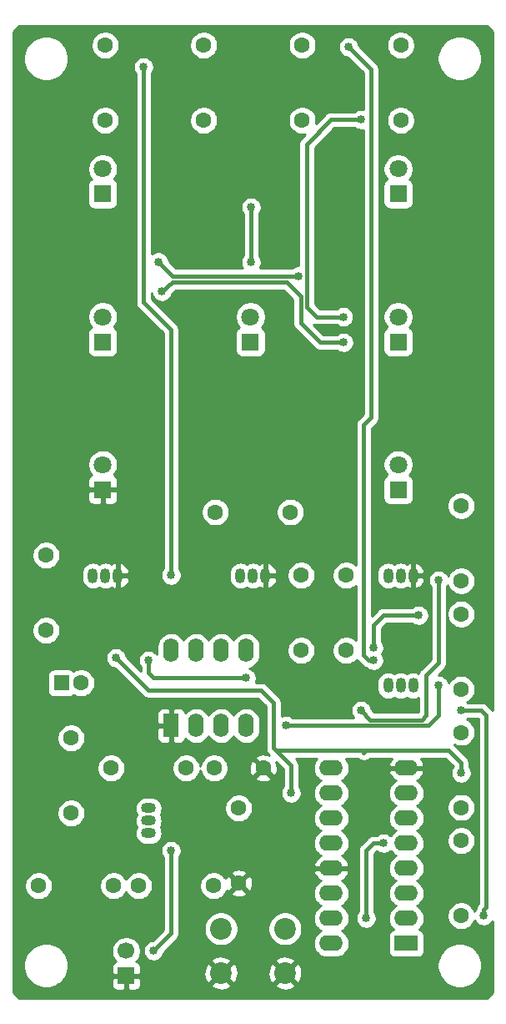
<source format=gbr>
G04 #@! TF.GenerationSoftware,KiCad,Pcbnew,(5.1.2)-2*
G04 #@! TF.CreationDate,2020-04-23T16:25:39-04:00*
G04 #@! TF.ProjectId,LED Dice Kit 001a,4c454420-4469-4636-9520-4b6974203030,rev?*
G04 #@! TF.SameCoordinates,Original*
G04 #@! TF.FileFunction,Copper,L2,Bot*
G04 #@! TF.FilePolarity,Positive*
%FSLAX46Y46*%
G04 Gerber Fmt 4.6, Leading zero omitted, Abs format (unit mm)*
G04 Created by KiCad (PCBNEW (5.1.2)-2) date 2020-04-23 16:25:39*
%MOMM*%
%LPD*%
G04 APERTURE LIST*
%ADD10O,1.500000X1.050000*%
%ADD11O,1.050000X1.500000*%
%ADD12C,1.600000*%
%ADD13C,2.200000*%
%ADD14R,1.600000X2.400000*%
%ADD15O,1.600000X2.400000*%
%ADD16R,2.400000X1.600000*%
%ADD17O,2.400000X1.600000*%
%ADD18R,1.600000X1.600000*%
%ADD19R,1.800000X1.800000*%
%ADD20C,1.800000*%
%ADD21C,1.700000*%
%ADD22R,1.700000X1.700000*%
%ADD23C,0.850000*%
%ADD24C,0.381000*%
%ADD25C,0.254000*%
G04 APERTURE END LIST*
D10*
X89408000Y-130048000D03*
X89408000Y-132588000D03*
X89408000Y-131318000D03*
D11*
X98730000Y-106458000D03*
X101270000Y-106458000D03*
X100000000Y-106458000D03*
X113730000Y-106458000D03*
X116270000Y-106458000D03*
X115000000Y-106458000D03*
X83730000Y-106458000D03*
X86270000Y-106458000D03*
X85000000Y-106458000D03*
X113730000Y-117602000D03*
X116270000Y-117602000D03*
X115000000Y-117602000D03*
D12*
X101052000Y-125984000D03*
X96052000Y-125984000D03*
X96012000Y-137922000D03*
X88392000Y-137922000D03*
X81534000Y-130556000D03*
X81534000Y-122936000D03*
X85598000Y-125984000D03*
X93218000Y-125984000D03*
X98552000Y-130048000D03*
X98552000Y-137668000D03*
X121158000Y-140970000D03*
X121158000Y-133350000D03*
X121158000Y-110350000D03*
X121158000Y-117970000D03*
X109474000Y-114046000D03*
X109474000Y-106426000D03*
X104900000Y-106426000D03*
X104900000Y-114046000D03*
X121158000Y-106970000D03*
X121158000Y-99350000D03*
X103810000Y-100000000D03*
X96190000Y-100000000D03*
X121158000Y-129970000D03*
X121158000Y-122350000D03*
X78994000Y-104394000D03*
X78994000Y-112014000D03*
X95000000Y-60268000D03*
X95000000Y-52648000D03*
X85000000Y-60268000D03*
X85000000Y-52648000D03*
X115000000Y-52648000D03*
X115000000Y-60268000D03*
X105000000Y-60268000D03*
X105000000Y-52648000D03*
D13*
X96750000Y-142276000D03*
X103250000Y-142276000D03*
X96750000Y-146776000D03*
X103250000Y-146776000D03*
D14*
X91694000Y-121666000D03*
D15*
X99314000Y-114046000D03*
X94234000Y-121666000D03*
X96774000Y-114046000D03*
X96774000Y-121666000D03*
X94234000Y-114046000D03*
X99314000Y-121666000D03*
X91694000Y-114046000D03*
D16*
X115570000Y-143764000D03*
D17*
X107950000Y-125984000D03*
X115570000Y-141224000D03*
X107950000Y-128524000D03*
X115570000Y-138684000D03*
X107950000Y-131064000D03*
X115570000Y-136144000D03*
X107950000Y-133604000D03*
X115570000Y-133604000D03*
X107950000Y-136144000D03*
X115570000Y-131064000D03*
X107950000Y-138684000D03*
X115570000Y-128524000D03*
X107950000Y-141224000D03*
X115570000Y-125984000D03*
X107950000Y-143764000D03*
D12*
X82550000Y-117348000D03*
D18*
X80550000Y-117348000D03*
D19*
X84746000Y-67728000D03*
D20*
X84746000Y-65188000D03*
D19*
X114746000Y-67728000D03*
D20*
X114746000Y-65188000D03*
X84746000Y-80188000D03*
D19*
X84746000Y-82728000D03*
X99746000Y-82728000D03*
D20*
X99746000Y-80188000D03*
D19*
X114746000Y-82728000D03*
D20*
X114746000Y-80188000D03*
X84746000Y-95188000D03*
D19*
X84746000Y-97728000D03*
D20*
X114746000Y-95188000D03*
D19*
X114746000Y-97728000D03*
D21*
X87122000Y-144526000D03*
D22*
X87122000Y-147066000D03*
D12*
X85852000Y-137922000D03*
X78232000Y-137922000D03*
D23*
X91694000Y-106426000D03*
X88900000Y-54864000D03*
X118872000Y-117602000D03*
X103378000Y-121666000D03*
X89916000Y-144526000D03*
X91694000Y-134366000D03*
X99314000Y-116840000D03*
X89408000Y-115062000D03*
X99822000Y-69088000D03*
X99822000Y-74676000D03*
X104620000Y-76078000D03*
X90400000Y-74640000D03*
X90770000Y-77610000D03*
X109220000Y-82804000D03*
X109178000Y-80188000D03*
X110998000Y-60198000D03*
X116840000Y-110490000D03*
X112268000Y-113792000D03*
X112268000Y-115062000D03*
X109728000Y-52832000D03*
X121158000Y-120142000D03*
X123444000Y-140970000D03*
X118872000Y-106934000D03*
X110998000Y-120142000D03*
X121158000Y-126492000D03*
X86106000Y-114808000D03*
X103886000Y-128524000D03*
X111506000Y-141224000D03*
X113284000Y-133604000D03*
D24*
X91694000Y-106426000D02*
X91694000Y-81534000D01*
X91694000Y-81534000D02*
X88900000Y-78740000D01*
X88900000Y-78740000D02*
X88900000Y-54864000D01*
X118872000Y-117602000D02*
X118872000Y-120650000D01*
X118872000Y-120650000D02*
X117856000Y-121666000D01*
X117856000Y-121666000D02*
X103378000Y-121666000D01*
X99314000Y-116840000D02*
X89916000Y-116840000D01*
X89916000Y-116840000D02*
X89408000Y-116332000D01*
X89408000Y-116332000D02*
X89408000Y-115062000D01*
X91694000Y-142748000D02*
X89916000Y-144526000D01*
X91694000Y-134366000D02*
X91694000Y-142748000D01*
X99822000Y-69088000D02*
X99822000Y-74676000D01*
X104620000Y-76078000D02*
X104611010Y-76086990D01*
X104611010Y-76086990D02*
X91823990Y-76086990D01*
X91823990Y-76086990D02*
X90400000Y-74640000D01*
X104880000Y-80848000D02*
X104880000Y-78078000D01*
X104880000Y-78078000D02*
X103470000Y-76668000D01*
X103470000Y-76668000D02*
X91840000Y-76668000D01*
X91840000Y-76668000D02*
X90770000Y-77610000D01*
X106836000Y-82804000D02*
X104880000Y-80848000D01*
X109220000Y-82804000D02*
X106836000Y-82804000D01*
X107950000Y-60198000D02*
X110998000Y-60198000D01*
X105461010Y-62686990D02*
X107950000Y-60198000D01*
X105461010Y-79179010D02*
X105461010Y-62686990D01*
X109178000Y-80188000D02*
X106470000Y-80188000D01*
X106470000Y-80188000D02*
X105461010Y-79179010D01*
X112268000Y-111506000D02*
X113284000Y-110490000D01*
X112268000Y-113792000D02*
X112268000Y-111506000D01*
X116840000Y-110490000D02*
X113284000Y-110490000D01*
X112268000Y-115062000D02*
X111760000Y-115062000D01*
X111760000Y-115062000D02*
X111252000Y-114554000D01*
X111252000Y-114554000D02*
X111252000Y-91186000D01*
X111252000Y-91186000D02*
X112014000Y-90424000D01*
X112014000Y-90424000D02*
X112014000Y-60007058D01*
X104654942Y-52648000D02*
X104648000Y-52578000D01*
X112014000Y-60007058D02*
X112014000Y-55118000D01*
X112014000Y-55118000D02*
X109728000Y-52832000D01*
X123698000Y-120650000D02*
X123190000Y-120142000D01*
X123190000Y-120142000D02*
X121158000Y-120142000D01*
X123698000Y-140114960D02*
X123698000Y-139700000D01*
X123444000Y-140368960D02*
X123698000Y-140114960D01*
X123444000Y-140970000D02*
X123444000Y-140368960D01*
X123698000Y-139954000D02*
X123698000Y-139700000D01*
X123698000Y-139700000D02*
X123698000Y-120650000D01*
X118872000Y-106934000D02*
X118872000Y-115316000D01*
X118872000Y-115316000D02*
X117602000Y-116586000D01*
X117602000Y-120650000D02*
X117167010Y-121084990D01*
X117602000Y-116586000D02*
X117602000Y-120650000D01*
X117167010Y-121084990D02*
X111940990Y-121084990D01*
X111940990Y-121084990D02*
X110998000Y-120142000D01*
X121158000Y-125476000D02*
X119888000Y-124206000D01*
X121158000Y-126492000D02*
X121158000Y-125476000D01*
X119888000Y-124206000D02*
X111506000Y-124206000D01*
X111506000Y-124206000D02*
X111252000Y-124460000D01*
X86106000Y-114808000D02*
X89408000Y-118110000D01*
X89408000Y-118110000D02*
X100838000Y-118110000D01*
X100838000Y-118110000D02*
X102108000Y-119380000D01*
X102108000Y-119380000D02*
X102108000Y-123952000D01*
X103886000Y-125730000D02*
X103886000Y-128524000D01*
X111506000Y-124206000D02*
X102362000Y-124206000D01*
X102108000Y-123952000D02*
X102362000Y-124206000D01*
X102362000Y-124206000D02*
X103886000Y-125730000D01*
X112268000Y-133604000D02*
X113284000Y-133604000D01*
X111506000Y-141224000D02*
X111506000Y-134366000D01*
X111506000Y-134366000D02*
X112268000Y-133604000D01*
D25*
G36*
X124340000Y-51273381D02*
G01*
X124340001Y-120131037D01*
X124284541Y-120063459D01*
X124253034Y-120037602D01*
X123802398Y-119586966D01*
X123776541Y-119555459D01*
X123650842Y-119452301D01*
X123507434Y-119375647D01*
X123351826Y-119328444D01*
X123230553Y-119316500D01*
X123230550Y-119316500D01*
X123190000Y-119312506D01*
X123149450Y-119316500D01*
X121830502Y-119316500D01*
X121764142Y-119272160D01*
X121837727Y-119241680D01*
X122072759Y-119084637D01*
X122272637Y-118884759D01*
X122429680Y-118649727D01*
X122537853Y-118388574D01*
X122593000Y-118111335D01*
X122593000Y-117828665D01*
X122537853Y-117551426D01*
X122429680Y-117290273D01*
X122272637Y-117055241D01*
X122072759Y-116855363D01*
X121837727Y-116698320D01*
X121576574Y-116590147D01*
X121299335Y-116535000D01*
X121016665Y-116535000D01*
X120739426Y-116590147D01*
X120478273Y-116698320D01*
X120243241Y-116855363D01*
X120043363Y-117055241D01*
X119888724Y-117286675D01*
X119811360Y-117099902D01*
X119695356Y-116926289D01*
X119547711Y-116778644D01*
X119374098Y-116662640D01*
X119181191Y-116582735D01*
X118976401Y-116542000D01*
X118813432Y-116542000D01*
X119427039Y-115928394D01*
X119458541Y-115902541D01*
X119526570Y-115819647D01*
X119561699Y-115776843D01*
X119592291Y-115719609D01*
X119638353Y-115633434D01*
X119685556Y-115477826D01*
X119697500Y-115356553D01*
X119697500Y-115356551D01*
X119701494Y-115316001D01*
X119697500Y-115275450D01*
X119697500Y-110208665D01*
X119723000Y-110208665D01*
X119723000Y-110491335D01*
X119778147Y-110768574D01*
X119886320Y-111029727D01*
X120043363Y-111264759D01*
X120243241Y-111464637D01*
X120478273Y-111621680D01*
X120739426Y-111729853D01*
X121016665Y-111785000D01*
X121299335Y-111785000D01*
X121576574Y-111729853D01*
X121837727Y-111621680D01*
X122072759Y-111464637D01*
X122272637Y-111264759D01*
X122429680Y-111029727D01*
X122537853Y-110768574D01*
X122593000Y-110491335D01*
X122593000Y-110208665D01*
X122537853Y-109931426D01*
X122429680Y-109670273D01*
X122272637Y-109435241D01*
X122072759Y-109235363D01*
X121837727Y-109078320D01*
X121576574Y-108970147D01*
X121299335Y-108915000D01*
X121016665Y-108915000D01*
X120739426Y-108970147D01*
X120478273Y-109078320D01*
X120243241Y-109235363D01*
X120043363Y-109435241D01*
X119886320Y-109670273D01*
X119778147Y-109931426D01*
X119723000Y-110208665D01*
X119697500Y-110208665D01*
X119697500Y-107606502D01*
X119803009Y-107448596D01*
X119886320Y-107649727D01*
X120043363Y-107884759D01*
X120243241Y-108084637D01*
X120478273Y-108241680D01*
X120739426Y-108349853D01*
X121016665Y-108405000D01*
X121299335Y-108405000D01*
X121576574Y-108349853D01*
X121837727Y-108241680D01*
X122072759Y-108084637D01*
X122272637Y-107884759D01*
X122429680Y-107649727D01*
X122537853Y-107388574D01*
X122593000Y-107111335D01*
X122593000Y-106828665D01*
X122537853Y-106551426D01*
X122429680Y-106290273D01*
X122272637Y-106055241D01*
X122072759Y-105855363D01*
X121837727Y-105698320D01*
X121576574Y-105590147D01*
X121299335Y-105535000D01*
X121016665Y-105535000D01*
X120739426Y-105590147D01*
X120478273Y-105698320D01*
X120243241Y-105855363D01*
X120043363Y-106055241D01*
X119886320Y-106290273D01*
X119819508Y-106451572D01*
X119811360Y-106431902D01*
X119695356Y-106258289D01*
X119547711Y-106110644D01*
X119374098Y-105994640D01*
X119181191Y-105914735D01*
X118976401Y-105874000D01*
X118767599Y-105874000D01*
X118562809Y-105914735D01*
X118369902Y-105994640D01*
X118196289Y-106110644D01*
X118048644Y-106258289D01*
X117932640Y-106431902D01*
X117852735Y-106624809D01*
X117812000Y-106829599D01*
X117812000Y-107038401D01*
X117852735Y-107243191D01*
X117932640Y-107436098D01*
X118046500Y-107606502D01*
X118046501Y-114974066D01*
X117046966Y-115973602D01*
X117015459Y-115999459D01*
X116954575Y-116073647D01*
X116912301Y-116125158D01*
X116843722Y-116253459D01*
X116835647Y-116268567D01*
X116810727Y-116350716D01*
X116716059Y-116300115D01*
X116497399Y-116233785D01*
X116270000Y-116211388D01*
X116042600Y-116233785D01*
X115823940Y-116300115D01*
X115635000Y-116401106D01*
X115446059Y-116300115D01*
X115227399Y-116233785D01*
X115000000Y-116211388D01*
X114772600Y-116233785D01*
X114553940Y-116300115D01*
X114365000Y-116401106D01*
X114176059Y-116300115D01*
X113957399Y-116233785D01*
X113730000Y-116211388D01*
X113502600Y-116233785D01*
X113283940Y-116300115D01*
X113082421Y-116407829D01*
X112905788Y-116552788D01*
X112760829Y-116729422D01*
X112653115Y-116930941D01*
X112586785Y-117149601D01*
X112570000Y-117320022D01*
X112570000Y-117883979D01*
X112586785Y-118054400D01*
X112653115Y-118273060D01*
X112760830Y-118474579D01*
X112905789Y-118651212D01*
X113082422Y-118796171D01*
X113283941Y-118903885D01*
X113502601Y-118970215D01*
X113730000Y-118992612D01*
X113957400Y-118970215D01*
X114176060Y-118903885D01*
X114365000Y-118802894D01*
X114553941Y-118903885D01*
X114772601Y-118970215D01*
X115000000Y-118992612D01*
X115227400Y-118970215D01*
X115446060Y-118903885D01*
X115635000Y-118802894D01*
X115823941Y-118903885D01*
X116042601Y-118970215D01*
X116270000Y-118992612D01*
X116497400Y-118970215D01*
X116716060Y-118903885D01*
X116776501Y-118871579D01*
X116776501Y-120259490D01*
X112282923Y-120259490D01*
X112057247Y-120033815D01*
X112017265Y-119832809D01*
X111937360Y-119639902D01*
X111821356Y-119466289D01*
X111673711Y-119318644D01*
X111500098Y-119202640D01*
X111307191Y-119122735D01*
X111102401Y-119082000D01*
X110893599Y-119082000D01*
X110688809Y-119122735D01*
X110495902Y-119202640D01*
X110322289Y-119318644D01*
X110174644Y-119466289D01*
X110058640Y-119639902D01*
X109978735Y-119832809D01*
X109938000Y-120037599D01*
X109938000Y-120246401D01*
X109978735Y-120451191D01*
X110058640Y-120644098D01*
X110174644Y-120817711D01*
X110197433Y-120840500D01*
X104050502Y-120840500D01*
X103880098Y-120726640D01*
X103687191Y-120646735D01*
X103482401Y-120606000D01*
X103273599Y-120606000D01*
X103068809Y-120646735D01*
X102933500Y-120702782D01*
X102933500Y-119420550D01*
X102937494Y-119379999D01*
X102931240Y-119316500D01*
X102921556Y-119218174D01*
X102874353Y-119062566D01*
X102800050Y-118923556D01*
X102797699Y-118919157D01*
X102720391Y-118824958D01*
X102694541Y-118793459D01*
X102663040Y-118767608D01*
X101450398Y-117554966D01*
X101424541Y-117523459D01*
X101298842Y-117420301D01*
X101155434Y-117343647D01*
X100999826Y-117296444D01*
X100878553Y-117284500D01*
X100878550Y-117284500D01*
X100838000Y-117280506D01*
X100797450Y-117284500D01*
X100277218Y-117284500D01*
X100333265Y-117149191D01*
X100374000Y-116944401D01*
X100374000Y-116735599D01*
X100333265Y-116530809D01*
X100253360Y-116337902D01*
X100137356Y-116164289D01*
X99989711Y-116016644D01*
X99816098Y-115900640D01*
X99666453Y-115838655D01*
X99865808Y-115778182D01*
X100115101Y-115644932D01*
X100333608Y-115465608D01*
X100512932Y-115247101D01*
X100646182Y-114997808D01*
X100728236Y-114727309D01*
X100749000Y-114516491D01*
X100749000Y-113904665D01*
X103465000Y-113904665D01*
X103465000Y-114187335D01*
X103520147Y-114464574D01*
X103628320Y-114725727D01*
X103785363Y-114960759D01*
X103985241Y-115160637D01*
X104220273Y-115317680D01*
X104481426Y-115425853D01*
X104758665Y-115481000D01*
X105041335Y-115481000D01*
X105318574Y-115425853D01*
X105579727Y-115317680D01*
X105814759Y-115160637D01*
X106014637Y-114960759D01*
X106171680Y-114725727D01*
X106279853Y-114464574D01*
X106335000Y-114187335D01*
X106335000Y-113904665D01*
X106279853Y-113627426D01*
X106171680Y-113366273D01*
X106014637Y-113131241D01*
X105814759Y-112931363D01*
X105579727Y-112774320D01*
X105318574Y-112666147D01*
X105041335Y-112611000D01*
X104758665Y-112611000D01*
X104481426Y-112666147D01*
X104220273Y-112774320D01*
X103985241Y-112931363D01*
X103785363Y-113131241D01*
X103628320Y-113366273D01*
X103520147Y-113627426D01*
X103465000Y-113904665D01*
X100749000Y-113904665D01*
X100749000Y-113575508D01*
X100728236Y-113364691D01*
X100646182Y-113094192D01*
X100512932Y-112844899D01*
X100333607Y-112626392D01*
X100115100Y-112447068D01*
X99865807Y-112313818D01*
X99595308Y-112231764D01*
X99314000Y-112204057D01*
X99032691Y-112231764D01*
X98762192Y-112313818D01*
X98512899Y-112447068D01*
X98294392Y-112626393D01*
X98115068Y-112844900D01*
X98044000Y-112977858D01*
X97972932Y-112844899D01*
X97793607Y-112626392D01*
X97575100Y-112447068D01*
X97325807Y-112313818D01*
X97055308Y-112231764D01*
X96774000Y-112204057D01*
X96492691Y-112231764D01*
X96222192Y-112313818D01*
X95972899Y-112447068D01*
X95754392Y-112626393D01*
X95575068Y-112844900D01*
X95504000Y-112977858D01*
X95432932Y-112844899D01*
X95253607Y-112626392D01*
X95035100Y-112447068D01*
X94785807Y-112313818D01*
X94515308Y-112231764D01*
X94234000Y-112204057D01*
X93952691Y-112231764D01*
X93682192Y-112313818D01*
X93432899Y-112447068D01*
X93214392Y-112626393D01*
X93035068Y-112844900D01*
X92964000Y-112977858D01*
X92892932Y-112844899D01*
X92713607Y-112626392D01*
X92495100Y-112447068D01*
X92245807Y-112313818D01*
X91975308Y-112231764D01*
X91694000Y-112204057D01*
X91412691Y-112231764D01*
X91142192Y-112313818D01*
X90892899Y-112447068D01*
X90674392Y-112626393D01*
X90495068Y-112844900D01*
X90361818Y-113094193D01*
X90279764Y-113364692D01*
X90259000Y-113575509D01*
X90259000Y-114427661D01*
X90231356Y-114386289D01*
X90083711Y-114238644D01*
X89910098Y-114122640D01*
X89717191Y-114042735D01*
X89512401Y-114002000D01*
X89303599Y-114002000D01*
X89098809Y-114042735D01*
X88905902Y-114122640D01*
X88732289Y-114238644D01*
X88584644Y-114386289D01*
X88468640Y-114559902D01*
X88388735Y-114752809D01*
X88348000Y-114957599D01*
X88348000Y-115166401D01*
X88388735Y-115371191D01*
X88468640Y-115564098D01*
X88582500Y-115734503D01*
X88582500Y-116117068D01*
X87165247Y-114699815D01*
X87125265Y-114498809D01*
X87045360Y-114305902D01*
X86929356Y-114132289D01*
X86781711Y-113984644D01*
X86608098Y-113868640D01*
X86415191Y-113788735D01*
X86210401Y-113748000D01*
X86001599Y-113748000D01*
X85796809Y-113788735D01*
X85603902Y-113868640D01*
X85430289Y-113984644D01*
X85282644Y-114132289D01*
X85166640Y-114305902D01*
X85086735Y-114498809D01*
X85046000Y-114703599D01*
X85046000Y-114912401D01*
X85086735Y-115117191D01*
X85166640Y-115310098D01*
X85282644Y-115483711D01*
X85430289Y-115631356D01*
X85603902Y-115747360D01*
X85796809Y-115827265D01*
X85997815Y-115867247D01*
X88795606Y-118665039D01*
X88821459Y-118696541D01*
X88885596Y-118749177D01*
X88947157Y-118799699D01*
X89090566Y-118876353D01*
X89246174Y-118923556D01*
X89367447Y-118935500D01*
X89367449Y-118935500D01*
X89407999Y-118939494D01*
X89448550Y-118935500D01*
X100496068Y-118935500D01*
X101282500Y-119721933D01*
X101282501Y-123911440D01*
X101278506Y-123952000D01*
X101294445Y-124113826D01*
X101341647Y-124269433D01*
X101418301Y-124412842D01*
X101457003Y-124460000D01*
X101521460Y-124538541D01*
X101552961Y-124564393D01*
X101684148Y-124695580D01*
X101538004Y-124626429D01*
X101263816Y-124557700D01*
X100981488Y-124543783D01*
X100701870Y-124585213D01*
X100435708Y-124680397D01*
X100310486Y-124747329D01*
X100238903Y-124991298D01*
X101052000Y-125804395D01*
X101066143Y-125790253D01*
X101245748Y-125969858D01*
X101231605Y-125984000D01*
X102044702Y-126797097D01*
X102288671Y-126725514D01*
X102409571Y-126470004D01*
X102478300Y-126195816D01*
X102492217Y-125913488D01*
X102450787Y-125633870D01*
X102355603Y-125367708D01*
X102354831Y-125366263D01*
X103060500Y-126071933D01*
X103060501Y-127851497D01*
X102946640Y-128021902D01*
X102866735Y-128214809D01*
X102826000Y-128419599D01*
X102826000Y-128628401D01*
X102866735Y-128833191D01*
X102946640Y-129026098D01*
X103062644Y-129199711D01*
X103210289Y-129347356D01*
X103383902Y-129463360D01*
X103576809Y-129543265D01*
X103781599Y-129584000D01*
X103990401Y-129584000D01*
X104195191Y-129543265D01*
X104388098Y-129463360D01*
X104561711Y-129347356D01*
X104709356Y-129199711D01*
X104825360Y-129026098D01*
X104905265Y-128833191D01*
X104946000Y-128628401D01*
X104946000Y-128419599D01*
X104905265Y-128214809D01*
X104825360Y-128021902D01*
X104711500Y-127851498D01*
X104711500Y-125770542D01*
X104715493Y-125729999D01*
X104711500Y-125689456D01*
X104711500Y-125689447D01*
X104699556Y-125568174D01*
X104652353Y-125412566D01*
X104575699Y-125269158D01*
X104575698Y-125269156D01*
X104498391Y-125174958D01*
X104472541Y-125143459D01*
X104441041Y-125117608D01*
X104354933Y-125031500D01*
X106475318Y-125031500D01*
X106351068Y-125182899D01*
X106217818Y-125432192D01*
X106135764Y-125702691D01*
X106108057Y-125984000D01*
X106135764Y-126265309D01*
X106217818Y-126535808D01*
X106351068Y-126785101D01*
X106530392Y-127003608D01*
X106748899Y-127182932D01*
X106881858Y-127254000D01*
X106748899Y-127325068D01*
X106530392Y-127504392D01*
X106351068Y-127722899D01*
X106217818Y-127972192D01*
X106135764Y-128242691D01*
X106108057Y-128524000D01*
X106135764Y-128805309D01*
X106217818Y-129075808D01*
X106351068Y-129325101D01*
X106530392Y-129543608D01*
X106748899Y-129722932D01*
X106881858Y-129794000D01*
X106748899Y-129865068D01*
X106530392Y-130044392D01*
X106351068Y-130262899D01*
X106217818Y-130512192D01*
X106135764Y-130782691D01*
X106108057Y-131064000D01*
X106135764Y-131345309D01*
X106217818Y-131615808D01*
X106351068Y-131865101D01*
X106530392Y-132083608D01*
X106748899Y-132262932D01*
X106881858Y-132334000D01*
X106748899Y-132405068D01*
X106530392Y-132584392D01*
X106351068Y-132802899D01*
X106217818Y-133052192D01*
X106135764Y-133322691D01*
X106108057Y-133604000D01*
X106135764Y-133885309D01*
X106217818Y-134155808D01*
X106351068Y-134405101D01*
X106530392Y-134623608D01*
X106748899Y-134802932D01*
X106876741Y-134871265D01*
X106647161Y-135021399D01*
X106445500Y-135219105D01*
X106286285Y-135452354D01*
X106175633Y-135712182D01*
X106158096Y-135794961D01*
X106280085Y-136017000D01*
X107823000Y-136017000D01*
X107823000Y-135997000D01*
X108077000Y-135997000D01*
X108077000Y-136017000D01*
X109619915Y-136017000D01*
X109741904Y-135794961D01*
X109724367Y-135712182D01*
X109613715Y-135452354D01*
X109454500Y-135219105D01*
X109252839Y-135021399D01*
X109023259Y-134871265D01*
X109151101Y-134802932D01*
X109369608Y-134623608D01*
X109548932Y-134405101D01*
X109682182Y-134155808D01*
X109764236Y-133885309D01*
X109791943Y-133604000D01*
X109764236Y-133322691D01*
X109682182Y-133052192D01*
X109548932Y-132802899D01*
X109369608Y-132584392D01*
X109151101Y-132405068D01*
X109018142Y-132334000D01*
X109151101Y-132262932D01*
X109369608Y-132083608D01*
X109548932Y-131865101D01*
X109682182Y-131615808D01*
X109764236Y-131345309D01*
X109791943Y-131064000D01*
X109764236Y-130782691D01*
X109682182Y-130512192D01*
X109548932Y-130262899D01*
X109369608Y-130044392D01*
X109151101Y-129865068D01*
X109018142Y-129794000D01*
X109151101Y-129722932D01*
X109369608Y-129543608D01*
X109548932Y-129325101D01*
X109682182Y-129075808D01*
X109764236Y-128805309D01*
X109791943Y-128524000D01*
X109764236Y-128242691D01*
X109682182Y-127972192D01*
X109548932Y-127722899D01*
X109369608Y-127504392D01*
X109151101Y-127325068D01*
X109018142Y-127254000D01*
X109151101Y-127182932D01*
X109369608Y-127003608D01*
X109548932Y-126785101D01*
X109682182Y-126535808D01*
X109764236Y-126265309D01*
X109791943Y-125984000D01*
X109764236Y-125702691D01*
X109682182Y-125432192D01*
X109548932Y-125182899D01*
X109424682Y-125031500D01*
X110653117Y-125031500D01*
X110665460Y-125046540D01*
X110791158Y-125149699D01*
X110934567Y-125226353D01*
X111090174Y-125273555D01*
X111252000Y-125289494D01*
X111413826Y-125273555D01*
X111569433Y-125226353D01*
X111712842Y-125149699D01*
X111807041Y-125072391D01*
X111847932Y-125031500D01*
X114093657Y-125031500D01*
X114065500Y-125059105D01*
X113906285Y-125292354D01*
X113795633Y-125552182D01*
X113778096Y-125634961D01*
X113900085Y-125857000D01*
X115443000Y-125857000D01*
X115443000Y-125837000D01*
X115697000Y-125837000D01*
X115697000Y-125857000D01*
X117239915Y-125857000D01*
X117361904Y-125634961D01*
X117344367Y-125552182D01*
X117233715Y-125292354D01*
X117074500Y-125059105D01*
X117046343Y-125031500D01*
X119546068Y-125031500D01*
X120332501Y-125817933D01*
X120332501Y-125819497D01*
X120218640Y-125989902D01*
X120138735Y-126182809D01*
X120098000Y-126387599D01*
X120098000Y-126596401D01*
X120138735Y-126801191D01*
X120218640Y-126994098D01*
X120334644Y-127167711D01*
X120482289Y-127315356D01*
X120655902Y-127431360D01*
X120848809Y-127511265D01*
X121053599Y-127552000D01*
X121262401Y-127552000D01*
X121467191Y-127511265D01*
X121660098Y-127431360D01*
X121833711Y-127315356D01*
X121981356Y-127167711D01*
X122097360Y-126994098D01*
X122177265Y-126801191D01*
X122218000Y-126596401D01*
X122218000Y-126387599D01*
X122177265Y-126182809D01*
X122097360Y-125989902D01*
X121983500Y-125819498D01*
X121983500Y-125516550D01*
X121987494Y-125475999D01*
X121983179Y-125432192D01*
X121971556Y-125314174D01*
X121924353Y-125158566D01*
X121864473Y-125046540D01*
X121847699Y-125015157D01*
X121770391Y-124920958D01*
X121744541Y-124889459D01*
X121713039Y-124863606D01*
X120500398Y-123650966D01*
X120474541Y-123619459D01*
X120472753Y-123617992D01*
X120478273Y-123621680D01*
X120739426Y-123729853D01*
X121016665Y-123785000D01*
X121299335Y-123785000D01*
X121576574Y-123729853D01*
X121837727Y-123621680D01*
X122072759Y-123464637D01*
X122272637Y-123264759D01*
X122429680Y-123029727D01*
X122537853Y-122768574D01*
X122593000Y-122491335D01*
X122593000Y-122208665D01*
X122537853Y-121931426D01*
X122429680Y-121670273D01*
X122272637Y-121435241D01*
X122072759Y-121235363D01*
X121837727Y-121078320D01*
X121730882Y-121034064D01*
X121830502Y-120967500D01*
X122848068Y-120967500D01*
X122872501Y-120991933D01*
X122872500Y-139659447D01*
X122872500Y-139770076D01*
X122857460Y-139782419D01*
X122831609Y-139813919D01*
X122754301Y-139908118D01*
X122708101Y-139994552D01*
X122677647Y-140051526D01*
X122630444Y-140207134D01*
X122621993Y-140292940D01*
X122620644Y-140294289D01*
X122504640Y-140467902D01*
X122503948Y-140469572D01*
X122429680Y-140290273D01*
X122272637Y-140055241D01*
X122072759Y-139855363D01*
X121837727Y-139698320D01*
X121576574Y-139590147D01*
X121299335Y-139535000D01*
X121016665Y-139535000D01*
X120739426Y-139590147D01*
X120478273Y-139698320D01*
X120243241Y-139855363D01*
X120043363Y-140055241D01*
X119886320Y-140290273D01*
X119778147Y-140551426D01*
X119723000Y-140828665D01*
X119723000Y-141111335D01*
X119778147Y-141388574D01*
X119886320Y-141649727D01*
X120043363Y-141884759D01*
X120243241Y-142084637D01*
X120478273Y-142241680D01*
X120739426Y-142349853D01*
X121016665Y-142405000D01*
X121299335Y-142405000D01*
X121576574Y-142349853D01*
X121837727Y-142241680D01*
X122072759Y-142084637D01*
X122272637Y-141884759D01*
X122429680Y-141649727D01*
X122503948Y-141470428D01*
X122504640Y-141472098D01*
X122620644Y-141645711D01*
X122768289Y-141793356D01*
X122941902Y-141909360D01*
X123134809Y-141989265D01*
X123339599Y-142030000D01*
X123548401Y-142030000D01*
X123753191Y-141989265D01*
X123946098Y-141909360D01*
X124119711Y-141793356D01*
X124267356Y-141645711D01*
X124340001Y-141536990D01*
X124340001Y-148726618D01*
X123726620Y-149340000D01*
X76273381Y-149340000D01*
X75660000Y-148726620D01*
X75660000Y-145774947D01*
X76715000Y-145774947D01*
X76715000Y-146225053D01*
X76802811Y-146666510D01*
X76975059Y-147082353D01*
X77225125Y-147456603D01*
X77543397Y-147774875D01*
X77917647Y-148024941D01*
X78333490Y-148197189D01*
X78774947Y-148285000D01*
X79225053Y-148285000D01*
X79666510Y-148197189D01*
X80082353Y-148024941D01*
X80245394Y-147916000D01*
X85633928Y-147916000D01*
X85646188Y-148040482D01*
X85682498Y-148160180D01*
X85741463Y-148270494D01*
X85820815Y-148367185D01*
X85917506Y-148446537D01*
X86027820Y-148505502D01*
X86147518Y-148541812D01*
X86272000Y-148554072D01*
X86836250Y-148551000D01*
X86995000Y-148392250D01*
X86995000Y-147193000D01*
X87249000Y-147193000D01*
X87249000Y-148392250D01*
X87407750Y-148551000D01*
X87972000Y-148554072D01*
X88096482Y-148541812D01*
X88216180Y-148505502D01*
X88326494Y-148446537D01*
X88423185Y-148367185D01*
X88502537Y-148270494D01*
X88561502Y-148160180D01*
X88597812Y-148040482D01*
X88603501Y-147982712D01*
X95722893Y-147982712D01*
X95830726Y-148257338D01*
X96137384Y-148408216D01*
X96467585Y-148496369D01*
X96808639Y-148518409D01*
X97147439Y-148473489D01*
X97470966Y-148363336D01*
X97669274Y-148257338D01*
X97777107Y-147982712D01*
X102222893Y-147982712D01*
X102330726Y-148257338D01*
X102637384Y-148408216D01*
X102967585Y-148496369D01*
X103308639Y-148518409D01*
X103647439Y-148473489D01*
X103970966Y-148363336D01*
X104169274Y-148257338D01*
X104277107Y-147982712D01*
X103250000Y-146955605D01*
X102222893Y-147982712D01*
X97777107Y-147982712D01*
X96750000Y-146955605D01*
X95722893Y-147982712D01*
X88603501Y-147982712D01*
X88610072Y-147916000D01*
X88607000Y-147351750D01*
X88448250Y-147193000D01*
X87249000Y-147193000D01*
X86995000Y-147193000D01*
X85795750Y-147193000D01*
X85637000Y-147351750D01*
X85633928Y-147916000D01*
X80245394Y-147916000D01*
X80456603Y-147774875D01*
X80774875Y-147456603D01*
X81024941Y-147082353D01*
X81197189Y-146666510D01*
X81285000Y-146225053D01*
X81285000Y-146216000D01*
X85633928Y-146216000D01*
X85637000Y-146780250D01*
X85795750Y-146939000D01*
X86995000Y-146939000D01*
X86995000Y-146919000D01*
X87249000Y-146919000D01*
X87249000Y-146939000D01*
X88448250Y-146939000D01*
X88552611Y-146834639D01*
X95007591Y-146834639D01*
X95052511Y-147173439D01*
X95162664Y-147496966D01*
X95268662Y-147695274D01*
X95543288Y-147803107D01*
X96570395Y-146776000D01*
X96929605Y-146776000D01*
X97956712Y-147803107D01*
X98231338Y-147695274D01*
X98382216Y-147388616D01*
X98470369Y-147058415D01*
X98484830Y-146834639D01*
X101507591Y-146834639D01*
X101552511Y-147173439D01*
X101662664Y-147496966D01*
X101768662Y-147695274D01*
X102043288Y-147803107D01*
X103070395Y-146776000D01*
X103429605Y-146776000D01*
X104456712Y-147803107D01*
X104731338Y-147695274D01*
X104882216Y-147388616D01*
X104970369Y-147058415D01*
X104992409Y-146717361D01*
X104947489Y-146378561D01*
X104837336Y-146055034D01*
X104731338Y-145856726D01*
X104523066Y-145774947D01*
X118715000Y-145774947D01*
X118715000Y-146225053D01*
X118802811Y-146666510D01*
X118975059Y-147082353D01*
X119225125Y-147456603D01*
X119543397Y-147774875D01*
X119917647Y-148024941D01*
X120333490Y-148197189D01*
X120774947Y-148285000D01*
X121225053Y-148285000D01*
X121666510Y-148197189D01*
X122082353Y-148024941D01*
X122456603Y-147774875D01*
X122774875Y-147456603D01*
X123024941Y-147082353D01*
X123197189Y-146666510D01*
X123285000Y-146225053D01*
X123285000Y-145774947D01*
X123197189Y-145333490D01*
X123024941Y-144917647D01*
X122774875Y-144543397D01*
X122456603Y-144225125D01*
X122082353Y-143975059D01*
X121666510Y-143802811D01*
X121225053Y-143715000D01*
X120774947Y-143715000D01*
X120333490Y-143802811D01*
X119917647Y-143975059D01*
X119543397Y-144225125D01*
X119225125Y-144543397D01*
X118975059Y-144917647D01*
X118802811Y-145333490D01*
X118715000Y-145774947D01*
X104523066Y-145774947D01*
X104456712Y-145748893D01*
X103429605Y-146776000D01*
X103070395Y-146776000D01*
X102043288Y-145748893D01*
X101768662Y-145856726D01*
X101617784Y-146163384D01*
X101529631Y-146493585D01*
X101507591Y-146834639D01*
X98484830Y-146834639D01*
X98492409Y-146717361D01*
X98447489Y-146378561D01*
X98337336Y-146055034D01*
X98231338Y-145856726D01*
X97956712Y-145748893D01*
X96929605Y-146776000D01*
X96570395Y-146776000D01*
X95543288Y-145748893D01*
X95268662Y-145856726D01*
X95117784Y-146163384D01*
X95029631Y-146493585D01*
X95007591Y-146834639D01*
X88552611Y-146834639D01*
X88607000Y-146780250D01*
X88610072Y-146216000D01*
X88597812Y-146091518D01*
X88561502Y-145971820D01*
X88502537Y-145861506D01*
X88423185Y-145764815D01*
X88326494Y-145685463D01*
X88216180Y-145626498D01*
X88143620Y-145604487D01*
X88275475Y-145472632D01*
X88437990Y-145229411D01*
X88549932Y-144959158D01*
X88607000Y-144672260D01*
X88607000Y-144421599D01*
X88856000Y-144421599D01*
X88856000Y-144630401D01*
X88896735Y-144835191D01*
X88976640Y-145028098D01*
X89092644Y-145201711D01*
X89240289Y-145349356D01*
X89413902Y-145465360D01*
X89606809Y-145545265D01*
X89811599Y-145586000D01*
X90020401Y-145586000D01*
X90104418Y-145569288D01*
X95722893Y-145569288D01*
X96750000Y-146596395D01*
X97777107Y-145569288D01*
X102222893Y-145569288D01*
X103250000Y-146596395D01*
X104277107Y-145569288D01*
X104169274Y-145294662D01*
X103862616Y-145143784D01*
X103532415Y-145055631D01*
X103191361Y-145033591D01*
X102852561Y-145078511D01*
X102529034Y-145188664D01*
X102330726Y-145294662D01*
X102222893Y-145569288D01*
X97777107Y-145569288D01*
X97669274Y-145294662D01*
X97362616Y-145143784D01*
X97032415Y-145055631D01*
X96691361Y-145033591D01*
X96352561Y-145078511D01*
X96029034Y-145188664D01*
X95830726Y-145294662D01*
X95722893Y-145569288D01*
X90104418Y-145569288D01*
X90225191Y-145545265D01*
X90418098Y-145465360D01*
X90591711Y-145349356D01*
X90739356Y-145201711D01*
X90855360Y-145028098D01*
X90935265Y-144835191D01*
X90975247Y-144634185D01*
X92249045Y-143360389D01*
X92280541Y-143334541D01*
X92306389Y-143303045D01*
X92306392Y-143303042D01*
X92383699Y-143208843D01*
X92460353Y-143065434D01*
X92467765Y-143041000D01*
X92507556Y-142909826D01*
X92519500Y-142788553D01*
X92519500Y-142788551D01*
X92523494Y-142748000D01*
X92519500Y-142707450D01*
X92519500Y-142105117D01*
X95015000Y-142105117D01*
X95015000Y-142446883D01*
X95081675Y-142782081D01*
X95212463Y-143097831D01*
X95402337Y-143381998D01*
X95644002Y-143623663D01*
X95928169Y-143813537D01*
X96243919Y-143944325D01*
X96579117Y-144011000D01*
X96920883Y-144011000D01*
X97256081Y-143944325D01*
X97571831Y-143813537D01*
X97855998Y-143623663D01*
X98097663Y-143381998D01*
X98287537Y-143097831D01*
X98418325Y-142782081D01*
X98485000Y-142446883D01*
X98485000Y-142105117D01*
X101515000Y-142105117D01*
X101515000Y-142446883D01*
X101581675Y-142782081D01*
X101712463Y-143097831D01*
X101902337Y-143381998D01*
X102144002Y-143623663D01*
X102428169Y-143813537D01*
X102743919Y-143944325D01*
X103079117Y-144011000D01*
X103420883Y-144011000D01*
X103756081Y-143944325D01*
X104071831Y-143813537D01*
X104355998Y-143623663D01*
X104597663Y-143381998D01*
X104787537Y-143097831D01*
X104918325Y-142782081D01*
X104985000Y-142446883D01*
X104985000Y-142105117D01*
X104918325Y-141769919D01*
X104787537Y-141454169D01*
X104597663Y-141170002D01*
X104355998Y-140928337D01*
X104071831Y-140738463D01*
X103756081Y-140607675D01*
X103420883Y-140541000D01*
X103079117Y-140541000D01*
X102743919Y-140607675D01*
X102428169Y-140738463D01*
X102144002Y-140928337D01*
X101902337Y-141170002D01*
X101712463Y-141454169D01*
X101581675Y-141769919D01*
X101515000Y-142105117D01*
X98485000Y-142105117D01*
X98418325Y-141769919D01*
X98287537Y-141454169D01*
X98097663Y-141170002D01*
X97855998Y-140928337D01*
X97571831Y-140738463D01*
X97256081Y-140607675D01*
X96920883Y-140541000D01*
X96579117Y-140541000D01*
X96243919Y-140607675D01*
X95928169Y-140738463D01*
X95644002Y-140928337D01*
X95402337Y-141170002D01*
X95212463Y-141454169D01*
X95081675Y-141769919D01*
X95015000Y-142105117D01*
X92519500Y-142105117D01*
X92519500Y-137780665D01*
X94577000Y-137780665D01*
X94577000Y-138063335D01*
X94632147Y-138340574D01*
X94740320Y-138601727D01*
X94897363Y-138836759D01*
X95097241Y-139036637D01*
X95332273Y-139193680D01*
X95593426Y-139301853D01*
X95870665Y-139357000D01*
X96153335Y-139357000D01*
X96430574Y-139301853D01*
X96691727Y-139193680D01*
X96926759Y-139036637D01*
X97126637Y-138836759D01*
X97244274Y-138660702D01*
X97738903Y-138660702D01*
X97810486Y-138904671D01*
X98065996Y-139025571D01*
X98340184Y-139094300D01*
X98622512Y-139108217D01*
X98902130Y-139066787D01*
X99168292Y-138971603D01*
X99293514Y-138904671D01*
X99358261Y-138684000D01*
X106108057Y-138684000D01*
X106135764Y-138965309D01*
X106217818Y-139235808D01*
X106351068Y-139485101D01*
X106530392Y-139703608D01*
X106748899Y-139882932D01*
X106881858Y-139954000D01*
X106748899Y-140025068D01*
X106530392Y-140204392D01*
X106351068Y-140422899D01*
X106217818Y-140672192D01*
X106135764Y-140942691D01*
X106108057Y-141224000D01*
X106135764Y-141505309D01*
X106217818Y-141775808D01*
X106351068Y-142025101D01*
X106530392Y-142243608D01*
X106748899Y-142422932D01*
X106881858Y-142494000D01*
X106748899Y-142565068D01*
X106530392Y-142744392D01*
X106351068Y-142962899D01*
X106217818Y-143212192D01*
X106135764Y-143482691D01*
X106108057Y-143764000D01*
X106135764Y-144045309D01*
X106217818Y-144315808D01*
X106351068Y-144565101D01*
X106530392Y-144783608D01*
X106748899Y-144962932D01*
X106998192Y-145096182D01*
X107268691Y-145178236D01*
X107479508Y-145199000D01*
X108420492Y-145199000D01*
X108631309Y-145178236D01*
X108901808Y-145096182D01*
X109151101Y-144962932D01*
X109369608Y-144783608D01*
X109548932Y-144565101D01*
X109682182Y-144315808D01*
X109764236Y-144045309D01*
X109791943Y-143764000D01*
X109764236Y-143482691D01*
X109682182Y-143212192D01*
X109548932Y-142962899D01*
X109369608Y-142744392D01*
X109151101Y-142565068D01*
X109018142Y-142494000D01*
X109151101Y-142422932D01*
X109369608Y-142243608D01*
X109548932Y-142025101D01*
X109682182Y-141775808D01*
X109764236Y-141505309D01*
X109791943Y-141224000D01*
X109781661Y-141119599D01*
X110446000Y-141119599D01*
X110446000Y-141328401D01*
X110486735Y-141533191D01*
X110566640Y-141726098D01*
X110682644Y-141899711D01*
X110830289Y-142047356D01*
X111003902Y-142163360D01*
X111196809Y-142243265D01*
X111401599Y-142284000D01*
X111610401Y-142284000D01*
X111815191Y-142243265D01*
X112008098Y-142163360D01*
X112181711Y-142047356D01*
X112329356Y-141899711D01*
X112445360Y-141726098D01*
X112525265Y-141533191D01*
X112566000Y-141328401D01*
X112566000Y-141119599D01*
X112525265Y-140914809D01*
X112445360Y-140721902D01*
X112331500Y-140551498D01*
X112331500Y-134707933D01*
X112609933Y-134429500D01*
X112611498Y-134429500D01*
X112781902Y-134543360D01*
X112974809Y-134623265D01*
X113179599Y-134664000D01*
X113388401Y-134664000D01*
X113593191Y-134623265D01*
X113786098Y-134543360D01*
X113959711Y-134427356D01*
X113975980Y-134411087D01*
X114150392Y-134623608D01*
X114368899Y-134802932D01*
X114501858Y-134874000D01*
X114368899Y-134945068D01*
X114150392Y-135124392D01*
X113971068Y-135342899D01*
X113837818Y-135592192D01*
X113755764Y-135862691D01*
X113728057Y-136144000D01*
X113755764Y-136425309D01*
X113837818Y-136695808D01*
X113971068Y-136945101D01*
X114150392Y-137163608D01*
X114368899Y-137342932D01*
X114501858Y-137414000D01*
X114368899Y-137485068D01*
X114150392Y-137664392D01*
X113971068Y-137882899D01*
X113837818Y-138132192D01*
X113755764Y-138402691D01*
X113728057Y-138684000D01*
X113755764Y-138965309D01*
X113837818Y-139235808D01*
X113971068Y-139485101D01*
X114150392Y-139703608D01*
X114368899Y-139882932D01*
X114501858Y-139954000D01*
X114368899Y-140025068D01*
X114150392Y-140204392D01*
X113971068Y-140422899D01*
X113837818Y-140672192D01*
X113755764Y-140942691D01*
X113728057Y-141224000D01*
X113755764Y-141505309D01*
X113837818Y-141775808D01*
X113971068Y-142025101D01*
X114150392Y-142243608D01*
X114263482Y-142336419D01*
X114245518Y-142338188D01*
X114125820Y-142374498D01*
X114015506Y-142433463D01*
X113918815Y-142512815D01*
X113839463Y-142609506D01*
X113780498Y-142719820D01*
X113744188Y-142839518D01*
X113731928Y-142964000D01*
X113731928Y-144564000D01*
X113744188Y-144688482D01*
X113780498Y-144808180D01*
X113839463Y-144918494D01*
X113918815Y-145015185D01*
X114015506Y-145094537D01*
X114125820Y-145153502D01*
X114245518Y-145189812D01*
X114370000Y-145202072D01*
X116770000Y-145202072D01*
X116894482Y-145189812D01*
X117014180Y-145153502D01*
X117124494Y-145094537D01*
X117221185Y-145015185D01*
X117300537Y-144918494D01*
X117359502Y-144808180D01*
X117395812Y-144688482D01*
X117408072Y-144564000D01*
X117408072Y-142964000D01*
X117395812Y-142839518D01*
X117359502Y-142719820D01*
X117300537Y-142609506D01*
X117221185Y-142512815D01*
X117124494Y-142433463D01*
X117014180Y-142374498D01*
X116894482Y-142338188D01*
X116876518Y-142336419D01*
X116989608Y-142243608D01*
X117168932Y-142025101D01*
X117302182Y-141775808D01*
X117384236Y-141505309D01*
X117411943Y-141224000D01*
X117384236Y-140942691D01*
X117302182Y-140672192D01*
X117168932Y-140422899D01*
X116989608Y-140204392D01*
X116771101Y-140025068D01*
X116638142Y-139954000D01*
X116771101Y-139882932D01*
X116989608Y-139703608D01*
X117168932Y-139485101D01*
X117302182Y-139235808D01*
X117384236Y-138965309D01*
X117411943Y-138684000D01*
X117384236Y-138402691D01*
X117302182Y-138132192D01*
X117168932Y-137882899D01*
X116989608Y-137664392D01*
X116771101Y-137485068D01*
X116638142Y-137414000D01*
X116771101Y-137342932D01*
X116989608Y-137163608D01*
X117168932Y-136945101D01*
X117302182Y-136695808D01*
X117384236Y-136425309D01*
X117411943Y-136144000D01*
X117384236Y-135862691D01*
X117302182Y-135592192D01*
X117168932Y-135342899D01*
X116989608Y-135124392D01*
X116771101Y-134945068D01*
X116638142Y-134874000D01*
X116771101Y-134802932D01*
X116989608Y-134623608D01*
X117168932Y-134405101D01*
X117302182Y-134155808D01*
X117384236Y-133885309D01*
X117411943Y-133604000D01*
X117384236Y-133322691D01*
X117349648Y-133208665D01*
X119723000Y-133208665D01*
X119723000Y-133491335D01*
X119778147Y-133768574D01*
X119886320Y-134029727D01*
X120043363Y-134264759D01*
X120243241Y-134464637D01*
X120478273Y-134621680D01*
X120739426Y-134729853D01*
X121016665Y-134785000D01*
X121299335Y-134785000D01*
X121576574Y-134729853D01*
X121837727Y-134621680D01*
X122072759Y-134464637D01*
X122272637Y-134264759D01*
X122429680Y-134029727D01*
X122537853Y-133768574D01*
X122593000Y-133491335D01*
X122593000Y-133208665D01*
X122537853Y-132931426D01*
X122429680Y-132670273D01*
X122272637Y-132435241D01*
X122072759Y-132235363D01*
X121837727Y-132078320D01*
X121576574Y-131970147D01*
X121299335Y-131915000D01*
X121016665Y-131915000D01*
X120739426Y-131970147D01*
X120478273Y-132078320D01*
X120243241Y-132235363D01*
X120043363Y-132435241D01*
X119886320Y-132670273D01*
X119778147Y-132931426D01*
X119723000Y-133208665D01*
X117349648Y-133208665D01*
X117302182Y-133052192D01*
X117168932Y-132802899D01*
X116989608Y-132584392D01*
X116771101Y-132405068D01*
X116638142Y-132334000D01*
X116771101Y-132262932D01*
X116989608Y-132083608D01*
X117168932Y-131865101D01*
X117302182Y-131615808D01*
X117384236Y-131345309D01*
X117411943Y-131064000D01*
X117384236Y-130782691D01*
X117302182Y-130512192D01*
X117168932Y-130262899D01*
X116989608Y-130044392D01*
X116771101Y-129865068D01*
X116702996Y-129828665D01*
X119723000Y-129828665D01*
X119723000Y-130111335D01*
X119778147Y-130388574D01*
X119886320Y-130649727D01*
X120043363Y-130884759D01*
X120243241Y-131084637D01*
X120478273Y-131241680D01*
X120739426Y-131349853D01*
X121016665Y-131405000D01*
X121299335Y-131405000D01*
X121576574Y-131349853D01*
X121837727Y-131241680D01*
X122072759Y-131084637D01*
X122272637Y-130884759D01*
X122429680Y-130649727D01*
X122537853Y-130388574D01*
X122593000Y-130111335D01*
X122593000Y-129828665D01*
X122537853Y-129551426D01*
X122429680Y-129290273D01*
X122272637Y-129055241D01*
X122072759Y-128855363D01*
X121837727Y-128698320D01*
X121576574Y-128590147D01*
X121299335Y-128535000D01*
X121016665Y-128535000D01*
X120739426Y-128590147D01*
X120478273Y-128698320D01*
X120243241Y-128855363D01*
X120043363Y-129055241D01*
X119886320Y-129290273D01*
X119778147Y-129551426D01*
X119723000Y-129828665D01*
X116702996Y-129828665D01*
X116638142Y-129794000D01*
X116771101Y-129722932D01*
X116989608Y-129543608D01*
X117168932Y-129325101D01*
X117302182Y-129075808D01*
X117384236Y-128805309D01*
X117411943Y-128524000D01*
X117384236Y-128242691D01*
X117302182Y-127972192D01*
X117168932Y-127722899D01*
X116989608Y-127504392D01*
X116771101Y-127325068D01*
X116643259Y-127256735D01*
X116872839Y-127106601D01*
X117074500Y-126908895D01*
X117233715Y-126675646D01*
X117344367Y-126415818D01*
X117361904Y-126333039D01*
X117239915Y-126111000D01*
X115697000Y-126111000D01*
X115697000Y-126131000D01*
X115443000Y-126131000D01*
X115443000Y-126111000D01*
X113900085Y-126111000D01*
X113778096Y-126333039D01*
X113795633Y-126415818D01*
X113906285Y-126675646D01*
X114065500Y-126908895D01*
X114267161Y-127106601D01*
X114496741Y-127256735D01*
X114368899Y-127325068D01*
X114150392Y-127504392D01*
X113971068Y-127722899D01*
X113837818Y-127972192D01*
X113755764Y-128242691D01*
X113728057Y-128524000D01*
X113755764Y-128805309D01*
X113837818Y-129075808D01*
X113971068Y-129325101D01*
X114150392Y-129543608D01*
X114368899Y-129722932D01*
X114501858Y-129794000D01*
X114368899Y-129865068D01*
X114150392Y-130044392D01*
X113971068Y-130262899D01*
X113837818Y-130512192D01*
X113755764Y-130782691D01*
X113728057Y-131064000D01*
X113755764Y-131345309D01*
X113837818Y-131615808D01*
X113971068Y-131865101D01*
X114150392Y-132083608D01*
X114368899Y-132262932D01*
X114501858Y-132334000D01*
X114368899Y-132405068D01*
X114150392Y-132584392D01*
X113975980Y-132796913D01*
X113959711Y-132780644D01*
X113786098Y-132664640D01*
X113593191Y-132584735D01*
X113388401Y-132544000D01*
X113179599Y-132544000D01*
X112974809Y-132584735D01*
X112781902Y-132664640D01*
X112611498Y-132778500D01*
X112308550Y-132778500D01*
X112268000Y-132774506D01*
X112227449Y-132778500D01*
X112227447Y-132778500D01*
X112106174Y-132790444D01*
X111950566Y-132837647D01*
X111807157Y-132914301D01*
X111712958Y-132991608D01*
X111712955Y-132991611D01*
X111681459Y-133017459D01*
X111655611Y-133048956D01*
X110950961Y-133753607D01*
X110919460Y-133779459D01*
X110893609Y-133810959D01*
X110816301Y-133905158D01*
X110739647Y-134048567D01*
X110692445Y-134204174D01*
X110676506Y-134366000D01*
X110680501Y-134406560D01*
X110680500Y-140551498D01*
X110566640Y-140721902D01*
X110486735Y-140914809D01*
X110446000Y-141119599D01*
X109781661Y-141119599D01*
X109764236Y-140942691D01*
X109682182Y-140672192D01*
X109548932Y-140422899D01*
X109369608Y-140204392D01*
X109151101Y-140025068D01*
X109018142Y-139954000D01*
X109151101Y-139882932D01*
X109369608Y-139703608D01*
X109548932Y-139485101D01*
X109682182Y-139235808D01*
X109764236Y-138965309D01*
X109791943Y-138684000D01*
X109764236Y-138402691D01*
X109682182Y-138132192D01*
X109548932Y-137882899D01*
X109369608Y-137664392D01*
X109151101Y-137485068D01*
X109023259Y-137416735D01*
X109252839Y-137266601D01*
X109454500Y-137068895D01*
X109613715Y-136835646D01*
X109724367Y-136575818D01*
X109741904Y-136493039D01*
X109619915Y-136271000D01*
X108077000Y-136271000D01*
X108077000Y-136291000D01*
X107823000Y-136291000D01*
X107823000Y-136271000D01*
X106280085Y-136271000D01*
X106158096Y-136493039D01*
X106175633Y-136575818D01*
X106286285Y-136835646D01*
X106445500Y-137068895D01*
X106647161Y-137266601D01*
X106876741Y-137416735D01*
X106748899Y-137485068D01*
X106530392Y-137664392D01*
X106351068Y-137882899D01*
X106217818Y-138132192D01*
X106135764Y-138402691D01*
X106108057Y-138684000D01*
X99358261Y-138684000D01*
X99365097Y-138660702D01*
X98552000Y-137847605D01*
X97738903Y-138660702D01*
X97244274Y-138660702D01*
X97283680Y-138601727D01*
X97358099Y-138422063D01*
X97559298Y-138481097D01*
X98372395Y-137668000D01*
X98731605Y-137668000D01*
X99544702Y-138481097D01*
X99788671Y-138409514D01*
X99909571Y-138154004D01*
X99978300Y-137879816D01*
X99992217Y-137597488D01*
X99950787Y-137317870D01*
X99855603Y-137051708D01*
X99788671Y-136926486D01*
X99544702Y-136854903D01*
X98731605Y-137668000D01*
X98372395Y-137668000D01*
X97559298Y-136854903D01*
X97315329Y-136926486D01*
X97214733Y-137139086D01*
X97126637Y-137007241D01*
X96926759Y-136807363D01*
X96729110Y-136675298D01*
X97738903Y-136675298D01*
X98552000Y-137488395D01*
X99365097Y-136675298D01*
X99293514Y-136431329D01*
X99038004Y-136310429D01*
X98763816Y-136241700D01*
X98481488Y-136227783D01*
X98201870Y-136269213D01*
X97935708Y-136364397D01*
X97810486Y-136431329D01*
X97738903Y-136675298D01*
X96729110Y-136675298D01*
X96691727Y-136650320D01*
X96430574Y-136542147D01*
X96153335Y-136487000D01*
X95870665Y-136487000D01*
X95593426Y-136542147D01*
X95332273Y-136650320D01*
X95097241Y-136807363D01*
X94897363Y-137007241D01*
X94740320Y-137242273D01*
X94632147Y-137503426D01*
X94577000Y-137780665D01*
X92519500Y-137780665D01*
X92519500Y-135038502D01*
X92633360Y-134868098D01*
X92713265Y-134675191D01*
X92754000Y-134470401D01*
X92754000Y-134261599D01*
X92713265Y-134056809D01*
X92633360Y-133863902D01*
X92517356Y-133690289D01*
X92369711Y-133542644D01*
X92196098Y-133426640D01*
X92003191Y-133346735D01*
X91798401Y-133306000D01*
X91589599Y-133306000D01*
X91384809Y-133346735D01*
X91191902Y-133426640D01*
X91018289Y-133542644D01*
X90870644Y-133690289D01*
X90754640Y-133863902D01*
X90674735Y-134056809D01*
X90634000Y-134261599D01*
X90634000Y-134470401D01*
X90674735Y-134675191D01*
X90754640Y-134868098D01*
X90868500Y-135038502D01*
X90868501Y-142406065D01*
X89807815Y-143466753D01*
X89606809Y-143506735D01*
X89413902Y-143586640D01*
X89240289Y-143702644D01*
X89092644Y-143850289D01*
X88976640Y-144023902D01*
X88896735Y-144216809D01*
X88856000Y-144421599D01*
X88607000Y-144421599D01*
X88607000Y-144379740D01*
X88549932Y-144092842D01*
X88437990Y-143822589D01*
X88275475Y-143579368D01*
X88068632Y-143372525D01*
X87825411Y-143210010D01*
X87555158Y-143098068D01*
X87268260Y-143041000D01*
X86975740Y-143041000D01*
X86688842Y-143098068D01*
X86418589Y-143210010D01*
X86175368Y-143372525D01*
X85968525Y-143579368D01*
X85806010Y-143822589D01*
X85694068Y-144092842D01*
X85637000Y-144379740D01*
X85637000Y-144672260D01*
X85694068Y-144959158D01*
X85806010Y-145229411D01*
X85968525Y-145472632D01*
X86100380Y-145604487D01*
X86027820Y-145626498D01*
X85917506Y-145685463D01*
X85820815Y-145764815D01*
X85741463Y-145861506D01*
X85682498Y-145971820D01*
X85646188Y-146091518D01*
X85633928Y-146216000D01*
X81285000Y-146216000D01*
X81285000Y-145774947D01*
X81197189Y-145333490D01*
X81024941Y-144917647D01*
X80774875Y-144543397D01*
X80456603Y-144225125D01*
X80082353Y-143975059D01*
X79666510Y-143802811D01*
X79225053Y-143715000D01*
X78774947Y-143715000D01*
X78333490Y-143802811D01*
X77917647Y-143975059D01*
X77543397Y-144225125D01*
X77225125Y-144543397D01*
X76975059Y-144917647D01*
X76802811Y-145333490D01*
X76715000Y-145774947D01*
X75660000Y-145774947D01*
X75660000Y-137780665D01*
X76797000Y-137780665D01*
X76797000Y-138063335D01*
X76852147Y-138340574D01*
X76960320Y-138601727D01*
X77117363Y-138836759D01*
X77317241Y-139036637D01*
X77552273Y-139193680D01*
X77813426Y-139301853D01*
X78090665Y-139357000D01*
X78373335Y-139357000D01*
X78650574Y-139301853D01*
X78911727Y-139193680D01*
X79146759Y-139036637D01*
X79346637Y-138836759D01*
X79503680Y-138601727D01*
X79611853Y-138340574D01*
X79667000Y-138063335D01*
X79667000Y-137780665D01*
X84417000Y-137780665D01*
X84417000Y-138063335D01*
X84472147Y-138340574D01*
X84580320Y-138601727D01*
X84737363Y-138836759D01*
X84937241Y-139036637D01*
X85172273Y-139193680D01*
X85433426Y-139301853D01*
X85710665Y-139357000D01*
X85993335Y-139357000D01*
X86270574Y-139301853D01*
X86531727Y-139193680D01*
X86766759Y-139036637D01*
X86966637Y-138836759D01*
X87122000Y-138604241D01*
X87277363Y-138836759D01*
X87477241Y-139036637D01*
X87712273Y-139193680D01*
X87973426Y-139301853D01*
X88250665Y-139357000D01*
X88533335Y-139357000D01*
X88810574Y-139301853D01*
X89071727Y-139193680D01*
X89306759Y-139036637D01*
X89506637Y-138836759D01*
X89663680Y-138601727D01*
X89771853Y-138340574D01*
X89827000Y-138063335D01*
X89827000Y-137780665D01*
X89771853Y-137503426D01*
X89663680Y-137242273D01*
X89506637Y-137007241D01*
X89306759Y-136807363D01*
X89071727Y-136650320D01*
X88810574Y-136542147D01*
X88533335Y-136487000D01*
X88250665Y-136487000D01*
X87973426Y-136542147D01*
X87712273Y-136650320D01*
X87477241Y-136807363D01*
X87277363Y-137007241D01*
X87122000Y-137239759D01*
X86966637Y-137007241D01*
X86766759Y-136807363D01*
X86531727Y-136650320D01*
X86270574Y-136542147D01*
X85993335Y-136487000D01*
X85710665Y-136487000D01*
X85433426Y-136542147D01*
X85172273Y-136650320D01*
X84937241Y-136807363D01*
X84737363Y-137007241D01*
X84580320Y-137242273D01*
X84472147Y-137503426D01*
X84417000Y-137780665D01*
X79667000Y-137780665D01*
X79611853Y-137503426D01*
X79503680Y-137242273D01*
X79346637Y-137007241D01*
X79146759Y-136807363D01*
X78911727Y-136650320D01*
X78650574Y-136542147D01*
X78373335Y-136487000D01*
X78090665Y-136487000D01*
X77813426Y-136542147D01*
X77552273Y-136650320D01*
X77317241Y-136807363D01*
X77117363Y-137007241D01*
X76960320Y-137242273D01*
X76852147Y-137503426D01*
X76797000Y-137780665D01*
X75660000Y-137780665D01*
X75660000Y-130414665D01*
X80099000Y-130414665D01*
X80099000Y-130697335D01*
X80154147Y-130974574D01*
X80262320Y-131235727D01*
X80419363Y-131470759D01*
X80619241Y-131670637D01*
X80854273Y-131827680D01*
X81115426Y-131935853D01*
X81392665Y-131991000D01*
X81675335Y-131991000D01*
X81952574Y-131935853D01*
X82213727Y-131827680D01*
X82448759Y-131670637D01*
X82648637Y-131470759D01*
X82805680Y-131235727D01*
X82913853Y-130974574D01*
X82969000Y-130697335D01*
X82969000Y-130414665D01*
X82913853Y-130137426D01*
X82876812Y-130048000D01*
X88017388Y-130048000D01*
X88039785Y-130275400D01*
X88106115Y-130494060D01*
X88207105Y-130683000D01*
X88106115Y-130871940D01*
X88039785Y-131090600D01*
X88017388Y-131318000D01*
X88039785Y-131545400D01*
X88106115Y-131764060D01*
X88207105Y-131953000D01*
X88106115Y-132141940D01*
X88039785Y-132360600D01*
X88017388Y-132588000D01*
X88039785Y-132815400D01*
X88106115Y-133034060D01*
X88213829Y-133235579D01*
X88358788Y-133412212D01*
X88535421Y-133557171D01*
X88736940Y-133664885D01*
X88955600Y-133731215D01*
X89126021Y-133748000D01*
X89689979Y-133748000D01*
X89860400Y-133731215D01*
X90079060Y-133664885D01*
X90280579Y-133557171D01*
X90457212Y-133412212D01*
X90602171Y-133235579D01*
X90709885Y-133034060D01*
X90776215Y-132815400D01*
X90798612Y-132588000D01*
X90776215Y-132360600D01*
X90709885Y-132141940D01*
X90608895Y-131953000D01*
X90709885Y-131764060D01*
X90776215Y-131545400D01*
X90798612Y-131318000D01*
X90776215Y-131090600D01*
X90709885Y-130871940D01*
X90608895Y-130683000D01*
X90709885Y-130494060D01*
X90776215Y-130275400D01*
X90798612Y-130048000D01*
X90784692Y-129906665D01*
X97117000Y-129906665D01*
X97117000Y-130189335D01*
X97172147Y-130466574D01*
X97280320Y-130727727D01*
X97437363Y-130962759D01*
X97637241Y-131162637D01*
X97872273Y-131319680D01*
X98133426Y-131427853D01*
X98410665Y-131483000D01*
X98693335Y-131483000D01*
X98970574Y-131427853D01*
X99231727Y-131319680D01*
X99466759Y-131162637D01*
X99666637Y-130962759D01*
X99823680Y-130727727D01*
X99931853Y-130466574D01*
X99987000Y-130189335D01*
X99987000Y-129906665D01*
X99931853Y-129629426D01*
X99823680Y-129368273D01*
X99666637Y-129133241D01*
X99466759Y-128933363D01*
X99231727Y-128776320D01*
X98970574Y-128668147D01*
X98693335Y-128613000D01*
X98410665Y-128613000D01*
X98133426Y-128668147D01*
X97872273Y-128776320D01*
X97637241Y-128933363D01*
X97437363Y-129133241D01*
X97280320Y-129368273D01*
X97172147Y-129629426D01*
X97117000Y-129906665D01*
X90784692Y-129906665D01*
X90776215Y-129820600D01*
X90709885Y-129601940D01*
X90602171Y-129400421D01*
X90457212Y-129223788D01*
X90280579Y-129078829D01*
X90079060Y-128971115D01*
X89860400Y-128904785D01*
X89689979Y-128888000D01*
X89126021Y-128888000D01*
X88955600Y-128904785D01*
X88736940Y-128971115D01*
X88535421Y-129078829D01*
X88358788Y-129223788D01*
X88213829Y-129400421D01*
X88106115Y-129601940D01*
X88039785Y-129820600D01*
X88017388Y-130048000D01*
X82876812Y-130048000D01*
X82805680Y-129876273D01*
X82648637Y-129641241D01*
X82448759Y-129441363D01*
X82213727Y-129284320D01*
X81952574Y-129176147D01*
X81675335Y-129121000D01*
X81392665Y-129121000D01*
X81115426Y-129176147D01*
X80854273Y-129284320D01*
X80619241Y-129441363D01*
X80419363Y-129641241D01*
X80262320Y-129876273D01*
X80154147Y-130137426D01*
X80099000Y-130414665D01*
X75660000Y-130414665D01*
X75660000Y-125842665D01*
X84163000Y-125842665D01*
X84163000Y-126125335D01*
X84218147Y-126402574D01*
X84326320Y-126663727D01*
X84483363Y-126898759D01*
X84683241Y-127098637D01*
X84918273Y-127255680D01*
X85179426Y-127363853D01*
X85456665Y-127419000D01*
X85739335Y-127419000D01*
X86016574Y-127363853D01*
X86277727Y-127255680D01*
X86512759Y-127098637D01*
X86712637Y-126898759D01*
X86869680Y-126663727D01*
X86977853Y-126402574D01*
X87033000Y-126125335D01*
X87033000Y-125842665D01*
X91783000Y-125842665D01*
X91783000Y-126125335D01*
X91838147Y-126402574D01*
X91946320Y-126663727D01*
X92103363Y-126898759D01*
X92303241Y-127098637D01*
X92538273Y-127255680D01*
X92799426Y-127363853D01*
X93076665Y-127419000D01*
X93359335Y-127419000D01*
X93636574Y-127363853D01*
X93897727Y-127255680D01*
X94132759Y-127098637D01*
X94332637Y-126898759D01*
X94489680Y-126663727D01*
X94597853Y-126402574D01*
X94635000Y-126215826D01*
X94672147Y-126402574D01*
X94780320Y-126663727D01*
X94937363Y-126898759D01*
X95137241Y-127098637D01*
X95372273Y-127255680D01*
X95633426Y-127363853D01*
X95910665Y-127419000D01*
X96193335Y-127419000D01*
X96470574Y-127363853D01*
X96731727Y-127255680D01*
X96966759Y-127098637D01*
X97088694Y-126976702D01*
X100238903Y-126976702D01*
X100310486Y-127220671D01*
X100565996Y-127341571D01*
X100840184Y-127410300D01*
X101122512Y-127424217D01*
X101402130Y-127382787D01*
X101668292Y-127287603D01*
X101793514Y-127220671D01*
X101865097Y-126976702D01*
X101052000Y-126163605D01*
X100238903Y-126976702D01*
X97088694Y-126976702D01*
X97166637Y-126898759D01*
X97323680Y-126663727D01*
X97431853Y-126402574D01*
X97487000Y-126125335D01*
X97487000Y-126054512D01*
X99611783Y-126054512D01*
X99653213Y-126334130D01*
X99748397Y-126600292D01*
X99815329Y-126725514D01*
X100059298Y-126797097D01*
X100872395Y-125984000D01*
X100059298Y-125170903D01*
X99815329Y-125242486D01*
X99694429Y-125497996D01*
X99625700Y-125772184D01*
X99611783Y-126054512D01*
X97487000Y-126054512D01*
X97487000Y-125842665D01*
X97431853Y-125565426D01*
X97323680Y-125304273D01*
X97166637Y-125069241D01*
X96966759Y-124869363D01*
X96731727Y-124712320D01*
X96470574Y-124604147D01*
X96193335Y-124549000D01*
X95910665Y-124549000D01*
X95633426Y-124604147D01*
X95372273Y-124712320D01*
X95137241Y-124869363D01*
X94937363Y-125069241D01*
X94780320Y-125304273D01*
X94672147Y-125565426D01*
X94635000Y-125752174D01*
X94597853Y-125565426D01*
X94489680Y-125304273D01*
X94332637Y-125069241D01*
X94132759Y-124869363D01*
X93897727Y-124712320D01*
X93636574Y-124604147D01*
X93359335Y-124549000D01*
X93076665Y-124549000D01*
X92799426Y-124604147D01*
X92538273Y-124712320D01*
X92303241Y-124869363D01*
X92103363Y-125069241D01*
X91946320Y-125304273D01*
X91838147Y-125565426D01*
X91783000Y-125842665D01*
X87033000Y-125842665D01*
X86977853Y-125565426D01*
X86869680Y-125304273D01*
X86712637Y-125069241D01*
X86512759Y-124869363D01*
X86277727Y-124712320D01*
X86016574Y-124604147D01*
X85739335Y-124549000D01*
X85456665Y-124549000D01*
X85179426Y-124604147D01*
X84918273Y-124712320D01*
X84683241Y-124869363D01*
X84483363Y-125069241D01*
X84326320Y-125304273D01*
X84218147Y-125565426D01*
X84163000Y-125842665D01*
X75660000Y-125842665D01*
X75660000Y-122794665D01*
X80099000Y-122794665D01*
X80099000Y-123077335D01*
X80154147Y-123354574D01*
X80262320Y-123615727D01*
X80419363Y-123850759D01*
X80619241Y-124050637D01*
X80854273Y-124207680D01*
X81115426Y-124315853D01*
X81392665Y-124371000D01*
X81675335Y-124371000D01*
X81952574Y-124315853D01*
X82213727Y-124207680D01*
X82448759Y-124050637D01*
X82648637Y-123850759D01*
X82805680Y-123615727D01*
X82913853Y-123354574D01*
X82969000Y-123077335D01*
X82969000Y-122866000D01*
X90255928Y-122866000D01*
X90268188Y-122990482D01*
X90304498Y-123110180D01*
X90363463Y-123220494D01*
X90442815Y-123317185D01*
X90539506Y-123396537D01*
X90649820Y-123455502D01*
X90769518Y-123491812D01*
X90894000Y-123504072D01*
X91408250Y-123501000D01*
X91567000Y-123342250D01*
X91567000Y-121793000D01*
X90417750Y-121793000D01*
X90259000Y-121951750D01*
X90255928Y-122866000D01*
X82969000Y-122866000D01*
X82969000Y-122794665D01*
X82913853Y-122517426D01*
X82805680Y-122256273D01*
X82648637Y-122021241D01*
X82448759Y-121821363D01*
X82213727Y-121664320D01*
X81952574Y-121556147D01*
X81675335Y-121501000D01*
X81392665Y-121501000D01*
X81115426Y-121556147D01*
X80854273Y-121664320D01*
X80619241Y-121821363D01*
X80419363Y-122021241D01*
X80262320Y-122256273D01*
X80154147Y-122517426D01*
X80099000Y-122794665D01*
X75660000Y-122794665D01*
X75660000Y-120466000D01*
X90255928Y-120466000D01*
X90259000Y-121380250D01*
X90417750Y-121539000D01*
X91567000Y-121539000D01*
X91567000Y-119989750D01*
X91821000Y-119989750D01*
X91821000Y-121539000D01*
X91841000Y-121539000D01*
X91841000Y-121793000D01*
X91821000Y-121793000D01*
X91821000Y-123342250D01*
X91979750Y-123501000D01*
X92494000Y-123504072D01*
X92618482Y-123491812D01*
X92738180Y-123455502D01*
X92848494Y-123396537D01*
X92945185Y-123317185D01*
X93024537Y-123220494D01*
X93083502Y-123110180D01*
X93119812Y-122990482D01*
X93121581Y-122972517D01*
X93214393Y-123085608D01*
X93432900Y-123264932D01*
X93682193Y-123398182D01*
X93952692Y-123480236D01*
X94234000Y-123507943D01*
X94515309Y-123480236D01*
X94785808Y-123398182D01*
X95035101Y-123264932D01*
X95253608Y-123085608D01*
X95432932Y-122867101D01*
X95504000Y-122734142D01*
X95575068Y-122867101D01*
X95754393Y-123085608D01*
X95972900Y-123264932D01*
X96222193Y-123398182D01*
X96492692Y-123480236D01*
X96774000Y-123507943D01*
X97055309Y-123480236D01*
X97325808Y-123398182D01*
X97575101Y-123264932D01*
X97793608Y-123085608D01*
X97972932Y-122867101D01*
X98044000Y-122734142D01*
X98115068Y-122867101D01*
X98294393Y-123085608D01*
X98512900Y-123264932D01*
X98762193Y-123398182D01*
X99032692Y-123480236D01*
X99314000Y-123507943D01*
X99595309Y-123480236D01*
X99865808Y-123398182D01*
X100115101Y-123264932D01*
X100333608Y-123085608D01*
X100512932Y-122867101D01*
X100646182Y-122617808D01*
X100728236Y-122347309D01*
X100749000Y-122136491D01*
X100749000Y-121195508D01*
X100728236Y-120984691D01*
X100646182Y-120714192D01*
X100512932Y-120464899D01*
X100333607Y-120246392D01*
X100115100Y-120067068D01*
X99865807Y-119933818D01*
X99595308Y-119851764D01*
X99314000Y-119824057D01*
X99032691Y-119851764D01*
X98762192Y-119933818D01*
X98512899Y-120067068D01*
X98294392Y-120246393D01*
X98115068Y-120464900D01*
X98044000Y-120597858D01*
X97972932Y-120464899D01*
X97793607Y-120246392D01*
X97575100Y-120067068D01*
X97325807Y-119933818D01*
X97055308Y-119851764D01*
X96774000Y-119824057D01*
X96492691Y-119851764D01*
X96222192Y-119933818D01*
X95972899Y-120067068D01*
X95754392Y-120246393D01*
X95575068Y-120464900D01*
X95504000Y-120597858D01*
X95432932Y-120464899D01*
X95253607Y-120246392D01*
X95035100Y-120067068D01*
X94785807Y-119933818D01*
X94515308Y-119851764D01*
X94234000Y-119824057D01*
X93952691Y-119851764D01*
X93682192Y-119933818D01*
X93432899Y-120067068D01*
X93214392Y-120246393D01*
X93121581Y-120359483D01*
X93119812Y-120341518D01*
X93083502Y-120221820D01*
X93024537Y-120111506D01*
X92945185Y-120014815D01*
X92848494Y-119935463D01*
X92738180Y-119876498D01*
X92618482Y-119840188D01*
X92494000Y-119827928D01*
X91979750Y-119831000D01*
X91821000Y-119989750D01*
X91567000Y-119989750D01*
X91408250Y-119831000D01*
X90894000Y-119827928D01*
X90769518Y-119840188D01*
X90649820Y-119876498D01*
X90539506Y-119935463D01*
X90442815Y-120014815D01*
X90363463Y-120111506D01*
X90304498Y-120221820D01*
X90268188Y-120341518D01*
X90255928Y-120466000D01*
X75660000Y-120466000D01*
X75660000Y-116548000D01*
X79111928Y-116548000D01*
X79111928Y-118148000D01*
X79124188Y-118272482D01*
X79160498Y-118392180D01*
X79219463Y-118502494D01*
X79298815Y-118599185D01*
X79395506Y-118678537D01*
X79505820Y-118737502D01*
X79625518Y-118773812D01*
X79750000Y-118786072D01*
X81350000Y-118786072D01*
X81474482Y-118773812D01*
X81594180Y-118737502D01*
X81704494Y-118678537D01*
X81801185Y-118599185D01*
X81814790Y-118582607D01*
X81870273Y-118619680D01*
X82131426Y-118727853D01*
X82408665Y-118783000D01*
X82691335Y-118783000D01*
X82968574Y-118727853D01*
X83229727Y-118619680D01*
X83464759Y-118462637D01*
X83664637Y-118262759D01*
X83821680Y-118027727D01*
X83929853Y-117766574D01*
X83985000Y-117489335D01*
X83985000Y-117206665D01*
X83929853Y-116929426D01*
X83821680Y-116668273D01*
X83664637Y-116433241D01*
X83464759Y-116233363D01*
X83229727Y-116076320D01*
X82968574Y-115968147D01*
X82691335Y-115913000D01*
X82408665Y-115913000D01*
X82131426Y-115968147D01*
X81870273Y-116076320D01*
X81814790Y-116113393D01*
X81801185Y-116096815D01*
X81704494Y-116017463D01*
X81594180Y-115958498D01*
X81474482Y-115922188D01*
X81350000Y-115909928D01*
X79750000Y-115909928D01*
X79625518Y-115922188D01*
X79505820Y-115958498D01*
X79395506Y-116017463D01*
X79298815Y-116096815D01*
X79219463Y-116193506D01*
X79160498Y-116303820D01*
X79124188Y-116423518D01*
X79111928Y-116548000D01*
X75660000Y-116548000D01*
X75660000Y-111872665D01*
X77559000Y-111872665D01*
X77559000Y-112155335D01*
X77614147Y-112432574D01*
X77722320Y-112693727D01*
X77879363Y-112928759D01*
X78079241Y-113128637D01*
X78314273Y-113285680D01*
X78575426Y-113393853D01*
X78852665Y-113449000D01*
X79135335Y-113449000D01*
X79412574Y-113393853D01*
X79673727Y-113285680D01*
X79908759Y-113128637D01*
X80108637Y-112928759D01*
X80265680Y-112693727D01*
X80373853Y-112432574D01*
X80429000Y-112155335D01*
X80429000Y-111872665D01*
X80373853Y-111595426D01*
X80265680Y-111334273D01*
X80108637Y-111099241D01*
X79908759Y-110899363D01*
X79673727Y-110742320D01*
X79412574Y-110634147D01*
X79135335Y-110579000D01*
X78852665Y-110579000D01*
X78575426Y-110634147D01*
X78314273Y-110742320D01*
X78079241Y-110899363D01*
X77879363Y-111099241D01*
X77722320Y-111334273D01*
X77614147Y-111595426D01*
X77559000Y-111872665D01*
X75660000Y-111872665D01*
X75660000Y-106176022D01*
X82570000Y-106176022D01*
X82570000Y-106739979D01*
X82586785Y-106910400D01*
X82653115Y-107129060D01*
X82760830Y-107330579D01*
X82905789Y-107507212D01*
X83082422Y-107652171D01*
X83283941Y-107759885D01*
X83502601Y-107826215D01*
X83730000Y-107848612D01*
X83957400Y-107826215D01*
X84176060Y-107759885D01*
X84365001Y-107658894D01*
X84553941Y-107759885D01*
X84772601Y-107826215D01*
X85000000Y-107848612D01*
X85227400Y-107826215D01*
X85446060Y-107759885D01*
X85634669Y-107659071D01*
X85693118Y-107700275D01*
X85902663Y-107793272D01*
X85964190Y-107801964D01*
X86143000Y-107676163D01*
X86143000Y-106911108D01*
X86143215Y-106910399D01*
X86160000Y-106739978D01*
X86160000Y-106585000D01*
X86397000Y-106585000D01*
X86397000Y-107676163D01*
X86575810Y-107801964D01*
X86637337Y-107793272D01*
X86846882Y-107700275D01*
X87034258Y-107568184D01*
X87192264Y-107402076D01*
X87314828Y-107208334D01*
X87397239Y-106994404D01*
X87436331Y-106768507D01*
X87276598Y-106585000D01*
X86397000Y-106585000D01*
X86160000Y-106585000D01*
X86160000Y-106176021D01*
X86143215Y-106005600D01*
X86143000Y-106004891D01*
X86143000Y-105239837D01*
X86397000Y-105239837D01*
X86397000Y-106331000D01*
X87276598Y-106331000D01*
X87436331Y-106147493D01*
X87397239Y-105921596D01*
X87314828Y-105707666D01*
X87192264Y-105513924D01*
X87034258Y-105347816D01*
X86846882Y-105215725D01*
X86637337Y-105122728D01*
X86575810Y-105114036D01*
X86397000Y-105239837D01*
X86143000Y-105239837D01*
X85964190Y-105114036D01*
X85902663Y-105122728D01*
X85693118Y-105215725D01*
X85634669Y-105256929D01*
X85446059Y-105156115D01*
X85227399Y-105089785D01*
X85000000Y-105067388D01*
X84772600Y-105089785D01*
X84553940Y-105156115D01*
X84365000Y-105257106D01*
X84176059Y-105156115D01*
X83957399Y-105089785D01*
X83730000Y-105067388D01*
X83502600Y-105089785D01*
X83283940Y-105156115D01*
X83082421Y-105263829D01*
X82905788Y-105408788D01*
X82760829Y-105585422D01*
X82653115Y-105786941D01*
X82586785Y-106005601D01*
X82570000Y-106176022D01*
X75660000Y-106176022D01*
X75660000Y-104252665D01*
X77559000Y-104252665D01*
X77559000Y-104535335D01*
X77614147Y-104812574D01*
X77722320Y-105073727D01*
X77879363Y-105308759D01*
X78079241Y-105508637D01*
X78314273Y-105665680D01*
X78575426Y-105773853D01*
X78852665Y-105829000D01*
X79135335Y-105829000D01*
X79412574Y-105773853D01*
X79673727Y-105665680D01*
X79908759Y-105508637D01*
X80108637Y-105308759D01*
X80265680Y-105073727D01*
X80373853Y-104812574D01*
X80429000Y-104535335D01*
X80429000Y-104252665D01*
X80373853Y-103975426D01*
X80265680Y-103714273D01*
X80108637Y-103479241D01*
X79908759Y-103279363D01*
X79673727Y-103122320D01*
X79412574Y-103014147D01*
X79135335Y-102959000D01*
X78852665Y-102959000D01*
X78575426Y-103014147D01*
X78314273Y-103122320D01*
X78079241Y-103279363D01*
X77879363Y-103479241D01*
X77722320Y-103714273D01*
X77614147Y-103975426D01*
X77559000Y-104252665D01*
X75660000Y-104252665D01*
X75660000Y-98628000D01*
X83207928Y-98628000D01*
X83220188Y-98752482D01*
X83256498Y-98872180D01*
X83315463Y-98982494D01*
X83394815Y-99079185D01*
X83491506Y-99158537D01*
X83601820Y-99217502D01*
X83721518Y-99253812D01*
X83846000Y-99266072D01*
X84460250Y-99263000D01*
X84619000Y-99104250D01*
X84619000Y-97855000D01*
X84873000Y-97855000D01*
X84873000Y-99104250D01*
X85031750Y-99263000D01*
X85646000Y-99266072D01*
X85770482Y-99253812D01*
X85890180Y-99217502D01*
X86000494Y-99158537D01*
X86097185Y-99079185D01*
X86176537Y-98982494D01*
X86235502Y-98872180D01*
X86271812Y-98752482D01*
X86284072Y-98628000D01*
X86281000Y-98013750D01*
X86122250Y-97855000D01*
X84873000Y-97855000D01*
X84619000Y-97855000D01*
X83369750Y-97855000D01*
X83211000Y-98013750D01*
X83207928Y-98628000D01*
X75660000Y-98628000D01*
X75660000Y-96828000D01*
X83207928Y-96828000D01*
X83211000Y-97442250D01*
X83369750Y-97601000D01*
X84619000Y-97601000D01*
X84619000Y-97581000D01*
X84873000Y-97581000D01*
X84873000Y-97601000D01*
X86122250Y-97601000D01*
X86281000Y-97442250D01*
X86284072Y-96828000D01*
X86271812Y-96703518D01*
X86235502Y-96583820D01*
X86176537Y-96473506D01*
X86097185Y-96376815D01*
X86000494Y-96297463D01*
X85890180Y-96238498D01*
X85871873Y-96232944D01*
X85938312Y-96166505D01*
X86106299Y-95915095D01*
X86222011Y-95635743D01*
X86281000Y-95339184D01*
X86281000Y-95036816D01*
X86222011Y-94740257D01*
X86106299Y-94460905D01*
X85938312Y-94209495D01*
X85724505Y-93995688D01*
X85473095Y-93827701D01*
X85193743Y-93711989D01*
X84897184Y-93653000D01*
X84594816Y-93653000D01*
X84298257Y-93711989D01*
X84018905Y-93827701D01*
X83767495Y-93995688D01*
X83553688Y-94209495D01*
X83385701Y-94460905D01*
X83269989Y-94740257D01*
X83211000Y-95036816D01*
X83211000Y-95339184D01*
X83269989Y-95635743D01*
X83385701Y-95915095D01*
X83553688Y-96166505D01*
X83620127Y-96232944D01*
X83601820Y-96238498D01*
X83491506Y-96297463D01*
X83394815Y-96376815D01*
X83315463Y-96473506D01*
X83256498Y-96583820D01*
X83220188Y-96703518D01*
X83207928Y-96828000D01*
X75660000Y-96828000D01*
X75660000Y-81828000D01*
X83207928Y-81828000D01*
X83207928Y-83628000D01*
X83220188Y-83752482D01*
X83256498Y-83872180D01*
X83315463Y-83982494D01*
X83394815Y-84079185D01*
X83491506Y-84158537D01*
X83601820Y-84217502D01*
X83721518Y-84253812D01*
X83846000Y-84266072D01*
X85646000Y-84266072D01*
X85770482Y-84253812D01*
X85890180Y-84217502D01*
X86000494Y-84158537D01*
X86097185Y-84079185D01*
X86176537Y-83982494D01*
X86235502Y-83872180D01*
X86271812Y-83752482D01*
X86284072Y-83628000D01*
X86284072Y-81828000D01*
X86271812Y-81703518D01*
X86235502Y-81583820D01*
X86176537Y-81473506D01*
X86097185Y-81376815D01*
X86000494Y-81297463D01*
X85890180Y-81238498D01*
X85871873Y-81232944D01*
X85938312Y-81166505D01*
X86106299Y-80915095D01*
X86222011Y-80635743D01*
X86281000Y-80339184D01*
X86281000Y-80036816D01*
X86222011Y-79740257D01*
X86106299Y-79460905D01*
X85938312Y-79209495D01*
X85724505Y-78995688D01*
X85473095Y-78827701D01*
X85193743Y-78711989D01*
X84897184Y-78653000D01*
X84594816Y-78653000D01*
X84298257Y-78711989D01*
X84018905Y-78827701D01*
X83767495Y-78995688D01*
X83553688Y-79209495D01*
X83385701Y-79460905D01*
X83269989Y-79740257D01*
X83211000Y-80036816D01*
X83211000Y-80339184D01*
X83269989Y-80635743D01*
X83385701Y-80915095D01*
X83553688Y-81166505D01*
X83620127Y-81232944D01*
X83601820Y-81238498D01*
X83491506Y-81297463D01*
X83394815Y-81376815D01*
X83315463Y-81473506D01*
X83256498Y-81583820D01*
X83220188Y-81703518D01*
X83207928Y-81828000D01*
X75660000Y-81828000D01*
X75660000Y-66828000D01*
X83207928Y-66828000D01*
X83207928Y-68628000D01*
X83220188Y-68752482D01*
X83256498Y-68872180D01*
X83315463Y-68982494D01*
X83394815Y-69079185D01*
X83491506Y-69158537D01*
X83601820Y-69217502D01*
X83721518Y-69253812D01*
X83846000Y-69266072D01*
X85646000Y-69266072D01*
X85770482Y-69253812D01*
X85890180Y-69217502D01*
X86000494Y-69158537D01*
X86097185Y-69079185D01*
X86176537Y-68982494D01*
X86235502Y-68872180D01*
X86271812Y-68752482D01*
X86284072Y-68628000D01*
X86284072Y-66828000D01*
X86271812Y-66703518D01*
X86235502Y-66583820D01*
X86176537Y-66473506D01*
X86097185Y-66376815D01*
X86000494Y-66297463D01*
X85890180Y-66238498D01*
X85871873Y-66232944D01*
X85938312Y-66166505D01*
X86106299Y-65915095D01*
X86222011Y-65635743D01*
X86281000Y-65339184D01*
X86281000Y-65036816D01*
X86222011Y-64740257D01*
X86106299Y-64460905D01*
X85938312Y-64209495D01*
X85724505Y-63995688D01*
X85473095Y-63827701D01*
X85193743Y-63711989D01*
X84897184Y-63653000D01*
X84594816Y-63653000D01*
X84298257Y-63711989D01*
X84018905Y-63827701D01*
X83767495Y-63995688D01*
X83553688Y-64209495D01*
X83385701Y-64460905D01*
X83269989Y-64740257D01*
X83211000Y-65036816D01*
X83211000Y-65339184D01*
X83269989Y-65635743D01*
X83385701Y-65915095D01*
X83553688Y-66166505D01*
X83620127Y-66232944D01*
X83601820Y-66238498D01*
X83491506Y-66297463D01*
X83394815Y-66376815D01*
X83315463Y-66473506D01*
X83256498Y-66583820D01*
X83220188Y-66703518D01*
X83207928Y-66828000D01*
X75660000Y-66828000D01*
X75660000Y-60126665D01*
X83565000Y-60126665D01*
X83565000Y-60409335D01*
X83620147Y-60686574D01*
X83728320Y-60947727D01*
X83885363Y-61182759D01*
X84085241Y-61382637D01*
X84320273Y-61539680D01*
X84581426Y-61647853D01*
X84858665Y-61703000D01*
X85141335Y-61703000D01*
X85418574Y-61647853D01*
X85679727Y-61539680D01*
X85914759Y-61382637D01*
X86114637Y-61182759D01*
X86271680Y-60947727D01*
X86379853Y-60686574D01*
X86435000Y-60409335D01*
X86435000Y-60126665D01*
X86379853Y-59849426D01*
X86271680Y-59588273D01*
X86114637Y-59353241D01*
X85914759Y-59153363D01*
X85679727Y-58996320D01*
X85418574Y-58888147D01*
X85141335Y-58833000D01*
X84858665Y-58833000D01*
X84581426Y-58888147D01*
X84320273Y-58996320D01*
X84085241Y-59153363D01*
X83885363Y-59353241D01*
X83728320Y-59588273D01*
X83620147Y-59849426D01*
X83565000Y-60126665D01*
X75660000Y-60126665D01*
X75660000Y-53774947D01*
X76715000Y-53774947D01*
X76715000Y-54225053D01*
X76802811Y-54666510D01*
X76975059Y-55082353D01*
X77225125Y-55456603D01*
X77543397Y-55774875D01*
X77917647Y-56024941D01*
X78333490Y-56197189D01*
X78774947Y-56285000D01*
X79225053Y-56285000D01*
X79666510Y-56197189D01*
X80082353Y-56024941D01*
X80456603Y-55774875D01*
X80774875Y-55456603D01*
X81024941Y-55082353D01*
X81158630Y-54759599D01*
X87840000Y-54759599D01*
X87840000Y-54968401D01*
X87880735Y-55173191D01*
X87960640Y-55366098D01*
X88074501Y-55536504D01*
X88074500Y-78699450D01*
X88070506Y-78740000D01*
X88074500Y-78780550D01*
X88074500Y-78780552D01*
X88086444Y-78901825D01*
X88088164Y-78907494D01*
X88133647Y-79057433D01*
X88210301Y-79200842D01*
X88244214Y-79242165D01*
X88313459Y-79326541D01*
X88344966Y-79352398D01*
X90868501Y-81875935D01*
X90868500Y-105753498D01*
X90754640Y-105923902D01*
X90674735Y-106116809D01*
X90634000Y-106321599D01*
X90634000Y-106530401D01*
X90674735Y-106735191D01*
X90754640Y-106928098D01*
X90870644Y-107101711D01*
X91018289Y-107249356D01*
X91191902Y-107365360D01*
X91384809Y-107445265D01*
X91589599Y-107486000D01*
X91798401Y-107486000D01*
X92003191Y-107445265D01*
X92196098Y-107365360D01*
X92369711Y-107249356D01*
X92517356Y-107101711D01*
X92633360Y-106928098D01*
X92713265Y-106735191D01*
X92754000Y-106530401D01*
X92754000Y-106321599D01*
X92725044Y-106176022D01*
X97570000Y-106176022D01*
X97570000Y-106739979D01*
X97586785Y-106910400D01*
X97653115Y-107129060D01*
X97760830Y-107330579D01*
X97905789Y-107507212D01*
X98082422Y-107652171D01*
X98283941Y-107759885D01*
X98502601Y-107826215D01*
X98730000Y-107848612D01*
X98957400Y-107826215D01*
X99176060Y-107759885D01*
X99365001Y-107658894D01*
X99553941Y-107759885D01*
X99772601Y-107826215D01*
X100000000Y-107848612D01*
X100227400Y-107826215D01*
X100446060Y-107759885D01*
X100634669Y-107659071D01*
X100693118Y-107700275D01*
X100902663Y-107793272D01*
X100964190Y-107801964D01*
X101143000Y-107676163D01*
X101143000Y-106911108D01*
X101143215Y-106910399D01*
X101160000Y-106739978D01*
X101160000Y-106585000D01*
X101397000Y-106585000D01*
X101397000Y-107676163D01*
X101575810Y-107801964D01*
X101637337Y-107793272D01*
X101846882Y-107700275D01*
X102034258Y-107568184D01*
X102192264Y-107402076D01*
X102314828Y-107208334D01*
X102397239Y-106994404D01*
X102436331Y-106768507D01*
X102276598Y-106585000D01*
X101397000Y-106585000D01*
X101160000Y-106585000D01*
X101160000Y-106176021D01*
X101143215Y-106005600D01*
X101143000Y-106004891D01*
X101143000Y-105239837D01*
X101397000Y-105239837D01*
X101397000Y-106331000D01*
X102276598Y-106331000D01*
X102316930Y-106284665D01*
X103465000Y-106284665D01*
X103465000Y-106567335D01*
X103520147Y-106844574D01*
X103628320Y-107105727D01*
X103785363Y-107340759D01*
X103985241Y-107540637D01*
X104220273Y-107697680D01*
X104481426Y-107805853D01*
X104758665Y-107861000D01*
X105041335Y-107861000D01*
X105318574Y-107805853D01*
X105579727Y-107697680D01*
X105814759Y-107540637D01*
X106014637Y-107340759D01*
X106171680Y-107105727D01*
X106279853Y-106844574D01*
X106335000Y-106567335D01*
X106335000Y-106284665D01*
X106279853Y-106007426D01*
X106171680Y-105746273D01*
X106014637Y-105511241D01*
X105814759Y-105311363D01*
X105579727Y-105154320D01*
X105318574Y-105046147D01*
X105041335Y-104991000D01*
X104758665Y-104991000D01*
X104481426Y-105046147D01*
X104220273Y-105154320D01*
X103985241Y-105311363D01*
X103785363Y-105511241D01*
X103628320Y-105746273D01*
X103520147Y-106007426D01*
X103465000Y-106284665D01*
X102316930Y-106284665D01*
X102436331Y-106147493D01*
X102397239Y-105921596D01*
X102314828Y-105707666D01*
X102192264Y-105513924D01*
X102034258Y-105347816D01*
X101846882Y-105215725D01*
X101637337Y-105122728D01*
X101575810Y-105114036D01*
X101397000Y-105239837D01*
X101143000Y-105239837D01*
X100964190Y-105114036D01*
X100902663Y-105122728D01*
X100693118Y-105215725D01*
X100634669Y-105256929D01*
X100446059Y-105156115D01*
X100227399Y-105089785D01*
X100000000Y-105067388D01*
X99772600Y-105089785D01*
X99553940Y-105156115D01*
X99365000Y-105257106D01*
X99176059Y-105156115D01*
X98957399Y-105089785D01*
X98730000Y-105067388D01*
X98502600Y-105089785D01*
X98283940Y-105156115D01*
X98082421Y-105263829D01*
X97905788Y-105408788D01*
X97760829Y-105585422D01*
X97653115Y-105786941D01*
X97586785Y-106005601D01*
X97570000Y-106176022D01*
X92725044Y-106176022D01*
X92713265Y-106116809D01*
X92633360Y-105923902D01*
X92519500Y-105753498D01*
X92519500Y-99858665D01*
X94755000Y-99858665D01*
X94755000Y-100141335D01*
X94810147Y-100418574D01*
X94918320Y-100679727D01*
X95075363Y-100914759D01*
X95275241Y-101114637D01*
X95510273Y-101271680D01*
X95771426Y-101379853D01*
X96048665Y-101435000D01*
X96331335Y-101435000D01*
X96608574Y-101379853D01*
X96869727Y-101271680D01*
X97104759Y-101114637D01*
X97304637Y-100914759D01*
X97461680Y-100679727D01*
X97569853Y-100418574D01*
X97625000Y-100141335D01*
X97625000Y-99858665D01*
X102375000Y-99858665D01*
X102375000Y-100141335D01*
X102430147Y-100418574D01*
X102538320Y-100679727D01*
X102695363Y-100914759D01*
X102895241Y-101114637D01*
X103130273Y-101271680D01*
X103391426Y-101379853D01*
X103668665Y-101435000D01*
X103951335Y-101435000D01*
X104228574Y-101379853D01*
X104489727Y-101271680D01*
X104724759Y-101114637D01*
X104924637Y-100914759D01*
X105081680Y-100679727D01*
X105189853Y-100418574D01*
X105245000Y-100141335D01*
X105245000Y-99858665D01*
X105189853Y-99581426D01*
X105081680Y-99320273D01*
X104924637Y-99085241D01*
X104724759Y-98885363D01*
X104489727Y-98728320D01*
X104228574Y-98620147D01*
X103951335Y-98565000D01*
X103668665Y-98565000D01*
X103391426Y-98620147D01*
X103130273Y-98728320D01*
X102895241Y-98885363D01*
X102695363Y-99085241D01*
X102538320Y-99320273D01*
X102430147Y-99581426D01*
X102375000Y-99858665D01*
X97625000Y-99858665D01*
X97569853Y-99581426D01*
X97461680Y-99320273D01*
X97304637Y-99085241D01*
X97104759Y-98885363D01*
X96869727Y-98728320D01*
X96608574Y-98620147D01*
X96331335Y-98565000D01*
X96048665Y-98565000D01*
X95771426Y-98620147D01*
X95510273Y-98728320D01*
X95275241Y-98885363D01*
X95075363Y-99085241D01*
X94918320Y-99320273D01*
X94810147Y-99581426D01*
X94755000Y-99858665D01*
X92519500Y-99858665D01*
X92519500Y-81828000D01*
X98207928Y-81828000D01*
X98207928Y-83628000D01*
X98220188Y-83752482D01*
X98256498Y-83872180D01*
X98315463Y-83982494D01*
X98394815Y-84079185D01*
X98491506Y-84158537D01*
X98601820Y-84217502D01*
X98721518Y-84253812D01*
X98846000Y-84266072D01*
X100646000Y-84266072D01*
X100770482Y-84253812D01*
X100890180Y-84217502D01*
X101000494Y-84158537D01*
X101097185Y-84079185D01*
X101176537Y-83982494D01*
X101235502Y-83872180D01*
X101271812Y-83752482D01*
X101284072Y-83628000D01*
X101284072Y-81828000D01*
X101271812Y-81703518D01*
X101235502Y-81583820D01*
X101176537Y-81473506D01*
X101097185Y-81376815D01*
X101000494Y-81297463D01*
X100890180Y-81238498D01*
X100871873Y-81232944D01*
X100938312Y-81166505D01*
X101106299Y-80915095D01*
X101222011Y-80635743D01*
X101281000Y-80339184D01*
X101281000Y-80036816D01*
X101222011Y-79740257D01*
X101106299Y-79460905D01*
X100938312Y-79209495D01*
X100724505Y-78995688D01*
X100473095Y-78827701D01*
X100193743Y-78711989D01*
X99897184Y-78653000D01*
X99594816Y-78653000D01*
X99298257Y-78711989D01*
X99018905Y-78827701D01*
X98767495Y-78995688D01*
X98553688Y-79209495D01*
X98385701Y-79460905D01*
X98269989Y-79740257D01*
X98211000Y-80036816D01*
X98211000Y-80339184D01*
X98269989Y-80635743D01*
X98385701Y-80915095D01*
X98553688Y-81166505D01*
X98620127Y-81232944D01*
X98601820Y-81238498D01*
X98491506Y-81297463D01*
X98394815Y-81376815D01*
X98315463Y-81473506D01*
X98256498Y-81583820D01*
X98220188Y-81703518D01*
X98207928Y-81828000D01*
X92519500Y-81828000D01*
X92519500Y-81574550D01*
X92523494Y-81534000D01*
X92513698Y-81434541D01*
X92507556Y-81372174D01*
X92460353Y-81216566D01*
X92412671Y-81127360D01*
X92383699Y-81073157D01*
X92306392Y-80978958D01*
X92306389Y-80978955D01*
X92280541Y-80947459D01*
X92249045Y-80921611D01*
X89725500Y-78398068D01*
X89725500Y-77792325D01*
X89750735Y-77919191D01*
X89830640Y-78112098D01*
X89946644Y-78285711D01*
X90094289Y-78433356D01*
X90267902Y-78549360D01*
X90460809Y-78629265D01*
X90665599Y-78670000D01*
X90874401Y-78670000D01*
X91079191Y-78629265D01*
X91272098Y-78549360D01*
X91445711Y-78433356D01*
X91593356Y-78285711D01*
X91709360Y-78112098D01*
X91789265Y-77919191D01*
X91814995Y-77789837D01*
X92151599Y-77493500D01*
X103128068Y-77493500D01*
X104054501Y-78419934D01*
X104054500Y-80807449D01*
X104050506Y-80848000D01*
X104054500Y-80888550D01*
X104054500Y-80888552D01*
X104066444Y-81009825D01*
X104085656Y-81073158D01*
X104113647Y-81165433D01*
X104190301Y-81308842D01*
X104224214Y-81350165D01*
X104293459Y-81434541D01*
X104324966Y-81460398D01*
X106223611Y-83359045D01*
X106249459Y-83390541D01*
X106280955Y-83416389D01*
X106280958Y-83416392D01*
X106375157Y-83493699D01*
X106518566Y-83570353D01*
X106674174Y-83617556D01*
X106795447Y-83629500D01*
X106795449Y-83629500D01*
X106836000Y-83633494D01*
X106876550Y-83629500D01*
X108547498Y-83629500D01*
X108717902Y-83743360D01*
X108910809Y-83823265D01*
X109115599Y-83864000D01*
X109324401Y-83864000D01*
X109529191Y-83823265D01*
X109722098Y-83743360D01*
X109895711Y-83627356D01*
X110043356Y-83479711D01*
X110159360Y-83306098D01*
X110239265Y-83113191D01*
X110280000Y-82908401D01*
X110280000Y-82699599D01*
X110239265Y-82494809D01*
X110159360Y-82301902D01*
X110043356Y-82128289D01*
X109895711Y-81980644D01*
X109722098Y-81864640D01*
X109529191Y-81784735D01*
X109324401Y-81744000D01*
X109115599Y-81744000D01*
X108910809Y-81784735D01*
X108717902Y-81864640D01*
X108547498Y-81978500D01*
X107177934Y-81978500D01*
X106154317Y-80954884D01*
X106308174Y-81001556D01*
X106429447Y-81013500D01*
X106429456Y-81013500D01*
X106469999Y-81017493D01*
X106510542Y-81013500D01*
X108505498Y-81013500D01*
X108675902Y-81127360D01*
X108868809Y-81207265D01*
X109073599Y-81248000D01*
X109282401Y-81248000D01*
X109487191Y-81207265D01*
X109680098Y-81127360D01*
X109853711Y-81011356D01*
X110001356Y-80863711D01*
X110117360Y-80690098D01*
X110197265Y-80497191D01*
X110238000Y-80292401D01*
X110238000Y-80083599D01*
X110197265Y-79878809D01*
X110117360Y-79685902D01*
X110001356Y-79512289D01*
X109853711Y-79364644D01*
X109680098Y-79248640D01*
X109487191Y-79168735D01*
X109282401Y-79128000D01*
X109073599Y-79128000D01*
X108868809Y-79168735D01*
X108675902Y-79248640D01*
X108505498Y-79362500D01*
X106811933Y-79362500D01*
X106286510Y-78837078D01*
X106286510Y-63028922D01*
X108291933Y-61023500D01*
X110325498Y-61023500D01*
X110495902Y-61137360D01*
X110688809Y-61217265D01*
X110893599Y-61258000D01*
X111102401Y-61258000D01*
X111188501Y-61240874D01*
X111188500Y-90082067D01*
X110696961Y-90573607D01*
X110665460Y-90599459D01*
X110639609Y-90630959D01*
X110562301Y-90725158D01*
X110485647Y-90868567D01*
X110438445Y-91024174D01*
X110422506Y-91186000D01*
X110426501Y-91226561D01*
X110426500Y-105349104D01*
X110388759Y-105311363D01*
X110153727Y-105154320D01*
X109892574Y-105046147D01*
X109615335Y-104991000D01*
X109332665Y-104991000D01*
X109055426Y-105046147D01*
X108794273Y-105154320D01*
X108559241Y-105311363D01*
X108359363Y-105511241D01*
X108202320Y-105746273D01*
X108094147Y-106007426D01*
X108039000Y-106284665D01*
X108039000Y-106567335D01*
X108094147Y-106844574D01*
X108202320Y-107105727D01*
X108359363Y-107340759D01*
X108559241Y-107540637D01*
X108794273Y-107697680D01*
X109055426Y-107805853D01*
X109332665Y-107861000D01*
X109615335Y-107861000D01*
X109892574Y-107805853D01*
X110153727Y-107697680D01*
X110388759Y-107540637D01*
X110426500Y-107502896D01*
X110426500Y-112969104D01*
X110388759Y-112931363D01*
X110153727Y-112774320D01*
X109892574Y-112666147D01*
X109615335Y-112611000D01*
X109332665Y-112611000D01*
X109055426Y-112666147D01*
X108794273Y-112774320D01*
X108559241Y-112931363D01*
X108359363Y-113131241D01*
X108202320Y-113366273D01*
X108094147Y-113627426D01*
X108039000Y-113904665D01*
X108039000Y-114187335D01*
X108094147Y-114464574D01*
X108202320Y-114725727D01*
X108359363Y-114960759D01*
X108559241Y-115160637D01*
X108794273Y-115317680D01*
X109055426Y-115425853D01*
X109332665Y-115481000D01*
X109615335Y-115481000D01*
X109892574Y-115425853D01*
X110153727Y-115317680D01*
X110388759Y-115160637D01*
X110552636Y-114996760D01*
X110562301Y-115014842D01*
X110567722Y-115021447D01*
X110665459Y-115140541D01*
X110696966Y-115166398D01*
X111147602Y-115617034D01*
X111173459Y-115648541D01*
X111260056Y-115719609D01*
X111299156Y-115751698D01*
X111299158Y-115751699D01*
X111442566Y-115828353D01*
X111575659Y-115868726D01*
X111592289Y-115885356D01*
X111765902Y-116001360D01*
X111958809Y-116081265D01*
X112163599Y-116122000D01*
X112372401Y-116122000D01*
X112577191Y-116081265D01*
X112770098Y-116001360D01*
X112943711Y-115885356D01*
X113091356Y-115737711D01*
X113207360Y-115564098D01*
X113287265Y-115371191D01*
X113328000Y-115166401D01*
X113328000Y-114957599D01*
X113287265Y-114752809D01*
X113207360Y-114559902D01*
X113118558Y-114427000D01*
X113207360Y-114294098D01*
X113287265Y-114101191D01*
X113328000Y-113896401D01*
X113328000Y-113687599D01*
X113287265Y-113482809D01*
X113207360Y-113289902D01*
X113093500Y-113119498D01*
X113093500Y-111847932D01*
X113625933Y-111315500D01*
X116167498Y-111315500D01*
X116337902Y-111429360D01*
X116530809Y-111509265D01*
X116735599Y-111550000D01*
X116944401Y-111550000D01*
X117149191Y-111509265D01*
X117342098Y-111429360D01*
X117515711Y-111313356D01*
X117663356Y-111165711D01*
X117779360Y-110992098D01*
X117859265Y-110799191D01*
X117900000Y-110594401D01*
X117900000Y-110385599D01*
X117859265Y-110180809D01*
X117779360Y-109987902D01*
X117663356Y-109814289D01*
X117515711Y-109666644D01*
X117342098Y-109550640D01*
X117149191Y-109470735D01*
X116944401Y-109430000D01*
X116735599Y-109430000D01*
X116530809Y-109470735D01*
X116337902Y-109550640D01*
X116167498Y-109664500D01*
X113324550Y-109664500D01*
X113284000Y-109660506D01*
X113243449Y-109664500D01*
X113243447Y-109664500D01*
X113122174Y-109676444D01*
X112966566Y-109723647D01*
X112823157Y-109800301D01*
X112806113Y-109814289D01*
X112697459Y-109903459D01*
X112671606Y-109934961D01*
X112077500Y-110529068D01*
X112077500Y-106176022D01*
X112570000Y-106176022D01*
X112570000Y-106739979D01*
X112586785Y-106910400D01*
X112653115Y-107129060D01*
X112760830Y-107330579D01*
X112905789Y-107507212D01*
X113082422Y-107652171D01*
X113283941Y-107759885D01*
X113502601Y-107826215D01*
X113730000Y-107848612D01*
X113957400Y-107826215D01*
X114176060Y-107759885D01*
X114365001Y-107658894D01*
X114553941Y-107759885D01*
X114772601Y-107826215D01*
X115000000Y-107848612D01*
X115227400Y-107826215D01*
X115446060Y-107759885D01*
X115634669Y-107659071D01*
X115693118Y-107700275D01*
X115902663Y-107793272D01*
X115964190Y-107801964D01*
X116143000Y-107676163D01*
X116143000Y-106911108D01*
X116143215Y-106910399D01*
X116160000Y-106739978D01*
X116160000Y-106585000D01*
X116397000Y-106585000D01*
X116397000Y-107676163D01*
X116575810Y-107801964D01*
X116637337Y-107793272D01*
X116846882Y-107700275D01*
X117034258Y-107568184D01*
X117192264Y-107402076D01*
X117314828Y-107208334D01*
X117397239Y-106994404D01*
X117436331Y-106768507D01*
X117276598Y-106585000D01*
X116397000Y-106585000D01*
X116160000Y-106585000D01*
X116160000Y-106176021D01*
X116143215Y-106005600D01*
X116143000Y-106004891D01*
X116143000Y-105239837D01*
X116397000Y-105239837D01*
X116397000Y-106331000D01*
X117276598Y-106331000D01*
X117436331Y-106147493D01*
X117397239Y-105921596D01*
X117314828Y-105707666D01*
X117192264Y-105513924D01*
X117034258Y-105347816D01*
X116846882Y-105215725D01*
X116637337Y-105122728D01*
X116575810Y-105114036D01*
X116397000Y-105239837D01*
X116143000Y-105239837D01*
X115964190Y-105114036D01*
X115902663Y-105122728D01*
X115693118Y-105215725D01*
X115634669Y-105256929D01*
X115446059Y-105156115D01*
X115227399Y-105089785D01*
X115000000Y-105067388D01*
X114772600Y-105089785D01*
X114553940Y-105156115D01*
X114365000Y-105257106D01*
X114176059Y-105156115D01*
X113957399Y-105089785D01*
X113730000Y-105067388D01*
X113502600Y-105089785D01*
X113283940Y-105156115D01*
X113082421Y-105263829D01*
X112905788Y-105408788D01*
X112760829Y-105585422D01*
X112653115Y-105786941D01*
X112586785Y-106005601D01*
X112570000Y-106176022D01*
X112077500Y-106176022D01*
X112077500Y-96828000D01*
X113207928Y-96828000D01*
X113207928Y-98628000D01*
X113220188Y-98752482D01*
X113256498Y-98872180D01*
X113315463Y-98982494D01*
X113394815Y-99079185D01*
X113491506Y-99158537D01*
X113601820Y-99217502D01*
X113721518Y-99253812D01*
X113846000Y-99266072D01*
X115646000Y-99266072D01*
X115770482Y-99253812D01*
X115890180Y-99217502D01*
X115906712Y-99208665D01*
X119723000Y-99208665D01*
X119723000Y-99491335D01*
X119778147Y-99768574D01*
X119886320Y-100029727D01*
X120043363Y-100264759D01*
X120243241Y-100464637D01*
X120478273Y-100621680D01*
X120739426Y-100729853D01*
X121016665Y-100785000D01*
X121299335Y-100785000D01*
X121576574Y-100729853D01*
X121837727Y-100621680D01*
X122072759Y-100464637D01*
X122272637Y-100264759D01*
X122429680Y-100029727D01*
X122537853Y-99768574D01*
X122593000Y-99491335D01*
X122593000Y-99208665D01*
X122537853Y-98931426D01*
X122429680Y-98670273D01*
X122272637Y-98435241D01*
X122072759Y-98235363D01*
X121837727Y-98078320D01*
X121576574Y-97970147D01*
X121299335Y-97915000D01*
X121016665Y-97915000D01*
X120739426Y-97970147D01*
X120478273Y-98078320D01*
X120243241Y-98235363D01*
X120043363Y-98435241D01*
X119886320Y-98670273D01*
X119778147Y-98931426D01*
X119723000Y-99208665D01*
X115906712Y-99208665D01*
X116000494Y-99158537D01*
X116097185Y-99079185D01*
X116176537Y-98982494D01*
X116235502Y-98872180D01*
X116271812Y-98752482D01*
X116284072Y-98628000D01*
X116284072Y-96828000D01*
X116271812Y-96703518D01*
X116235502Y-96583820D01*
X116176537Y-96473506D01*
X116097185Y-96376815D01*
X116000494Y-96297463D01*
X115890180Y-96238498D01*
X115871873Y-96232944D01*
X115938312Y-96166505D01*
X116106299Y-95915095D01*
X116222011Y-95635743D01*
X116281000Y-95339184D01*
X116281000Y-95036816D01*
X116222011Y-94740257D01*
X116106299Y-94460905D01*
X115938312Y-94209495D01*
X115724505Y-93995688D01*
X115473095Y-93827701D01*
X115193743Y-93711989D01*
X114897184Y-93653000D01*
X114594816Y-93653000D01*
X114298257Y-93711989D01*
X114018905Y-93827701D01*
X113767495Y-93995688D01*
X113553688Y-94209495D01*
X113385701Y-94460905D01*
X113269989Y-94740257D01*
X113211000Y-95036816D01*
X113211000Y-95339184D01*
X113269989Y-95635743D01*
X113385701Y-95915095D01*
X113553688Y-96166505D01*
X113620127Y-96232944D01*
X113601820Y-96238498D01*
X113491506Y-96297463D01*
X113394815Y-96376815D01*
X113315463Y-96473506D01*
X113256498Y-96583820D01*
X113220188Y-96703518D01*
X113207928Y-96828000D01*
X112077500Y-96828000D01*
X112077500Y-91527933D01*
X112569046Y-91036388D01*
X112600541Y-91010541D01*
X112626389Y-90979045D01*
X112626392Y-90979042D01*
X112703699Y-90884843D01*
X112780353Y-90741434D01*
X112823420Y-90599459D01*
X112827556Y-90585826D01*
X112839500Y-90464553D01*
X112839500Y-90464551D01*
X112843494Y-90424000D01*
X112839500Y-90383450D01*
X112839500Y-81828000D01*
X113207928Y-81828000D01*
X113207928Y-83628000D01*
X113220188Y-83752482D01*
X113256498Y-83872180D01*
X113315463Y-83982494D01*
X113394815Y-84079185D01*
X113491506Y-84158537D01*
X113601820Y-84217502D01*
X113721518Y-84253812D01*
X113846000Y-84266072D01*
X115646000Y-84266072D01*
X115770482Y-84253812D01*
X115890180Y-84217502D01*
X116000494Y-84158537D01*
X116097185Y-84079185D01*
X116176537Y-83982494D01*
X116235502Y-83872180D01*
X116271812Y-83752482D01*
X116284072Y-83628000D01*
X116284072Y-81828000D01*
X116271812Y-81703518D01*
X116235502Y-81583820D01*
X116176537Y-81473506D01*
X116097185Y-81376815D01*
X116000494Y-81297463D01*
X115890180Y-81238498D01*
X115871873Y-81232944D01*
X115938312Y-81166505D01*
X116106299Y-80915095D01*
X116222011Y-80635743D01*
X116281000Y-80339184D01*
X116281000Y-80036816D01*
X116222011Y-79740257D01*
X116106299Y-79460905D01*
X115938312Y-79209495D01*
X115724505Y-78995688D01*
X115473095Y-78827701D01*
X115193743Y-78711989D01*
X114897184Y-78653000D01*
X114594816Y-78653000D01*
X114298257Y-78711989D01*
X114018905Y-78827701D01*
X113767495Y-78995688D01*
X113553688Y-79209495D01*
X113385701Y-79460905D01*
X113269989Y-79740257D01*
X113211000Y-80036816D01*
X113211000Y-80339184D01*
X113269989Y-80635743D01*
X113385701Y-80915095D01*
X113553688Y-81166505D01*
X113620127Y-81232944D01*
X113601820Y-81238498D01*
X113491506Y-81297463D01*
X113394815Y-81376815D01*
X113315463Y-81473506D01*
X113256498Y-81583820D01*
X113220188Y-81703518D01*
X113207928Y-81828000D01*
X112839500Y-81828000D01*
X112839500Y-66828000D01*
X113207928Y-66828000D01*
X113207928Y-68628000D01*
X113220188Y-68752482D01*
X113256498Y-68872180D01*
X113315463Y-68982494D01*
X113394815Y-69079185D01*
X113491506Y-69158537D01*
X113601820Y-69217502D01*
X113721518Y-69253812D01*
X113846000Y-69266072D01*
X115646000Y-69266072D01*
X115770482Y-69253812D01*
X115890180Y-69217502D01*
X116000494Y-69158537D01*
X116097185Y-69079185D01*
X116176537Y-68982494D01*
X116235502Y-68872180D01*
X116271812Y-68752482D01*
X116284072Y-68628000D01*
X116284072Y-66828000D01*
X116271812Y-66703518D01*
X116235502Y-66583820D01*
X116176537Y-66473506D01*
X116097185Y-66376815D01*
X116000494Y-66297463D01*
X115890180Y-66238498D01*
X115871873Y-66232944D01*
X115938312Y-66166505D01*
X116106299Y-65915095D01*
X116222011Y-65635743D01*
X116281000Y-65339184D01*
X116281000Y-65036816D01*
X116222011Y-64740257D01*
X116106299Y-64460905D01*
X115938312Y-64209495D01*
X115724505Y-63995688D01*
X115473095Y-63827701D01*
X115193743Y-63711989D01*
X114897184Y-63653000D01*
X114594816Y-63653000D01*
X114298257Y-63711989D01*
X114018905Y-63827701D01*
X113767495Y-63995688D01*
X113553688Y-64209495D01*
X113385701Y-64460905D01*
X113269989Y-64740257D01*
X113211000Y-65036816D01*
X113211000Y-65339184D01*
X113269989Y-65635743D01*
X113385701Y-65915095D01*
X113553688Y-66166505D01*
X113620127Y-66232944D01*
X113601820Y-66238498D01*
X113491506Y-66297463D01*
X113394815Y-66376815D01*
X113315463Y-66473506D01*
X113256498Y-66583820D01*
X113220188Y-66703518D01*
X113207928Y-66828000D01*
X112839500Y-66828000D01*
X112839500Y-60126665D01*
X113565000Y-60126665D01*
X113565000Y-60409335D01*
X113620147Y-60686574D01*
X113728320Y-60947727D01*
X113885363Y-61182759D01*
X114085241Y-61382637D01*
X114320273Y-61539680D01*
X114581426Y-61647853D01*
X114858665Y-61703000D01*
X115141335Y-61703000D01*
X115418574Y-61647853D01*
X115679727Y-61539680D01*
X115914759Y-61382637D01*
X116114637Y-61182759D01*
X116271680Y-60947727D01*
X116379853Y-60686574D01*
X116435000Y-60409335D01*
X116435000Y-60126665D01*
X116379853Y-59849426D01*
X116271680Y-59588273D01*
X116114637Y-59353241D01*
X115914759Y-59153363D01*
X115679727Y-58996320D01*
X115418574Y-58888147D01*
X115141335Y-58833000D01*
X114858665Y-58833000D01*
X114581426Y-58888147D01*
X114320273Y-58996320D01*
X114085241Y-59153363D01*
X113885363Y-59353241D01*
X113728320Y-59588273D01*
X113620147Y-59849426D01*
X113565000Y-60126665D01*
X112839500Y-60126665D01*
X112839500Y-55158550D01*
X112843494Y-55117999D01*
X112839500Y-55077447D01*
X112827556Y-54956174D01*
X112780353Y-54800566D01*
X112708698Y-54666510D01*
X112703699Y-54657157D01*
X112626391Y-54562958D01*
X112600541Y-54531459D01*
X112569039Y-54505606D01*
X110787247Y-52723815D01*
X110747265Y-52522809D01*
X110740578Y-52506665D01*
X113565000Y-52506665D01*
X113565000Y-52789335D01*
X113620147Y-53066574D01*
X113728320Y-53327727D01*
X113885363Y-53562759D01*
X114085241Y-53762637D01*
X114320273Y-53919680D01*
X114581426Y-54027853D01*
X114858665Y-54083000D01*
X115141335Y-54083000D01*
X115418574Y-54027853D01*
X115679727Y-53919680D01*
X115896335Y-53774947D01*
X118715000Y-53774947D01*
X118715000Y-54225053D01*
X118802811Y-54666510D01*
X118975059Y-55082353D01*
X119225125Y-55456603D01*
X119543397Y-55774875D01*
X119917647Y-56024941D01*
X120333490Y-56197189D01*
X120774947Y-56285000D01*
X121225053Y-56285000D01*
X121666510Y-56197189D01*
X122082353Y-56024941D01*
X122456603Y-55774875D01*
X122774875Y-55456603D01*
X123024941Y-55082353D01*
X123197189Y-54666510D01*
X123285000Y-54225053D01*
X123285000Y-53774947D01*
X123197189Y-53333490D01*
X123024941Y-52917647D01*
X122774875Y-52543397D01*
X122456603Y-52225125D01*
X122082353Y-51975059D01*
X121666510Y-51802811D01*
X121225053Y-51715000D01*
X120774947Y-51715000D01*
X120333490Y-51802811D01*
X119917647Y-51975059D01*
X119543397Y-52225125D01*
X119225125Y-52543397D01*
X118975059Y-52917647D01*
X118802811Y-53333490D01*
X118715000Y-53774947D01*
X115896335Y-53774947D01*
X115914759Y-53762637D01*
X116114637Y-53562759D01*
X116271680Y-53327727D01*
X116379853Y-53066574D01*
X116435000Y-52789335D01*
X116435000Y-52506665D01*
X116379853Y-52229426D01*
X116271680Y-51968273D01*
X116114637Y-51733241D01*
X115914759Y-51533363D01*
X115679727Y-51376320D01*
X115418574Y-51268147D01*
X115141335Y-51213000D01*
X114858665Y-51213000D01*
X114581426Y-51268147D01*
X114320273Y-51376320D01*
X114085241Y-51533363D01*
X113885363Y-51733241D01*
X113728320Y-51968273D01*
X113620147Y-52229426D01*
X113565000Y-52506665D01*
X110740578Y-52506665D01*
X110667360Y-52329902D01*
X110551356Y-52156289D01*
X110403711Y-52008644D01*
X110230098Y-51892640D01*
X110037191Y-51812735D01*
X109832401Y-51772000D01*
X109623599Y-51772000D01*
X109418809Y-51812735D01*
X109225902Y-51892640D01*
X109052289Y-52008644D01*
X108904644Y-52156289D01*
X108788640Y-52329902D01*
X108708735Y-52522809D01*
X108668000Y-52727599D01*
X108668000Y-52936401D01*
X108708735Y-53141191D01*
X108788640Y-53334098D01*
X108904644Y-53507711D01*
X109052289Y-53655356D01*
X109225902Y-53771360D01*
X109418809Y-53851265D01*
X109619815Y-53891247D01*
X111188501Y-55459934D01*
X111188500Y-59155126D01*
X111102401Y-59138000D01*
X110893599Y-59138000D01*
X110688809Y-59178735D01*
X110495902Y-59258640D01*
X110325498Y-59372500D01*
X107990542Y-59372500D01*
X107949999Y-59368507D01*
X107909456Y-59372500D01*
X107909447Y-59372500D01*
X107788174Y-59384444D01*
X107632566Y-59431647D01*
X107489158Y-59508301D01*
X107363459Y-59611459D01*
X107337606Y-59642961D01*
X106401173Y-60579395D01*
X106435000Y-60409335D01*
X106435000Y-60126665D01*
X106379853Y-59849426D01*
X106271680Y-59588273D01*
X106114637Y-59353241D01*
X105914759Y-59153363D01*
X105679727Y-58996320D01*
X105418574Y-58888147D01*
X105141335Y-58833000D01*
X104858665Y-58833000D01*
X104581426Y-58888147D01*
X104320273Y-58996320D01*
X104085241Y-59153363D01*
X103885363Y-59353241D01*
X103728320Y-59588273D01*
X103620147Y-59849426D01*
X103565000Y-60126665D01*
X103565000Y-60409335D01*
X103620147Y-60686574D01*
X103728320Y-60947727D01*
X103885363Y-61182759D01*
X104085241Y-61382637D01*
X104320273Y-61539680D01*
X104581426Y-61647853D01*
X104858665Y-61703000D01*
X105141335Y-61703000D01*
X105311395Y-61669172D01*
X104905971Y-62074597D01*
X104874470Y-62100449D01*
X104848619Y-62131949D01*
X104771311Y-62226148D01*
X104694657Y-62369557D01*
X104647455Y-62525164D01*
X104631516Y-62686990D01*
X104635511Y-62727551D01*
X104635510Y-75018000D01*
X104515599Y-75018000D01*
X104310809Y-75058735D01*
X104117902Y-75138640D01*
X103944289Y-75254644D01*
X103937443Y-75261490D01*
X100705639Y-75261490D01*
X100761360Y-75178098D01*
X100841265Y-74985191D01*
X100882000Y-74780401D01*
X100882000Y-74571599D01*
X100841265Y-74366809D01*
X100761360Y-74173902D01*
X100647500Y-74003498D01*
X100647500Y-69760502D01*
X100761360Y-69590098D01*
X100841265Y-69397191D01*
X100882000Y-69192401D01*
X100882000Y-68983599D01*
X100841265Y-68778809D01*
X100761360Y-68585902D01*
X100645356Y-68412289D01*
X100497711Y-68264644D01*
X100324098Y-68148640D01*
X100131191Y-68068735D01*
X99926401Y-68028000D01*
X99717599Y-68028000D01*
X99512809Y-68068735D01*
X99319902Y-68148640D01*
X99146289Y-68264644D01*
X98998644Y-68412289D01*
X98882640Y-68585902D01*
X98802735Y-68778809D01*
X98762000Y-68983599D01*
X98762000Y-69192401D01*
X98802735Y-69397191D01*
X98882640Y-69590098D01*
X98996500Y-69760502D01*
X98996501Y-74003496D01*
X98882640Y-74173902D01*
X98802735Y-74366809D01*
X98762000Y-74571599D01*
X98762000Y-74780401D01*
X98802735Y-74985191D01*
X98882640Y-75178098D01*
X98938361Y-75261490D01*
X92169804Y-75261490D01*
X91460000Y-74540222D01*
X91460000Y-74535599D01*
X91419265Y-74330809D01*
X91339360Y-74137902D01*
X91223356Y-73964289D01*
X91075711Y-73816644D01*
X90902098Y-73700640D01*
X90709191Y-73620735D01*
X90504401Y-73580000D01*
X90295599Y-73580000D01*
X90090809Y-73620735D01*
X89897902Y-73700640D01*
X89725500Y-73815835D01*
X89725500Y-60126665D01*
X93565000Y-60126665D01*
X93565000Y-60409335D01*
X93620147Y-60686574D01*
X93728320Y-60947727D01*
X93885363Y-61182759D01*
X94085241Y-61382637D01*
X94320273Y-61539680D01*
X94581426Y-61647853D01*
X94858665Y-61703000D01*
X95141335Y-61703000D01*
X95418574Y-61647853D01*
X95679727Y-61539680D01*
X95914759Y-61382637D01*
X96114637Y-61182759D01*
X96271680Y-60947727D01*
X96379853Y-60686574D01*
X96435000Y-60409335D01*
X96435000Y-60126665D01*
X96379853Y-59849426D01*
X96271680Y-59588273D01*
X96114637Y-59353241D01*
X95914759Y-59153363D01*
X95679727Y-58996320D01*
X95418574Y-58888147D01*
X95141335Y-58833000D01*
X94858665Y-58833000D01*
X94581426Y-58888147D01*
X94320273Y-58996320D01*
X94085241Y-59153363D01*
X93885363Y-59353241D01*
X93728320Y-59588273D01*
X93620147Y-59849426D01*
X93565000Y-60126665D01*
X89725500Y-60126665D01*
X89725500Y-55536502D01*
X89839360Y-55366098D01*
X89919265Y-55173191D01*
X89960000Y-54968401D01*
X89960000Y-54759599D01*
X89919265Y-54554809D01*
X89839360Y-54361902D01*
X89723356Y-54188289D01*
X89575711Y-54040644D01*
X89402098Y-53924640D01*
X89209191Y-53844735D01*
X89004401Y-53804000D01*
X88795599Y-53804000D01*
X88590809Y-53844735D01*
X88397902Y-53924640D01*
X88224289Y-54040644D01*
X88076644Y-54188289D01*
X87960640Y-54361902D01*
X87880735Y-54554809D01*
X87840000Y-54759599D01*
X81158630Y-54759599D01*
X81197189Y-54666510D01*
X81285000Y-54225053D01*
X81285000Y-53774947D01*
X81197189Y-53333490D01*
X81024941Y-52917647D01*
X80774875Y-52543397D01*
X80738143Y-52506665D01*
X83565000Y-52506665D01*
X83565000Y-52789335D01*
X83620147Y-53066574D01*
X83728320Y-53327727D01*
X83885363Y-53562759D01*
X84085241Y-53762637D01*
X84320273Y-53919680D01*
X84581426Y-54027853D01*
X84858665Y-54083000D01*
X85141335Y-54083000D01*
X85418574Y-54027853D01*
X85679727Y-53919680D01*
X85914759Y-53762637D01*
X86114637Y-53562759D01*
X86271680Y-53327727D01*
X86379853Y-53066574D01*
X86435000Y-52789335D01*
X86435000Y-52506665D01*
X93565000Y-52506665D01*
X93565000Y-52789335D01*
X93620147Y-53066574D01*
X93728320Y-53327727D01*
X93885363Y-53562759D01*
X94085241Y-53762637D01*
X94320273Y-53919680D01*
X94581426Y-54027853D01*
X94858665Y-54083000D01*
X95141335Y-54083000D01*
X95418574Y-54027853D01*
X95679727Y-53919680D01*
X95914759Y-53762637D01*
X96114637Y-53562759D01*
X96271680Y-53327727D01*
X96379853Y-53066574D01*
X96435000Y-52789335D01*
X96435000Y-52506665D01*
X103565000Y-52506665D01*
X103565000Y-52789335D01*
X103620147Y-53066574D01*
X103728320Y-53327727D01*
X103885363Y-53562759D01*
X104085241Y-53762637D01*
X104320273Y-53919680D01*
X104581426Y-54027853D01*
X104858665Y-54083000D01*
X105141335Y-54083000D01*
X105418574Y-54027853D01*
X105679727Y-53919680D01*
X105914759Y-53762637D01*
X106114637Y-53562759D01*
X106271680Y-53327727D01*
X106379853Y-53066574D01*
X106435000Y-52789335D01*
X106435000Y-52506665D01*
X106379853Y-52229426D01*
X106271680Y-51968273D01*
X106114637Y-51733241D01*
X105914759Y-51533363D01*
X105679727Y-51376320D01*
X105418574Y-51268147D01*
X105141335Y-51213000D01*
X104858665Y-51213000D01*
X104581426Y-51268147D01*
X104320273Y-51376320D01*
X104085241Y-51533363D01*
X103885363Y-51733241D01*
X103728320Y-51968273D01*
X103620147Y-52229426D01*
X103565000Y-52506665D01*
X96435000Y-52506665D01*
X96379853Y-52229426D01*
X96271680Y-51968273D01*
X96114637Y-51733241D01*
X95914759Y-51533363D01*
X95679727Y-51376320D01*
X95418574Y-51268147D01*
X95141335Y-51213000D01*
X94858665Y-51213000D01*
X94581426Y-51268147D01*
X94320273Y-51376320D01*
X94085241Y-51533363D01*
X93885363Y-51733241D01*
X93728320Y-51968273D01*
X93620147Y-52229426D01*
X93565000Y-52506665D01*
X86435000Y-52506665D01*
X86379853Y-52229426D01*
X86271680Y-51968273D01*
X86114637Y-51733241D01*
X85914759Y-51533363D01*
X85679727Y-51376320D01*
X85418574Y-51268147D01*
X85141335Y-51213000D01*
X84858665Y-51213000D01*
X84581426Y-51268147D01*
X84320273Y-51376320D01*
X84085241Y-51533363D01*
X83885363Y-51733241D01*
X83728320Y-51968273D01*
X83620147Y-52229426D01*
X83565000Y-52506665D01*
X80738143Y-52506665D01*
X80456603Y-52225125D01*
X80082353Y-51975059D01*
X79666510Y-51802811D01*
X79225053Y-51715000D01*
X78774947Y-51715000D01*
X78333490Y-51802811D01*
X77917647Y-51975059D01*
X77543397Y-52225125D01*
X77225125Y-52543397D01*
X76975059Y-52917647D01*
X76802811Y-53333490D01*
X76715000Y-53774947D01*
X75660000Y-53774947D01*
X75660000Y-51273380D01*
X76273381Y-50660000D01*
X123726620Y-50660000D01*
X124340000Y-51273381D01*
X124340000Y-51273381D01*
G37*
X124340000Y-51273381D02*
X124340001Y-120131037D01*
X124284541Y-120063459D01*
X124253034Y-120037602D01*
X123802398Y-119586966D01*
X123776541Y-119555459D01*
X123650842Y-119452301D01*
X123507434Y-119375647D01*
X123351826Y-119328444D01*
X123230553Y-119316500D01*
X123230550Y-119316500D01*
X123190000Y-119312506D01*
X123149450Y-119316500D01*
X121830502Y-119316500D01*
X121764142Y-119272160D01*
X121837727Y-119241680D01*
X122072759Y-119084637D01*
X122272637Y-118884759D01*
X122429680Y-118649727D01*
X122537853Y-118388574D01*
X122593000Y-118111335D01*
X122593000Y-117828665D01*
X122537853Y-117551426D01*
X122429680Y-117290273D01*
X122272637Y-117055241D01*
X122072759Y-116855363D01*
X121837727Y-116698320D01*
X121576574Y-116590147D01*
X121299335Y-116535000D01*
X121016665Y-116535000D01*
X120739426Y-116590147D01*
X120478273Y-116698320D01*
X120243241Y-116855363D01*
X120043363Y-117055241D01*
X119888724Y-117286675D01*
X119811360Y-117099902D01*
X119695356Y-116926289D01*
X119547711Y-116778644D01*
X119374098Y-116662640D01*
X119181191Y-116582735D01*
X118976401Y-116542000D01*
X118813432Y-116542000D01*
X119427039Y-115928394D01*
X119458541Y-115902541D01*
X119526570Y-115819647D01*
X119561699Y-115776843D01*
X119592291Y-115719609D01*
X119638353Y-115633434D01*
X119685556Y-115477826D01*
X119697500Y-115356553D01*
X119697500Y-115356551D01*
X119701494Y-115316001D01*
X119697500Y-115275450D01*
X119697500Y-110208665D01*
X119723000Y-110208665D01*
X119723000Y-110491335D01*
X119778147Y-110768574D01*
X119886320Y-111029727D01*
X120043363Y-111264759D01*
X120243241Y-111464637D01*
X120478273Y-111621680D01*
X120739426Y-111729853D01*
X121016665Y-111785000D01*
X121299335Y-111785000D01*
X121576574Y-111729853D01*
X121837727Y-111621680D01*
X122072759Y-111464637D01*
X122272637Y-111264759D01*
X122429680Y-111029727D01*
X122537853Y-110768574D01*
X122593000Y-110491335D01*
X122593000Y-110208665D01*
X122537853Y-109931426D01*
X122429680Y-109670273D01*
X122272637Y-109435241D01*
X122072759Y-109235363D01*
X121837727Y-109078320D01*
X121576574Y-108970147D01*
X121299335Y-108915000D01*
X121016665Y-108915000D01*
X120739426Y-108970147D01*
X120478273Y-109078320D01*
X120243241Y-109235363D01*
X120043363Y-109435241D01*
X119886320Y-109670273D01*
X119778147Y-109931426D01*
X119723000Y-110208665D01*
X119697500Y-110208665D01*
X119697500Y-107606502D01*
X119803009Y-107448596D01*
X119886320Y-107649727D01*
X120043363Y-107884759D01*
X120243241Y-108084637D01*
X120478273Y-108241680D01*
X120739426Y-108349853D01*
X121016665Y-108405000D01*
X121299335Y-108405000D01*
X121576574Y-108349853D01*
X121837727Y-108241680D01*
X122072759Y-108084637D01*
X122272637Y-107884759D01*
X122429680Y-107649727D01*
X122537853Y-107388574D01*
X122593000Y-107111335D01*
X122593000Y-106828665D01*
X122537853Y-106551426D01*
X122429680Y-106290273D01*
X122272637Y-106055241D01*
X122072759Y-105855363D01*
X121837727Y-105698320D01*
X121576574Y-105590147D01*
X121299335Y-105535000D01*
X121016665Y-105535000D01*
X120739426Y-105590147D01*
X120478273Y-105698320D01*
X120243241Y-105855363D01*
X120043363Y-106055241D01*
X119886320Y-106290273D01*
X119819508Y-106451572D01*
X119811360Y-106431902D01*
X119695356Y-106258289D01*
X119547711Y-106110644D01*
X119374098Y-105994640D01*
X119181191Y-105914735D01*
X118976401Y-105874000D01*
X118767599Y-105874000D01*
X118562809Y-105914735D01*
X118369902Y-105994640D01*
X118196289Y-106110644D01*
X118048644Y-106258289D01*
X117932640Y-106431902D01*
X117852735Y-106624809D01*
X117812000Y-106829599D01*
X117812000Y-107038401D01*
X117852735Y-107243191D01*
X117932640Y-107436098D01*
X118046500Y-107606502D01*
X118046501Y-114974066D01*
X117046966Y-115973602D01*
X117015459Y-115999459D01*
X116954575Y-116073647D01*
X116912301Y-116125158D01*
X116843722Y-116253459D01*
X116835647Y-116268567D01*
X116810727Y-116350716D01*
X116716059Y-116300115D01*
X116497399Y-116233785D01*
X116270000Y-116211388D01*
X116042600Y-116233785D01*
X115823940Y-116300115D01*
X115635000Y-116401106D01*
X115446059Y-116300115D01*
X115227399Y-116233785D01*
X115000000Y-116211388D01*
X114772600Y-116233785D01*
X114553940Y-116300115D01*
X114365000Y-116401106D01*
X114176059Y-116300115D01*
X113957399Y-116233785D01*
X113730000Y-116211388D01*
X113502600Y-116233785D01*
X113283940Y-116300115D01*
X113082421Y-116407829D01*
X112905788Y-116552788D01*
X112760829Y-116729422D01*
X112653115Y-116930941D01*
X112586785Y-117149601D01*
X112570000Y-117320022D01*
X112570000Y-117883979D01*
X112586785Y-118054400D01*
X112653115Y-118273060D01*
X112760830Y-118474579D01*
X112905789Y-118651212D01*
X113082422Y-118796171D01*
X113283941Y-118903885D01*
X113502601Y-118970215D01*
X113730000Y-118992612D01*
X113957400Y-118970215D01*
X114176060Y-118903885D01*
X114365000Y-118802894D01*
X114553941Y-118903885D01*
X114772601Y-118970215D01*
X115000000Y-118992612D01*
X115227400Y-118970215D01*
X115446060Y-118903885D01*
X115635000Y-118802894D01*
X115823941Y-118903885D01*
X116042601Y-118970215D01*
X116270000Y-118992612D01*
X116497400Y-118970215D01*
X116716060Y-118903885D01*
X116776501Y-118871579D01*
X116776501Y-120259490D01*
X112282923Y-120259490D01*
X112057247Y-120033815D01*
X112017265Y-119832809D01*
X111937360Y-119639902D01*
X111821356Y-119466289D01*
X111673711Y-119318644D01*
X111500098Y-119202640D01*
X111307191Y-119122735D01*
X111102401Y-119082000D01*
X110893599Y-119082000D01*
X110688809Y-119122735D01*
X110495902Y-119202640D01*
X110322289Y-119318644D01*
X110174644Y-119466289D01*
X110058640Y-119639902D01*
X109978735Y-119832809D01*
X109938000Y-120037599D01*
X109938000Y-120246401D01*
X109978735Y-120451191D01*
X110058640Y-120644098D01*
X110174644Y-120817711D01*
X110197433Y-120840500D01*
X104050502Y-120840500D01*
X103880098Y-120726640D01*
X103687191Y-120646735D01*
X103482401Y-120606000D01*
X103273599Y-120606000D01*
X103068809Y-120646735D01*
X102933500Y-120702782D01*
X102933500Y-119420550D01*
X102937494Y-119379999D01*
X102931240Y-119316500D01*
X102921556Y-119218174D01*
X102874353Y-119062566D01*
X102800050Y-118923556D01*
X102797699Y-118919157D01*
X102720391Y-118824958D01*
X102694541Y-118793459D01*
X102663040Y-118767608D01*
X101450398Y-117554966D01*
X101424541Y-117523459D01*
X101298842Y-117420301D01*
X101155434Y-117343647D01*
X100999826Y-117296444D01*
X100878553Y-117284500D01*
X100878550Y-117284500D01*
X100838000Y-117280506D01*
X100797450Y-117284500D01*
X100277218Y-117284500D01*
X100333265Y-117149191D01*
X100374000Y-116944401D01*
X100374000Y-116735599D01*
X100333265Y-116530809D01*
X100253360Y-116337902D01*
X100137356Y-116164289D01*
X99989711Y-116016644D01*
X99816098Y-115900640D01*
X99666453Y-115838655D01*
X99865808Y-115778182D01*
X100115101Y-115644932D01*
X100333608Y-115465608D01*
X100512932Y-115247101D01*
X100646182Y-114997808D01*
X100728236Y-114727309D01*
X100749000Y-114516491D01*
X100749000Y-113904665D01*
X103465000Y-113904665D01*
X103465000Y-114187335D01*
X103520147Y-114464574D01*
X103628320Y-114725727D01*
X103785363Y-114960759D01*
X103985241Y-115160637D01*
X104220273Y-115317680D01*
X104481426Y-115425853D01*
X104758665Y-115481000D01*
X105041335Y-115481000D01*
X105318574Y-115425853D01*
X105579727Y-115317680D01*
X105814759Y-115160637D01*
X106014637Y-114960759D01*
X106171680Y-114725727D01*
X106279853Y-114464574D01*
X106335000Y-114187335D01*
X106335000Y-113904665D01*
X106279853Y-113627426D01*
X106171680Y-113366273D01*
X106014637Y-113131241D01*
X105814759Y-112931363D01*
X105579727Y-112774320D01*
X105318574Y-112666147D01*
X105041335Y-112611000D01*
X104758665Y-112611000D01*
X104481426Y-112666147D01*
X104220273Y-112774320D01*
X103985241Y-112931363D01*
X103785363Y-113131241D01*
X103628320Y-113366273D01*
X103520147Y-113627426D01*
X103465000Y-113904665D01*
X100749000Y-113904665D01*
X100749000Y-113575508D01*
X100728236Y-113364691D01*
X100646182Y-113094192D01*
X100512932Y-112844899D01*
X100333607Y-112626392D01*
X100115100Y-112447068D01*
X99865807Y-112313818D01*
X99595308Y-112231764D01*
X99314000Y-112204057D01*
X99032691Y-112231764D01*
X98762192Y-112313818D01*
X98512899Y-112447068D01*
X98294392Y-112626393D01*
X98115068Y-112844900D01*
X98044000Y-112977858D01*
X97972932Y-112844899D01*
X97793607Y-112626392D01*
X97575100Y-112447068D01*
X97325807Y-112313818D01*
X97055308Y-112231764D01*
X96774000Y-112204057D01*
X96492691Y-112231764D01*
X96222192Y-112313818D01*
X95972899Y-112447068D01*
X95754392Y-112626393D01*
X95575068Y-112844900D01*
X95504000Y-112977858D01*
X95432932Y-112844899D01*
X95253607Y-112626392D01*
X95035100Y-112447068D01*
X94785807Y-112313818D01*
X94515308Y-112231764D01*
X94234000Y-112204057D01*
X93952691Y-112231764D01*
X93682192Y-112313818D01*
X93432899Y-112447068D01*
X93214392Y-112626393D01*
X93035068Y-112844900D01*
X92964000Y-112977858D01*
X92892932Y-112844899D01*
X92713607Y-112626392D01*
X92495100Y-112447068D01*
X92245807Y-112313818D01*
X91975308Y-112231764D01*
X91694000Y-112204057D01*
X91412691Y-112231764D01*
X91142192Y-112313818D01*
X90892899Y-112447068D01*
X90674392Y-112626393D01*
X90495068Y-112844900D01*
X90361818Y-113094193D01*
X90279764Y-113364692D01*
X90259000Y-113575509D01*
X90259000Y-114427661D01*
X90231356Y-114386289D01*
X90083711Y-114238644D01*
X89910098Y-114122640D01*
X89717191Y-114042735D01*
X89512401Y-114002000D01*
X89303599Y-114002000D01*
X89098809Y-114042735D01*
X88905902Y-114122640D01*
X88732289Y-114238644D01*
X88584644Y-114386289D01*
X88468640Y-114559902D01*
X88388735Y-114752809D01*
X88348000Y-114957599D01*
X88348000Y-115166401D01*
X88388735Y-115371191D01*
X88468640Y-115564098D01*
X88582500Y-115734503D01*
X88582500Y-116117068D01*
X87165247Y-114699815D01*
X87125265Y-114498809D01*
X87045360Y-114305902D01*
X86929356Y-114132289D01*
X86781711Y-113984644D01*
X86608098Y-113868640D01*
X86415191Y-113788735D01*
X86210401Y-113748000D01*
X86001599Y-113748000D01*
X85796809Y-113788735D01*
X85603902Y-113868640D01*
X85430289Y-113984644D01*
X85282644Y-114132289D01*
X85166640Y-114305902D01*
X85086735Y-114498809D01*
X85046000Y-114703599D01*
X85046000Y-114912401D01*
X85086735Y-115117191D01*
X85166640Y-115310098D01*
X85282644Y-115483711D01*
X85430289Y-115631356D01*
X85603902Y-115747360D01*
X85796809Y-115827265D01*
X85997815Y-115867247D01*
X88795606Y-118665039D01*
X88821459Y-118696541D01*
X88885596Y-118749177D01*
X88947157Y-118799699D01*
X89090566Y-118876353D01*
X89246174Y-118923556D01*
X89367447Y-118935500D01*
X89367449Y-118935500D01*
X89407999Y-118939494D01*
X89448550Y-118935500D01*
X100496068Y-118935500D01*
X101282500Y-119721933D01*
X101282501Y-123911440D01*
X101278506Y-123952000D01*
X101294445Y-124113826D01*
X101341647Y-124269433D01*
X101418301Y-124412842D01*
X101457003Y-124460000D01*
X101521460Y-124538541D01*
X101552961Y-124564393D01*
X101684148Y-124695580D01*
X101538004Y-124626429D01*
X101263816Y-124557700D01*
X100981488Y-124543783D01*
X100701870Y-124585213D01*
X100435708Y-124680397D01*
X100310486Y-124747329D01*
X100238903Y-124991298D01*
X101052000Y-125804395D01*
X101066143Y-125790253D01*
X101245748Y-125969858D01*
X101231605Y-125984000D01*
X102044702Y-126797097D01*
X102288671Y-126725514D01*
X102409571Y-126470004D01*
X102478300Y-126195816D01*
X102492217Y-125913488D01*
X102450787Y-125633870D01*
X102355603Y-125367708D01*
X102354831Y-125366263D01*
X103060500Y-126071933D01*
X103060501Y-127851497D01*
X102946640Y-128021902D01*
X102866735Y-128214809D01*
X102826000Y-128419599D01*
X102826000Y-128628401D01*
X102866735Y-128833191D01*
X102946640Y-129026098D01*
X103062644Y-129199711D01*
X103210289Y-129347356D01*
X103383902Y-129463360D01*
X103576809Y-129543265D01*
X103781599Y-129584000D01*
X103990401Y-129584000D01*
X104195191Y-129543265D01*
X104388098Y-129463360D01*
X104561711Y-129347356D01*
X104709356Y-129199711D01*
X104825360Y-129026098D01*
X104905265Y-128833191D01*
X104946000Y-128628401D01*
X104946000Y-128419599D01*
X104905265Y-128214809D01*
X104825360Y-128021902D01*
X104711500Y-127851498D01*
X104711500Y-125770542D01*
X104715493Y-125729999D01*
X104711500Y-125689456D01*
X104711500Y-125689447D01*
X104699556Y-125568174D01*
X104652353Y-125412566D01*
X104575699Y-125269158D01*
X104575698Y-125269156D01*
X104498391Y-125174958D01*
X104472541Y-125143459D01*
X104441041Y-125117608D01*
X104354933Y-125031500D01*
X106475318Y-125031500D01*
X106351068Y-125182899D01*
X106217818Y-125432192D01*
X106135764Y-125702691D01*
X106108057Y-125984000D01*
X106135764Y-126265309D01*
X106217818Y-126535808D01*
X106351068Y-126785101D01*
X106530392Y-127003608D01*
X106748899Y-127182932D01*
X106881858Y-127254000D01*
X106748899Y-127325068D01*
X106530392Y-127504392D01*
X106351068Y-127722899D01*
X106217818Y-127972192D01*
X106135764Y-128242691D01*
X106108057Y-128524000D01*
X106135764Y-128805309D01*
X106217818Y-129075808D01*
X106351068Y-129325101D01*
X106530392Y-129543608D01*
X106748899Y-129722932D01*
X106881858Y-129794000D01*
X106748899Y-129865068D01*
X106530392Y-130044392D01*
X106351068Y-130262899D01*
X106217818Y-130512192D01*
X106135764Y-130782691D01*
X106108057Y-131064000D01*
X106135764Y-131345309D01*
X106217818Y-131615808D01*
X106351068Y-131865101D01*
X106530392Y-132083608D01*
X106748899Y-132262932D01*
X106881858Y-132334000D01*
X106748899Y-132405068D01*
X106530392Y-132584392D01*
X106351068Y-132802899D01*
X106217818Y-133052192D01*
X106135764Y-133322691D01*
X106108057Y-133604000D01*
X106135764Y-133885309D01*
X106217818Y-134155808D01*
X106351068Y-134405101D01*
X106530392Y-134623608D01*
X106748899Y-134802932D01*
X106876741Y-134871265D01*
X106647161Y-135021399D01*
X106445500Y-135219105D01*
X106286285Y-135452354D01*
X106175633Y-135712182D01*
X106158096Y-135794961D01*
X106280085Y-136017000D01*
X107823000Y-136017000D01*
X107823000Y-135997000D01*
X108077000Y-135997000D01*
X108077000Y-136017000D01*
X109619915Y-136017000D01*
X109741904Y-135794961D01*
X109724367Y-135712182D01*
X109613715Y-135452354D01*
X109454500Y-135219105D01*
X109252839Y-135021399D01*
X109023259Y-134871265D01*
X109151101Y-134802932D01*
X109369608Y-134623608D01*
X109548932Y-134405101D01*
X109682182Y-134155808D01*
X109764236Y-133885309D01*
X109791943Y-133604000D01*
X109764236Y-133322691D01*
X109682182Y-133052192D01*
X109548932Y-132802899D01*
X109369608Y-132584392D01*
X109151101Y-132405068D01*
X109018142Y-132334000D01*
X109151101Y-132262932D01*
X109369608Y-132083608D01*
X109548932Y-131865101D01*
X109682182Y-131615808D01*
X109764236Y-131345309D01*
X109791943Y-131064000D01*
X109764236Y-130782691D01*
X109682182Y-130512192D01*
X109548932Y-130262899D01*
X109369608Y-130044392D01*
X109151101Y-129865068D01*
X109018142Y-129794000D01*
X109151101Y-129722932D01*
X109369608Y-129543608D01*
X109548932Y-129325101D01*
X109682182Y-129075808D01*
X109764236Y-128805309D01*
X109791943Y-128524000D01*
X109764236Y-128242691D01*
X109682182Y-127972192D01*
X109548932Y-127722899D01*
X109369608Y-127504392D01*
X109151101Y-127325068D01*
X109018142Y-127254000D01*
X109151101Y-127182932D01*
X109369608Y-127003608D01*
X109548932Y-126785101D01*
X109682182Y-126535808D01*
X109764236Y-126265309D01*
X109791943Y-125984000D01*
X109764236Y-125702691D01*
X109682182Y-125432192D01*
X109548932Y-125182899D01*
X109424682Y-125031500D01*
X110653117Y-125031500D01*
X110665460Y-125046540D01*
X110791158Y-125149699D01*
X110934567Y-125226353D01*
X111090174Y-125273555D01*
X111252000Y-125289494D01*
X111413826Y-125273555D01*
X111569433Y-125226353D01*
X111712842Y-125149699D01*
X111807041Y-125072391D01*
X111847932Y-125031500D01*
X114093657Y-125031500D01*
X114065500Y-125059105D01*
X113906285Y-125292354D01*
X113795633Y-125552182D01*
X113778096Y-125634961D01*
X113900085Y-125857000D01*
X115443000Y-125857000D01*
X115443000Y-125837000D01*
X115697000Y-125837000D01*
X115697000Y-125857000D01*
X117239915Y-125857000D01*
X117361904Y-125634961D01*
X117344367Y-125552182D01*
X117233715Y-125292354D01*
X117074500Y-125059105D01*
X117046343Y-125031500D01*
X119546068Y-125031500D01*
X120332501Y-125817933D01*
X120332501Y-125819497D01*
X120218640Y-125989902D01*
X120138735Y-126182809D01*
X120098000Y-126387599D01*
X120098000Y-126596401D01*
X120138735Y-126801191D01*
X120218640Y-126994098D01*
X120334644Y-127167711D01*
X120482289Y-127315356D01*
X120655902Y-127431360D01*
X120848809Y-127511265D01*
X121053599Y-127552000D01*
X121262401Y-127552000D01*
X121467191Y-127511265D01*
X121660098Y-127431360D01*
X121833711Y-127315356D01*
X121981356Y-127167711D01*
X122097360Y-126994098D01*
X122177265Y-126801191D01*
X122218000Y-126596401D01*
X122218000Y-126387599D01*
X122177265Y-126182809D01*
X122097360Y-125989902D01*
X121983500Y-125819498D01*
X121983500Y-125516550D01*
X121987494Y-125475999D01*
X121983179Y-125432192D01*
X121971556Y-125314174D01*
X121924353Y-125158566D01*
X121864473Y-125046540D01*
X121847699Y-125015157D01*
X121770391Y-124920958D01*
X121744541Y-124889459D01*
X121713039Y-124863606D01*
X120500398Y-123650966D01*
X120474541Y-123619459D01*
X120472753Y-123617992D01*
X120478273Y-123621680D01*
X120739426Y-123729853D01*
X121016665Y-123785000D01*
X121299335Y-123785000D01*
X121576574Y-123729853D01*
X121837727Y-123621680D01*
X122072759Y-123464637D01*
X122272637Y-123264759D01*
X122429680Y-123029727D01*
X122537853Y-122768574D01*
X122593000Y-122491335D01*
X122593000Y-122208665D01*
X122537853Y-121931426D01*
X122429680Y-121670273D01*
X122272637Y-121435241D01*
X122072759Y-121235363D01*
X121837727Y-121078320D01*
X121730882Y-121034064D01*
X121830502Y-120967500D01*
X122848068Y-120967500D01*
X122872501Y-120991933D01*
X122872500Y-139659447D01*
X122872500Y-139770076D01*
X122857460Y-139782419D01*
X122831609Y-139813919D01*
X122754301Y-139908118D01*
X122708101Y-139994552D01*
X122677647Y-140051526D01*
X122630444Y-140207134D01*
X122621993Y-140292940D01*
X122620644Y-140294289D01*
X122504640Y-140467902D01*
X122503948Y-140469572D01*
X122429680Y-140290273D01*
X122272637Y-140055241D01*
X122072759Y-139855363D01*
X121837727Y-139698320D01*
X121576574Y-139590147D01*
X121299335Y-139535000D01*
X121016665Y-139535000D01*
X120739426Y-139590147D01*
X120478273Y-139698320D01*
X120243241Y-139855363D01*
X120043363Y-140055241D01*
X119886320Y-140290273D01*
X119778147Y-140551426D01*
X119723000Y-140828665D01*
X119723000Y-141111335D01*
X119778147Y-141388574D01*
X119886320Y-141649727D01*
X120043363Y-141884759D01*
X120243241Y-142084637D01*
X120478273Y-142241680D01*
X120739426Y-142349853D01*
X121016665Y-142405000D01*
X121299335Y-142405000D01*
X121576574Y-142349853D01*
X121837727Y-142241680D01*
X122072759Y-142084637D01*
X122272637Y-141884759D01*
X122429680Y-141649727D01*
X122503948Y-141470428D01*
X122504640Y-141472098D01*
X122620644Y-141645711D01*
X122768289Y-141793356D01*
X122941902Y-141909360D01*
X123134809Y-141989265D01*
X123339599Y-142030000D01*
X123548401Y-142030000D01*
X123753191Y-141989265D01*
X123946098Y-141909360D01*
X124119711Y-141793356D01*
X124267356Y-141645711D01*
X124340001Y-141536990D01*
X124340001Y-148726618D01*
X123726620Y-149340000D01*
X76273381Y-149340000D01*
X75660000Y-148726620D01*
X75660000Y-145774947D01*
X76715000Y-145774947D01*
X76715000Y-146225053D01*
X76802811Y-146666510D01*
X76975059Y-147082353D01*
X77225125Y-147456603D01*
X77543397Y-147774875D01*
X77917647Y-148024941D01*
X78333490Y-148197189D01*
X78774947Y-148285000D01*
X79225053Y-148285000D01*
X79666510Y-148197189D01*
X80082353Y-148024941D01*
X80245394Y-147916000D01*
X85633928Y-147916000D01*
X85646188Y-148040482D01*
X85682498Y-148160180D01*
X85741463Y-148270494D01*
X85820815Y-148367185D01*
X85917506Y-148446537D01*
X86027820Y-148505502D01*
X86147518Y-148541812D01*
X86272000Y-148554072D01*
X86836250Y-148551000D01*
X86995000Y-148392250D01*
X86995000Y-147193000D01*
X87249000Y-147193000D01*
X87249000Y-148392250D01*
X87407750Y-148551000D01*
X87972000Y-148554072D01*
X88096482Y-148541812D01*
X88216180Y-148505502D01*
X88326494Y-148446537D01*
X88423185Y-148367185D01*
X88502537Y-148270494D01*
X88561502Y-148160180D01*
X88597812Y-148040482D01*
X88603501Y-147982712D01*
X95722893Y-147982712D01*
X95830726Y-148257338D01*
X96137384Y-148408216D01*
X96467585Y-148496369D01*
X96808639Y-148518409D01*
X97147439Y-148473489D01*
X97470966Y-148363336D01*
X97669274Y-148257338D01*
X97777107Y-147982712D01*
X102222893Y-147982712D01*
X102330726Y-148257338D01*
X102637384Y-148408216D01*
X102967585Y-148496369D01*
X103308639Y-148518409D01*
X103647439Y-148473489D01*
X103970966Y-148363336D01*
X104169274Y-148257338D01*
X104277107Y-147982712D01*
X103250000Y-146955605D01*
X102222893Y-147982712D01*
X97777107Y-147982712D01*
X96750000Y-146955605D01*
X95722893Y-147982712D01*
X88603501Y-147982712D01*
X88610072Y-147916000D01*
X88607000Y-147351750D01*
X88448250Y-147193000D01*
X87249000Y-147193000D01*
X86995000Y-147193000D01*
X85795750Y-147193000D01*
X85637000Y-147351750D01*
X85633928Y-147916000D01*
X80245394Y-147916000D01*
X80456603Y-147774875D01*
X80774875Y-147456603D01*
X81024941Y-147082353D01*
X81197189Y-146666510D01*
X81285000Y-146225053D01*
X81285000Y-146216000D01*
X85633928Y-146216000D01*
X85637000Y-146780250D01*
X85795750Y-146939000D01*
X86995000Y-146939000D01*
X86995000Y-146919000D01*
X87249000Y-146919000D01*
X87249000Y-146939000D01*
X88448250Y-146939000D01*
X88552611Y-146834639D01*
X95007591Y-146834639D01*
X95052511Y-147173439D01*
X95162664Y-147496966D01*
X95268662Y-147695274D01*
X95543288Y-147803107D01*
X96570395Y-146776000D01*
X96929605Y-146776000D01*
X97956712Y-147803107D01*
X98231338Y-147695274D01*
X98382216Y-147388616D01*
X98470369Y-147058415D01*
X98484830Y-146834639D01*
X101507591Y-146834639D01*
X101552511Y-147173439D01*
X101662664Y-147496966D01*
X101768662Y-147695274D01*
X102043288Y-147803107D01*
X103070395Y-146776000D01*
X103429605Y-146776000D01*
X104456712Y-147803107D01*
X104731338Y-147695274D01*
X104882216Y-147388616D01*
X104970369Y-147058415D01*
X104992409Y-146717361D01*
X104947489Y-146378561D01*
X104837336Y-146055034D01*
X104731338Y-145856726D01*
X104523066Y-145774947D01*
X118715000Y-145774947D01*
X118715000Y-146225053D01*
X118802811Y-146666510D01*
X118975059Y-147082353D01*
X119225125Y-147456603D01*
X119543397Y-147774875D01*
X119917647Y-148024941D01*
X120333490Y-148197189D01*
X120774947Y-148285000D01*
X121225053Y-148285000D01*
X121666510Y-148197189D01*
X122082353Y-148024941D01*
X122456603Y-147774875D01*
X122774875Y-147456603D01*
X123024941Y-147082353D01*
X123197189Y-146666510D01*
X123285000Y-146225053D01*
X123285000Y-145774947D01*
X123197189Y-145333490D01*
X123024941Y-144917647D01*
X122774875Y-144543397D01*
X122456603Y-144225125D01*
X122082353Y-143975059D01*
X121666510Y-143802811D01*
X121225053Y-143715000D01*
X120774947Y-143715000D01*
X120333490Y-143802811D01*
X119917647Y-143975059D01*
X119543397Y-144225125D01*
X119225125Y-144543397D01*
X118975059Y-144917647D01*
X118802811Y-145333490D01*
X118715000Y-145774947D01*
X104523066Y-145774947D01*
X104456712Y-145748893D01*
X103429605Y-146776000D01*
X103070395Y-146776000D01*
X102043288Y-145748893D01*
X101768662Y-145856726D01*
X101617784Y-146163384D01*
X101529631Y-146493585D01*
X101507591Y-146834639D01*
X98484830Y-146834639D01*
X98492409Y-146717361D01*
X98447489Y-146378561D01*
X98337336Y-146055034D01*
X98231338Y-145856726D01*
X97956712Y-145748893D01*
X96929605Y-146776000D01*
X96570395Y-146776000D01*
X95543288Y-145748893D01*
X95268662Y-145856726D01*
X95117784Y-146163384D01*
X95029631Y-146493585D01*
X95007591Y-146834639D01*
X88552611Y-146834639D01*
X88607000Y-146780250D01*
X88610072Y-146216000D01*
X88597812Y-146091518D01*
X88561502Y-145971820D01*
X88502537Y-145861506D01*
X88423185Y-145764815D01*
X88326494Y-145685463D01*
X88216180Y-145626498D01*
X88143620Y-145604487D01*
X88275475Y-145472632D01*
X88437990Y-145229411D01*
X88549932Y-144959158D01*
X88607000Y-144672260D01*
X88607000Y-144421599D01*
X88856000Y-144421599D01*
X88856000Y-144630401D01*
X88896735Y-144835191D01*
X88976640Y-145028098D01*
X89092644Y-145201711D01*
X89240289Y-145349356D01*
X89413902Y-145465360D01*
X89606809Y-145545265D01*
X89811599Y-145586000D01*
X90020401Y-145586000D01*
X90104418Y-145569288D01*
X95722893Y-145569288D01*
X96750000Y-146596395D01*
X97777107Y-145569288D01*
X102222893Y-145569288D01*
X103250000Y-146596395D01*
X104277107Y-145569288D01*
X104169274Y-145294662D01*
X103862616Y-145143784D01*
X103532415Y-145055631D01*
X103191361Y-145033591D01*
X102852561Y-145078511D01*
X102529034Y-145188664D01*
X102330726Y-145294662D01*
X102222893Y-145569288D01*
X97777107Y-145569288D01*
X97669274Y-145294662D01*
X97362616Y-145143784D01*
X97032415Y-145055631D01*
X96691361Y-145033591D01*
X96352561Y-145078511D01*
X96029034Y-145188664D01*
X95830726Y-145294662D01*
X95722893Y-145569288D01*
X90104418Y-145569288D01*
X90225191Y-145545265D01*
X90418098Y-145465360D01*
X90591711Y-145349356D01*
X90739356Y-145201711D01*
X90855360Y-145028098D01*
X90935265Y-144835191D01*
X90975247Y-144634185D01*
X92249045Y-143360389D01*
X92280541Y-143334541D01*
X92306389Y-143303045D01*
X92306392Y-143303042D01*
X92383699Y-143208843D01*
X92460353Y-143065434D01*
X92467765Y-143041000D01*
X92507556Y-142909826D01*
X92519500Y-142788553D01*
X92519500Y-142788551D01*
X92523494Y-142748000D01*
X92519500Y-142707450D01*
X92519500Y-142105117D01*
X95015000Y-142105117D01*
X95015000Y-142446883D01*
X95081675Y-142782081D01*
X95212463Y-143097831D01*
X95402337Y-143381998D01*
X95644002Y-143623663D01*
X95928169Y-143813537D01*
X96243919Y-143944325D01*
X96579117Y-144011000D01*
X96920883Y-144011000D01*
X97256081Y-143944325D01*
X97571831Y-143813537D01*
X97855998Y-143623663D01*
X98097663Y-143381998D01*
X98287537Y-143097831D01*
X98418325Y-142782081D01*
X98485000Y-142446883D01*
X98485000Y-142105117D01*
X101515000Y-142105117D01*
X101515000Y-142446883D01*
X101581675Y-142782081D01*
X101712463Y-143097831D01*
X101902337Y-143381998D01*
X102144002Y-143623663D01*
X102428169Y-143813537D01*
X102743919Y-143944325D01*
X103079117Y-144011000D01*
X103420883Y-144011000D01*
X103756081Y-143944325D01*
X104071831Y-143813537D01*
X104355998Y-143623663D01*
X104597663Y-143381998D01*
X104787537Y-143097831D01*
X104918325Y-142782081D01*
X104985000Y-142446883D01*
X104985000Y-142105117D01*
X104918325Y-141769919D01*
X104787537Y-141454169D01*
X104597663Y-141170002D01*
X104355998Y-140928337D01*
X104071831Y-140738463D01*
X103756081Y-140607675D01*
X103420883Y-140541000D01*
X103079117Y-140541000D01*
X102743919Y-140607675D01*
X102428169Y-140738463D01*
X102144002Y-140928337D01*
X101902337Y-141170002D01*
X101712463Y-141454169D01*
X101581675Y-141769919D01*
X101515000Y-142105117D01*
X98485000Y-142105117D01*
X98418325Y-141769919D01*
X98287537Y-141454169D01*
X98097663Y-141170002D01*
X97855998Y-140928337D01*
X97571831Y-140738463D01*
X97256081Y-140607675D01*
X96920883Y-140541000D01*
X96579117Y-140541000D01*
X96243919Y-140607675D01*
X95928169Y-140738463D01*
X95644002Y-140928337D01*
X95402337Y-141170002D01*
X95212463Y-141454169D01*
X95081675Y-141769919D01*
X95015000Y-142105117D01*
X92519500Y-142105117D01*
X92519500Y-137780665D01*
X94577000Y-137780665D01*
X94577000Y-138063335D01*
X94632147Y-138340574D01*
X94740320Y-138601727D01*
X94897363Y-138836759D01*
X95097241Y-139036637D01*
X95332273Y-139193680D01*
X95593426Y-139301853D01*
X95870665Y-139357000D01*
X96153335Y-139357000D01*
X96430574Y-139301853D01*
X96691727Y-139193680D01*
X96926759Y-139036637D01*
X97126637Y-138836759D01*
X97244274Y-138660702D01*
X97738903Y-138660702D01*
X97810486Y-138904671D01*
X98065996Y-139025571D01*
X98340184Y-139094300D01*
X98622512Y-139108217D01*
X98902130Y-139066787D01*
X99168292Y-138971603D01*
X99293514Y-138904671D01*
X99358261Y-138684000D01*
X106108057Y-138684000D01*
X106135764Y-138965309D01*
X106217818Y-139235808D01*
X106351068Y-139485101D01*
X106530392Y-139703608D01*
X106748899Y-139882932D01*
X106881858Y-139954000D01*
X106748899Y-140025068D01*
X106530392Y-140204392D01*
X106351068Y-140422899D01*
X106217818Y-140672192D01*
X106135764Y-140942691D01*
X106108057Y-141224000D01*
X106135764Y-141505309D01*
X106217818Y-141775808D01*
X106351068Y-142025101D01*
X106530392Y-142243608D01*
X106748899Y-142422932D01*
X106881858Y-142494000D01*
X106748899Y-142565068D01*
X106530392Y-142744392D01*
X106351068Y-142962899D01*
X106217818Y-143212192D01*
X106135764Y-143482691D01*
X106108057Y-143764000D01*
X106135764Y-144045309D01*
X106217818Y-144315808D01*
X106351068Y-144565101D01*
X106530392Y-144783608D01*
X106748899Y-144962932D01*
X106998192Y-145096182D01*
X107268691Y-145178236D01*
X107479508Y-145199000D01*
X108420492Y-145199000D01*
X108631309Y-145178236D01*
X108901808Y-145096182D01*
X109151101Y-144962932D01*
X109369608Y-144783608D01*
X109548932Y-144565101D01*
X109682182Y-144315808D01*
X109764236Y-144045309D01*
X109791943Y-143764000D01*
X109764236Y-143482691D01*
X109682182Y-143212192D01*
X109548932Y-142962899D01*
X109369608Y-142744392D01*
X109151101Y-142565068D01*
X109018142Y-142494000D01*
X109151101Y-142422932D01*
X109369608Y-142243608D01*
X109548932Y-142025101D01*
X109682182Y-141775808D01*
X109764236Y-141505309D01*
X109791943Y-141224000D01*
X109781661Y-141119599D01*
X110446000Y-141119599D01*
X110446000Y-141328401D01*
X110486735Y-141533191D01*
X110566640Y-141726098D01*
X110682644Y-141899711D01*
X110830289Y-142047356D01*
X111003902Y-142163360D01*
X111196809Y-142243265D01*
X111401599Y-142284000D01*
X111610401Y-142284000D01*
X111815191Y-142243265D01*
X112008098Y-142163360D01*
X112181711Y-142047356D01*
X112329356Y-141899711D01*
X112445360Y-141726098D01*
X112525265Y-141533191D01*
X112566000Y-141328401D01*
X112566000Y-141119599D01*
X112525265Y-140914809D01*
X112445360Y-140721902D01*
X112331500Y-140551498D01*
X112331500Y-134707933D01*
X112609933Y-134429500D01*
X112611498Y-134429500D01*
X112781902Y-134543360D01*
X112974809Y-134623265D01*
X113179599Y-134664000D01*
X113388401Y-134664000D01*
X113593191Y-134623265D01*
X113786098Y-134543360D01*
X113959711Y-134427356D01*
X113975980Y-134411087D01*
X114150392Y-134623608D01*
X114368899Y-134802932D01*
X114501858Y-134874000D01*
X114368899Y-134945068D01*
X114150392Y-135124392D01*
X113971068Y-135342899D01*
X113837818Y-135592192D01*
X113755764Y-135862691D01*
X113728057Y-136144000D01*
X113755764Y-136425309D01*
X113837818Y-136695808D01*
X113971068Y-136945101D01*
X114150392Y-137163608D01*
X114368899Y-137342932D01*
X114501858Y-137414000D01*
X114368899Y-137485068D01*
X114150392Y-137664392D01*
X113971068Y-137882899D01*
X113837818Y-138132192D01*
X113755764Y-138402691D01*
X113728057Y-138684000D01*
X113755764Y-138965309D01*
X113837818Y-139235808D01*
X113971068Y-139485101D01*
X114150392Y-139703608D01*
X114368899Y-139882932D01*
X114501858Y-139954000D01*
X114368899Y-140025068D01*
X114150392Y-140204392D01*
X113971068Y-140422899D01*
X113837818Y-140672192D01*
X113755764Y-140942691D01*
X113728057Y-141224000D01*
X113755764Y-141505309D01*
X113837818Y-141775808D01*
X113971068Y-142025101D01*
X114150392Y-142243608D01*
X114263482Y-142336419D01*
X114245518Y-142338188D01*
X114125820Y-142374498D01*
X114015506Y-142433463D01*
X113918815Y-142512815D01*
X113839463Y-142609506D01*
X113780498Y-142719820D01*
X113744188Y-142839518D01*
X113731928Y-142964000D01*
X113731928Y-144564000D01*
X113744188Y-144688482D01*
X113780498Y-144808180D01*
X113839463Y-144918494D01*
X113918815Y-145015185D01*
X114015506Y-145094537D01*
X114125820Y-145153502D01*
X114245518Y-145189812D01*
X114370000Y-145202072D01*
X116770000Y-145202072D01*
X116894482Y-145189812D01*
X117014180Y-145153502D01*
X117124494Y-145094537D01*
X117221185Y-145015185D01*
X117300537Y-144918494D01*
X117359502Y-144808180D01*
X117395812Y-144688482D01*
X117408072Y-144564000D01*
X117408072Y-142964000D01*
X117395812Y-142839518D01*
X117359502Y-142719820D01*
X117300537Y-142609506D01*
X117221185Y-142512815D01*
X117124494Y-142433463D01*
X117014180Y-142374498D01*
X116894482Y-142338188D01*
X116876518Y-142336419D01*
X116989608Y-142243608D01*
X117168932Y-142025101D01*
X117302182Y-141775808D01*
X117384236Y-141505309D01*
X117411943Y-141224000D01*
X117384236Y-140942691D01*
X117302182Y-140672192D01*
X117168932Y-140422899D01*
X116989608Y-140204392D01*
X116771101Y-140025068D01*
X116638142Y-139954000D01*
X116771101Y-139882932D01*
X116989608Y-139703608D01*
X117168932Y-139485101D01*
X117302182Y-139235808D01*
X117384236Y-138965309D01*
X117411943Y-138684000D01*
X117384236Y-138402691D01*
X117302182Y-138132192D01*
X117168932Y-137882899D01*
X116989608Y-137664392D01*
X116771101Y-137485068D01*
X116638142Y-137414000D01*
X116771101Y-137342932D01*
X116989608Y-137163608D01*
X117168932Y-136945101D01*
X117302182Y-136695808D01*
X117384236Y-136425309D01*
X117411943Y-136144000D01*
X117384236Y-135862691D01*
X117302182Y-135592192D01*
X117168932Y-135342899D01*
X116989608Y-135124392D01*
X116771101Y-134945068D01*
X116638142Y-134874000D01*
X116771101Y-134802932D01*
X116989608Y-134623608D01*
X117168932Y-134405101D01*
X117302182Y-134155808D01*
X117384236Y-133885309D01*
X117411943Y-133604000D01*
X117384236Y-133322691D01*
X117349648Y-133208665D01*
X119723000Y-133208665D01*
X119723000Y-133491335D01*
X119778147Y-133768574D01*
X119886320Y-134029727D01*
X120043363Y-134264759D01*
X120243241Y-134464637D01*
X120478273Y-134621680D01*
X120739426Y-134729853D01*
X121016665Y-134785000D01*
X121299335Y-134785000D01*
X121576574Y-134729853D01*
X121837727Y-134621680D01*
X122072759Y-134464637D01*
X122272637Y-134264759D01*
X122429680Y-134029727D01*
X122537853Y-133768574D01*
X122593000Y-133491335D01*
X122593000Y-133208665D01*
X122537853Y-132931426D01*
X122429680Y-132670273D01*
X122272637Y-132435241D01*
X122072759Y-132235363D01*
X121837727Y-132078320D01*
X121576574Y-131970147D01*
X121299335Y-131915000D01*
X121016665Y-131915000D01*
X120739426Y-131970147D01*
X120478273Y-132078320D01*
X120243241Y-132235363D01*
X120043363Y-132435241D01*
X119886320Y-132670273D01*
X119778147Y-132931426D01*
X119723000Y-133208665D01*
X117349648Y-133208665D01*
X117302182Y-133052192D01*
X117168932Y-132802899D01*
X116989608Y-132584392D01*
X116771101Y-132405068D01*
X116638142Y-132334000D01*
X116771101Y-132262932D01*
X116989608Y-132083608D01*
X117168932Y-131865101D01*
X117302182Y-131615808D01*
X117384236Y-131345309D01*
X117411943Y-131064000D01*
X117384236Y-130782691D01*
X117302182Y-130512192D01*
X117168932Y-130262899D01*
X116989608Y-130044392D01*
X116771101Y-129865068D01*
X116702996Y-129828665D01*
X119723000Y-129828665D01*
X119723000Y-130111335D01*
X119778147Y-130388574D01*
X119886320Y-130649727D01*
X120043363Y-130884759D01*
X120243241Y-131084637D01*
X120478273Y-131241680D01*
X120739426Y-131349853D01*
X121016665Y-131405000D01*
X121299335Y-131405000D01*
X121576574Y-131349853D01*
X121837727Y-131241680D01*
X122072759Y-131084637D01*
X122272637Y-130884759D01*
X122429680Y-130649727D01*
X122537853Y-130388574D01*
X122593000Y-130111335D01*
X122593000Y-129828665D01*
X122537853Y-129551426D01*
X122429680Y-129290273D01*
X122272637Y-129055241D01*
X122072759Y-128855363D01*
X121837727Y-128698320D01*
X121576574Y-128590147D01*
X121299335Y-128535000D01*
X121016665Y-128535000D01*
X120739426Y-128590147D01*
X120478273Y-128698320D01*
X120243241Y-128855363D01*
X120043363Y-129055241D01*
X119886320Y-129290273D01*
X119778147Y-129551426D01*
X119723000Y-129828665D01*
X116702996Y-129828665D01*
X116638142Y-129794000D01*
X116771101Y-129722932D01*
X116989608Y-129543608D01*
X117168932Y-129325101D01*
X117302182Y-129075808D01*
X117384236Y-128805309D01*
X117411943Y-128524000D01*
X117384236Y-128242691D01*
X117302182Y-127972192D01*
X117168932Y-127722899D01*
X116989608Y-127504392D01*
X116771101Y-127325068D01*
X116643259Y-127256735D01*
X116872839Y-127106601D01*
X117074500Y-126908895D01*
X117233715Y-126675646D01*
X117344367Y-126415818D01*
X117361904Y-126333039D01*
X117239915Y-126111000D01*
X115697000Y-126111000D01*
X115697000Y-126131000D01*
X115443000Y-126131000D01*
X115443000Y-126111000D01*
X113900085Y-126111000D01*
X113778096Y-126333039D01*
X113795633Y-126415818D01*
X113906285Y-126675646D01*
X114065500Y-126908895D01*
X114267161Y-127106601D01*
X114496741Y-127256735D01*
X114368899Y-127325068D01*
X114150392Y-127504392D01*
X113971068Y-127722899D01*
X113837818Y-127972192D01*
X113755764Y-128242691D01*
X113728057Y-128524000D01*
X113755764Y-128805309D01*
X113837818Y-129075808D01*
X113971068Y-129325101D01*
X114150392Y-129543608D01*
X114368899Y-129722932D01*
X114501858Y-129794000D01*
X114368899Y-129865068D01*
X114150392Y-130044392D01*
X113971068Y-130262899D01*
X113837818Y-130512192D01*
X113755764Y-130782691D01*
X113728057Y-131064000D01*
X113755764Y-131345309D01*
X113837818Y-131615808D01*
X113971068Y-131865101D01*
X114150392Y-132083608D01*
X114368899Y-132262932D01*
X114501858Y-132334000D01*
X114368899Y-132405068D01*
X114150392Y-132584392D01*
X113975980Y-132796913D01*
X113959711Y-132780644D01*
X113786098Y-132664640D01*
X113593191Y-132584735D01*
X113388401Y-132544000D01*
X113179599Y-132544000D01*
X112974809Y-132584735D01*
X112781902Y-132664640D01*
X112611498Y-132778500D01*
X112308550Y-132778500D01*
X112268000Y-132774506D01*
X112227449Y-132778500D01*
X112227447Y-132778500D01*
X112106174Y-132790444D01*
X111950566Y-132837647D01*
X111807157Y-132914301D01*
X111712958Y-132991608D01*
X111712955Y-132991611D01*
X111681459Y-133017459D01*
X111655611Y-133048956D01*
X110950961Y-133753607D01*
X110919460Y-133779459D01*
X110893609Y-133810959D01*
X110816301Y-133905158D01*
X110739647Y-134048567D01*
X110692445Y-134204174D01*
X110676506Y-134366000D01*
X110680501Y-134406560D01*
X110680500Y-140551498D01*
X110566640Y-140721902D01*
X110486735Y-140914809D01*
X110446000Y-141119599D01*
X109781661Y-141119599D01*
X109764236Y-140942691D01*
X109682182Y-140672192D01*
X109548932Y-140422899D01*
X109369608Y-140204392D01*
X109151101Y-140025068D01*
X109018142Y-139954000D01*
X109151101Y-139882932D01*
X109369608Y-139703608D01*
X109548932Y-139485101D01*
X109682182Y-139235808D01*
X109764236Y-138965309D01*
X109791943Y-138684000D01*
X109764236Y-138402691D01*
X109682182Y-138132192D01*
X109548932Y-137882899D01*
X109369608Y-137664392D01*
X109151101Y-137485068D01*
X109023259Y-137416735D01*
X109252839Y-137266601D01*
X109454500Y-137068895D01*
X109613715Y-136835646D01*
X109724367Y-136575818D01*
X109741904Y-136493039D01*
X109619915Y-136271000D01*
X108077000Y-136271000D01*
X108077000Y-136291000D01*
X107823000Y-136291000D01*
X107823000Y-136271000D01*
X106280085Y-136271000D01*
X106158096Y-136493039D01*
X106175633Y-136575818D01*
X106286285Y-136835646D01*
X106445500Y-137068895D01*
X106647161Y-137266601D01*
X106876741Y-137416735D01*
X106748899Y-137485068D01*
X106530392Y-137664392D01*
X106351068Y-137882899D01*
X106217818Y-138132192D01*
X106135764Y-138402691D01*
X106108057Y-138684000D01*
X99358261Y-138684000D01*
X99365097Y-138660702D01*
X98552000Y-137847605D01*
X97738903Y-138660702D01*
X97244274Y-138660702D01*
X97283680Y-138601727D01*
X97358099Y-138422063D01*
X97559298Y-138481097D01*
X98372395Y-137668000D01*
X98731605Y-137668000D01*
X99544702Y-138481097D01*
X99788671Y-138409514D01*
X99909571Y-138154004D01*
X99978300Y-137879816D01*
X99992217Y-137597488D01*
X99950787Y-137317870D01*
X99855603Y-137051708D01*
X99788671Y-136926486D01*
X99544702Y-136854903D01*
X98731605Y-137668000D01*
X98372395Y-137668000D01*
X97559298Y-136854903D01*
X97315329Y-136926486D01*
X97214733Y-137139086D01*
X97126637Y-137007241D01*
X96926759Y-136807363D01*
X96729110Y-136675298D01*
X97738903Y-136675298D01*
X98552000Y-137488395D01*
X99365097Y-136675298D01*
X99293514Y-136431329D01*
X99038004Y-136310429D01*
X98763816Y-136241700D01*
X98481488Y-136227783D01*
X98201870Y-136269213D01*
X97935708Y-136364397D01*
X97810486Y-136431329D01*
X97738903Y-136675298D01*
X96729110Y-136675298D01*
X96691727Y-136650320D01*
X96430574Y-136542147D01*
X96153335Y-136487000D01*
X95870665Y-136487000D01*
X95593426Y-136542147D01*
X95332273Y-136650320D01*
X95097241Y-136807363D01*
X94897363Y-137007241D01*
X94740320Y-137242273D01*
X94632147Y-137503426D01*
X94577000Y-137780665D01*
X92519500Y-137780665D01*
X92519500Y-135038502D01*
X92633360Y-134868098D01*
X92713265Y-134675191D01*
X92754000Y-134470401D01*
X92754000Y-134261599D01*
X92713265Y-134056809D01*
X92633360Y-133863902D01*
X92517356Y-133690289D01*
X92369711Y-133542644D01*
X92196098Y-133426640D01*
X92003191Y-133346735D01*
X91798401Y-133306000D01*
X91589599Y-133306000D01*
X91384809Y-133346735D01*
X91191902Y-133426640D01*
X91018289Y-133542644D01*
X90870644Y-133690289D01*
X90754640Y-133863902D01*
X90674735Y-134056809D01*
X90634000Y-134261599D01*
X90634000Y-134470401D01*
X90674735Y-134675191D01*
X90754640Y-134868098D01*
X90868500Y-135038502D01*
X90868501Y-142406065D01*
X89807815Y-143466753D01*
X89606809Y-143506735D01*
X89413902Y-143586640D01*
X89240289Y-143702644D01*
X89092644Y-143850289D01*
X88976640Y-144023902D01*
X88896735Y-144216809D01*
X88856000Y-144421599D01*
X88607000Y-144421599D01*
X88607000Y-144379740D01*
X88549932Y-144092842D01*
X88437990Y-143822589D01*
X88275475Y-143579368D01*
X88068632Y-143372525D01*
X87825411Y-143210010D01*
X87555158Y-143098068D01*
X87268260Y-143041000D01*
X86975740Y-143041000D01*
X86688842Y-143098068D01*
X86418589Y-143210010D01*
X86175368Y-143372525D01*
X85968525Y-143579368D01*
X85806010Y-143822589D01*
X85694068Y-144092842D01*
X85637000Y-144379740D01*
X85637000Y-144672260D01*
X85694068Y-144959158D01*
X85806010Y-145229411D01*
X85968525Y-145472632D01*
X86100380Y-145604487D01*
X86027820Y-145626498D01*
X85917506Y-145685463D01*
X85820815Y-145764815D01*
X85741463Y-145861506D01*
X85682498Y-145971820D01*
X85646188Y-146091518D01*
X85633928Y-146216000D01*
X81285000Y-146216000D01*
X81285000Y-145774947D01*
X81197189Y-145333490D01*
X81024941Y-144917647D01*
X80774875Y-144543397D01*
X80456603Y-144225125D01*
X80082353Y-143975059D01*
X79666510Y-143802811D01*
X79225053Y-143715000D01*
X78774947Y-143715000D01*
X78333490Y-143802811D01*
X77917647Y-143975059D01*
X77543397Y-144225125D01*
X77225125Y-144543397D01*
X76975059Y-144917647D01*
X76802811Y-145333490D01*
X76715000Y-145774947D01*
X75660000Y-145774947D01*
X75660000Y-137780665D01*
X76797000Y-137780665D01*
X76797000Y-138063335D01*
X76852147Y-138340574D01*
X76960320Y-138601727D01*
X77117363Y-138836759D01*
X77317241Y-139036637D01*
X77552273Y-139193680D01*
X77813426Y-139301853D01*
X78090665Y-139357000D01*
X78373335Y-139357000D01*
X78650574Y-139301853D01*
X78911727Y-139193680D01*
X79146759Y-139036637D01*
X79346637Y-138836759D01*
X79503680Y-138601727D01*
X79611853Y-138340574D01*
X79667000Y-138063335D01*
X79667000Y-137780665D01*
X84417000Y-137780665D01*
X84417000Y-138063335D01*
X84472147Y-138340574D01*
X84580320Y-138601727D01*
X84737363Y-138836759D01*
X84937241Y-139036637D01*
X85172273Y-139193680D01*
X85433426Y-139301853D01*
X85710665Y-139357000D01*
X85993335Y-139357000D01*
X86270574Y-139301853D01*
X86531727Y-139193680D01*
X86766759Y-139036637D01*
X86966637Y-138836759D01*
X87122000Y-138604241D01*
X87277363Y-138836759D01*
X87477241Y-139036637D01*
X87712273Y-139193680D01*
X87973426Y-139301853D01*
X88250665Y-139357000D01*
X88533335Y-139357000D01*
X88810574Y-139301853D01*
X89071727Y-139193680D01*
X89306759Y-139036637D01*
X89506637Y-138836759D01*
X89663680Y-138601727D01*
X89771853Y-138340574D01*
X89827000Y-138063335D01*
X89827000Y-137780665D01*
X89771853Y-137503426D01*
X89663680Y-137242273D01*
X89506637Y-137007241D01*
X89306759Y-136807363D01*
X89071727Y-136650320D01*
X88810574Y-136542147D01*
X88533335Y-136487000D01*
X88250665Y-136487000D01*
X87973426Y-136542147D01*
X87712273Y-136650320D01*
X87477241Y-136807363D01*
X87277363Y-137007241D01*
X87122000Y-137239759D01*
X86966637Y-137007241D01*
X86766759Y-136807363D01*
X86531727Y-136650320D01*
X86270574Y-136542147D01*
X85993335Y-136487000D01*
X85710665Y-136487000D01*
X85433426Y-136542147D01*
X85172273Y-136650320D01*
X84937241Y-136807363D01*
X84737363Y-137007241D01*
X84580320Y-137242273D01*
X84472147Y-137503426D01*
X84417000Y-137780665D01*
X79667000Y-137780665D01*
X79611853Y-137503426D01*
X79503680Y-137242273D01*
X79346637Y-137007241D01*
X79146759Y-136807363D01*
X78911727Y-136650320D01*
X78650574Y-136542147D01*
X78373335Y-136487000D01*
X78090665Y-136487000D01*
X77813426Y-136542147D01*
X77552273Y-136650320D01*
X77317241Y-136807363D01*
X77117363Y-137007241D01*
X76960320Y-137242273D01*
X76852147Y-137503426D01*
X76797000Y-137780665D01*
X75660000Y-137780665D01*
X75660000Y-130414665D01*
X80099000Y-130414665D01*
X80099000Y-130697335D01*
X80154147Y-130974574D01*
X80262320Y-131235727D01*
X80419363Y-131470759D01*
X80619241Y-131670637D01*
X80854273Y-131827680D01*
X81115426Y-131935853D01*
X81392665Y-131991000D01*
X81675335Y-131991000D01*
X81952574Y-131935853D01*
X82213727Y-131827680D01*
X82448759Y-131670637D01*
X82648637Y-131470759D01*
X82805680Y-131235727D01*
X82913853Y-130974574D01*
X82969000Y-130697335D01*
X82969000Y-130414665D01*
X82913853Y-130137426D01*
X82876812Y-130048000D01*
X88017388Y-130048000D01*
X88039785Y-130275400D01*
X88106115Y-130494060D01*
X88207105Y-130683000D01*
X88106115Y-130871940D01*
X88039785Y-131090600D01*
X88017388Y-131318000D01*
X88039785Y-131545400D01*
X88106115Y-131764060D01*
X88207105Y-131953000D01*
X88106115Y-132141940D01*
X88039785Y-132360600D01*
X88017388Y-132588000D01*
X88039785Y-132815400D01*
X88106115Y-133034060D01*
X88213829Y-133235579D01*
X88358788Y-133412212D01*
X88535421Y-133557171D01*
X88736940Y-133664885D01*
X88955600Y-133731215D01*
X89126021Y-133748000D01*
X89689979Y-133748000D01*
X89860400Y-133731215D01*
X90079060Y-133664885D01*
X90280579Y-133557171D01*
X90457212Y-133412212D01*
X90602171Y-133235579D01*
X90709885Y-133034060D01*
X90776215Y-132815400D01*
X90798612Y-132588000D01*
X90776215Y-132360600D01*
X90709885Y-132141940D01*
X90608895Y-131953000D01*
X90709885Y-131764060D01*
X90776215Y-131545400D01*
X90798612Y-131318000D01*
X90776215Y-131090600D01*
X90709885Y-130871940D01*
X90608895Y-130683000D01*
X90709885Y-130494060D01*
X90776215Y-130275400D01*
X90798612Y-130048000D01*
X90784692Y-129906665D01*
X97117000Y-129906665D01*
X97117000Y-130189335D01*
X97172147Y-130466574D01*
X97280320Y-130727727D01*
X97437363Y-130962759D01*
X97637241Y-131162637D01*
X97872273Y-131319680D01*
X98133426Y-131427853D01*
X98410665Y-131483000D01*
X98693335Y-131483000D01*
X98970574Y-131427853D01*
X99231727Y-131319680D01*
X99466759Y-131162637D01*
X99666637Y-130962759D01*
X99823680Y-130727727D01*
X99931853Y-130466574D01*
X99987000Y-130189335D01*
X99987000Y-129906665D01*
X99931853Y-129629426D01*
X99823680Y-129368273D01*
X99666637Y-129133241D01*
X99466759Y-128933363D01*
X99231727Y-128776320D01*
X98970574Y-128668147D01*
X98693335Y-128613000D01*
X98410665Y-128613000D01*
X98133426Y-128668147D01*
X97872273Y-128776320D01*
X97637241Y-128933363D01*
X97437363Y-129133241D01*
X97280320Y-129368273D01*
X97172147Y-129629426D01*
X97117000Y-129906665D01*
X90784692Y-129906665D01*
X90776215Y-129820600D01*
X90709885Y-129601940D01*
X90602171Y-129400421D01*
X90457212Y-129223788D01*
X90280579Y-129078829D01*
X90079060Y-128971115D01*
X89860400Y-128904785D01*
X89689979Y-128888000D01*
X89126021Y-128888000D01*
X88955600Y-128904785D01*
X88736940Y-128971115D01*
X88535421Y-129078829D01*
X88358788Y-129223788D01*
X88213829Y-129400421D01*
X88106115Y-129601940D01*
X88039785Y-129820600D01*
X88017388Y-130048000D01*
X82876812Y-130048000D01*
X82805680Y-129876273D01*
X82648637Y-129641241D01*
X82448759Y-129441363D01*
X82213727Y-129284320D01*
X81952574Y-129176147D01*
X81675335Y-129121000D01*
X81392665Y-129121000D01*
X81115426Y-129176147D01*
X80854273Y-129284320D01*
X80619241Y-129441363D01*
X80419363Y-129641241D01*
X80262320Y-129876273D01*
X80154147Y-130137426D01*
X80099000Y-130414665D01*
X75660000Y-130414665D01*
X75660000Y-125842665D01*
X84163000Y-125842665D01*
X84163000Y-126125335D01*
X84218147Y-126402574D01*
X84326320Y-126663727D01*
X84483363Y-126898759D01*
X84683241Y-127098637D01*
X84918273Y-127255680D01*
X85179426Y-127363853D01*
X85456665Y-127419000D01*
X85739335Y-127419000D01*
X86016574Y-127363853D01*
X86277727Y-127255680D01*
X86512759Y-127098637D01*
X86712637Y-126898759D01*
X86869680Y-126663727D01*
X86977853Y-126402574D01*
X87033000Y-126125335D01*
X87033000Y-125842665D01*
X91783000Y-125842665D01*
X91783000Y-126125335D01*
X91838147Y-126402574D01*
X91946320Y-126663727D01*
X92103363Y-126898759D01*
X92303241Y-127098637D01*
X92538273Y-127255680D01*
X92799426Y-127363853D01*
X93076665Y-127419000D01*
X93359335Y-127419000D01*
X93636574Y-127363853D01*
X93897727Y-127255680D01*
X94132759Y-127098637D01*
X94332637Y-126898759D01*
X94489680Y-126663727D01*
X94597853Y-126402574D01*
X94635000Y-126215826D01*
X94672147Y-126402574D01*
X94780320Y-126663727D01*
X94937363Y-126898759D01*
X95137241Y-127098637D01*
X95372273Y-127255680D01*
X95633426Y-127363853D01*
X95910665Y-127419000D01*
X96193335Y-127419000D01*
X96470574Y-127363853D01*
X96731727Y-127255680D01*
X96966759Y-127098637D01*
X97088694Y-126976702D01*
X100238903Y-126976702D01*
X100310486Y-127220671D01*
X100565996Y-127341571D01*
X100840184Y-127410300D01*
X101122512Y-127424217D01*
X101402130Y-127382787D01*
X101668292Y-127287603D01*
X101793514Y-127220671D01*
X101865097Y-126976702D01*
X101052000Y-126163605D01*
X100238903Y-126976702D01*
X97088694Y-126976702D01*
X97166637Y-126898759D01*
X97323680Y-126663727D01*
X97431853Y-126402574D01*
X97487000Y-126125335D01*
X97487000Y-126054512D01*
X99611783Y-126054512D01*
X99653213Y-126334130D01*
X99748397Y-126600292D01*
X99815329Y-126725514D01*
X100059298Y-126797097D01*
X100872395Y-125984000D01*
X100059298Y-125170903D01*
X99815329Y-125242486D01*
X99694429Y-125497996D01*
X99625700Y-125772184D01*
X99611783Y-126054512D01*
X97487000Y-126054512D01*
X97487000Y-125842665D01*
X97431853Y-125565426D01*
X97323680Y-125304273D01*
X97166637Y-125069241D01*
X96966759Y-124869363D01*
X96731727Y-124712320D01*
X96470574Y-124604147D01*
X96193335Y-124549000D01*
X95910665Y-124549000D01*
X95633426Y-124604147D01*
X95372273Y-124712320D01*
X95137241Y-124869363D01*
X94937363Y-125069241D01*
X94780320Y-125304273D01*
X94672147Y-125565426D01*
X94635000Y-125752174D01*
X94597853Y-125565426D01*
X94489680Y-125304273D01*
X94332637Y-125069241D01*
X94132759Y-124869363D01*
X93897727Y-124712320D01*
X93636574Y-124604147D01*
X93359335Y-124549000D01*
X93076665Y-124549000D01*
X92799426Y-124604147D01*
X92538273Y-124712320D01*
X92303241Y-124869363D01*
X92103363Y-125069241D01*
X91946320Y-125304273D01*
X91838147Y-125565426D01*
X91783000Y-125842665D01*
X87033000Y-125842665D01*
X86977853Y-125565426D01*
X86869680Y-125304273D01*
X86712637Y-125069241D01*
X86512759Y-124869363D01*
X86277727Y-124712320D01*
X86016574Y-124604147D01*
X85739335Y-124549000D01*
X85456665Y-124549000D01*
X85179426Y-124604147D01*
X84918273Y-124712320D01*
X84683241Y-124869363D01*
X84483363Y-125069241D01*
X84326320Y-125304273D01*
X84218147Y-125565426D01*
X84163000Y-125842665D01*
X75660000Y-125842665D01*
X75660000Y-122794665D01*
X80099000Y-122794665D01*
X80099000Y-123077335D01*
X80154147Y-123354574D01*
X80262320Y-123615727D01*
X80419363Y-123850759D01*
X80619241Y-124050637D01*
X80854273Y-124207680D01*
X81115426Y-124315853D01*
X81392665Y-124371000D01*
X81675335Y-124371000D01*
X81952574Y-124315853D01*
X82213727Y-124207680D01*
X82448759Y-124050637D01*
X82648637Y-123850759D01*
X82805680Y-123615727D01*
X82913853Y-123354574D01*
X82969000Y-123077335D01*
X82969000Y-122866000D01*
X90255928Y-122866000D01*
X90268188Y-122990482D01*
X90304498Y-123110180D01*
X90363463Y-123220494D01*
X90442815Y-123317185D01*
X90539506Y-123396537D01*
X90649820Y-123455502D01*
X90769518Y-123491812D01*
X90894000Y-123504072D01*
X91408250Y-123501000D01*
X91567000Y-123342250D01*
X91567000Y-121793000D01*
X90417750Y-121793000D01*
X90259000Y-121951750D01*
X90255928Y-122866000D01*
X82969000Y-122866000D01*
X82969000Y-122794665D01*
X82913853Y-122517426D01*
X82805680Y-122256273D01*
X82648637Y-122021241D01*
X82448759Y-121821363D01*
X82213727Y-121664320D01*
X81952574Y-121556147D01*
X81675335Y-121501000D01*
X81392665Y-121501000D01*
X81115426Y-121556147D01*
X80854273Y-121664320D01*
X80619241Y-121821363D01*
X80419363Y-122021241D01*
X80262320Y-122256273D01*
X80154147Y-122517426D01*
X80099000Y-122794665D01*
X75660000Y-122794665D01*
X75660000Y-120466000D01*
X90255928Y-120466000D01*
X90259000Y-121380250D01*
X90417750Y-121539000D01*
X91567000Y-121539000D01*
X91567000Y-119989750D01*
X91821000Y-119989750D01*
X91821000Y-121539000D01*
X91841000Y-121539000D01*
X91841000Y-121793000D01*
X91821000Y-121793000D01*
X91821000Y-123342250D01*
X91979750Y-123501000D01*
X92494000Y-123504072D01*
X92618482Y-123491812D01*
X92738180Y-123455502D01*
X92848494Y-123396537D01*
X92945185Y-123317185D01*
X93024537Y-123220494D01*
X93083502Y-123110180D01*
X93119812Y-122990482D01*
X93121581Y-122972517D01*
X93214393Y-123085608D01*
X93432900Y-123264932D01*
X93682193Y-123398182D01*
X93952692Y-123480236D01*
X94234000Y-123507943D01*
X94515309Y-123480236D01*
X94785808Y-123398182D01*
X95035101Y-123264932D01*
X95253608Y-123085608D01*
X95432932Y-122867101D01*
X95504000Y-122734142D01*
X95575068Y-122867101D01*
X95754393Y-123085608D01*
X95972900Y-123264932D01*
X96222193Y-123398182D01*
X96492692Y-123480236D01*
X96774000Y-123507943D01*
X97055309Y-123480236D01*
X97325808Y-123398182D01*
X97575101Y-123264932D01*
X97793608Y-123085608D01*
X97972932Y-122867101D01*
X98044000Y-122734142D01*
X98115068Y-122867101D01*
X98294393Y-123085608D01*
X98512900Y-123264932D01*
X98762193Y-123398182D01*
X99032692Y-123480236D01*
X99314000Y-123507943D01*
X99595309Y-123480236D01*
X99865808Y-123398182D01*
X100115101Y-123264932D01*
X100333608Y-123085608D01*
X100512932Y-122867101D01*
X100646182Y-122617808D01*
X100728236Y-122347309D01*
X100749000Y-122136491D01*
X100749000Y-121195508D01*
X100728236Y-120984691D01*
X100646182Y-120714192D01*
X100512932Y-120464899D01*
X100333607Y-120246392D01*
X100115100Y-120067068D01*
X99865807Y-119933818D01*
X99595308Y-119851764D01*
X99314000Y-119824057D01*
X99032691Y-119851764D01*
X98762192Y-119933818D01*
X98512899Y-120067068D01*
X98294392Y-120246393D01*
X98115068Y-120464900D01*
X98044000Y-120597858D01*
X97972932Y-120464899D01*
X97793607Y-120246392D01*
X97575100Y-120067068D01*
X97325807Y-119933818D01*
X97055308Y-119851764D01*
X96774000Y-119824057D01*
X96492691Y-119851764D01*
X96222192Y-119933818D01*
X95972899Y-120067068D01*
X95754392Y-120246393D01*
X95575068Y-120464900D01*
X95504000Y-120597858D01*
X95432932Y-120464899D01*
X95253607Y-120246392D01*
X95035100Y-120067068D01*
X94785807Y-119933818D01*
X94515308Y-119851764D01*
X94234000Y-119824057D01*
X93952691Y-119851764D01*
X93682192Y-119933818D01*
X93432899Y-120067068D01*
X93214392Y-120246393D01*
X93121581Y-120359483D01*
X93119812Y-120341518D01*
X93083502Y-120221820D01*
X93024537Y-120111506D01*
X92945185Y-120014815D01*
X92848494Y-119935463D01*
X92738180Y-119876498D01*
X92618482Y-119840188D01*
X92494000Y-119827928D01*
X91979750Y-119831000D01*
X91821000Y-119989750D01*
X91567000Y-119989750D01*
X91408250Y-119831000D01*
X90894000Y-119827928D01*
X90769518Y-119840188D01*
X90649820Y-119876498D01*
X90539506Y-119935463D01*
X90442815Y-120014815D01*
X90363463Y-120111506D01*
X90304498Y-120221820D01*
X90268188Y-120341518D01*
X90255928Y-120466000D01*
X75660000Y-120466000D01*
X75660000Y-116548000D01*
X79111928Y-116548000D01*
X79111928Y-118148000D01*
X79124188Y-118272482D01*
X79160498Y-118392180D01*
X79219463Y-118502494D01*
X79298815Y-118599185D01*
X79395506Y-118678537D01*
X79505820Y-118737502D01*
X79625518Y-118773812D01*
X79750000Y-118786072D01*
X81350000Y-118786072D01*
X81474482Y-118773812D01*
X81594180Y-118737502D01*
X81704494Y-118678537D01*
X81801185Y-118599185D01*
X81814790Y-118582607D01*
X81870273Y-118619680D01*
X82131426Y-118727853D01*
X82408665Y-118783000D01*
X82691335Y-118783000D01*
X82968574Y-118727853D01*
X83229727Y-118619680D01*
X83464759Y-118462637D01*
X83664637Y-118262759D01*
X83821680Y-118027727D01*
X83929853Y-117766574D01*
X83985000Y-117489335D01*
X83985000Y-117206665D01*
X83929853Y-116929426D01*
X83821680Y-116668273D01*
X83664637Y-116433241D01*
X83464759Y-116233363D01*
X83229727Y-116076320D01*
X82968574Y-115968147D01*
X82691335Y-115913000D01*
X82408665Y-115913000D01*
X82131426Y-115968147D01*
X81870273Y-116076320D01*
X81814790Y-116113393D01*
X81801185Y-116096815D01*
X81704494Y-116017463D01*
X81594180Y-115958498D01*
X81474482Y-115922188D01*
X81350000Y-115909928D01*
X79750000Y-115909928D01*
X79625518Y-115922188D01*
X79505820Y-115958498D01*
X79395506Y-116017463D01*
X79298815Y-116096815D01*
X79219463Y-116193506D01*
X79160498Y-116303820D01*
X79124188Y-116423518D01*
X79111928Y-116548000D01*
X75660000Y-116548000D01*
X75660000Y-111872665D01*
X77559000Y-111872665D01*
X77559000Y-112155335D01*
X77614147Y-112432574D01*
X77722320Y-112693727D01*
X77879363Y-112928759D01*
X78079241Y-113128637D01*
X78314273Y-113285680D01*
X78575426Y-113393853D01*
X78852665Y-113449000D01*
X79135335Y-113449000D01*
X79412574Y-113393853D01*
X79673727Y-113285680D01*
X79908759Y-113128637D01*
X80108637Y-112928759D01*
X80265680Y-112693727D01*
X80373853Y-112432574D01*
X80429000Y-112155335D01*
X80429000Y-111872665D01*
X80373853Y-111595426D01*
X80265680Y-111334273D01*
X80108637Y-111099241D01*
X79908759Y-110899363D01*
X79673727Y-110742320D01*
X79412574Y-110634147D01*
X79135335Y-110579000D01*
X78852665Y-110579000D01*
X78575426Y-110634147D01*
X78314273Y-110742320D01*
X78079241Y-110899363D01*
X77879363Y-111099241D01*
X77722320Y-111334273D01*
X77614147Y-111595426D01*
X77559000Y-111872665D01*
X75660000Y-111872665D01*
X75660000Y-106176022D01*
X82570000Y-106176022D01*
X82570000Y-106739979D01*
X82586785Y-106910400D01*
X82653115Y-107129060D01*
X82760830Y-107330579D01*
X82905789Y-107507212D01*
X83082422Y-107652171D01*
X83283941Y-107759885D01*
X83502601Y-107826215D01*
X83730000Y-107848612D01*
X83957400Y-107826215D01*
X84176060Y-107759885D01*
X84365001Y-107658894D01*
X84553941Y-107759885D01*
X84772601Y-107826215D01*
X85000000Y-107848612D01*
X85227400Y-107826215D01*
X85446060Y-107759885D01*
X85634669Y-107659071D01*
X85693118Y-107700275D01*
X85902663Y-107793272D01*
X85964190Y-107801964D01*
X86143000Y-107676163D01*
X86143000Y-106911108D01*
X86143215Y-106910399D01*
X86160000Y-106739978D01*
X86160000Y-106585000D01*
X86397000Y-106585000D01*
X86397000Y-107676163D01*
X86575810Y-107801964D01*
X86637337Y-107793272D01*
X86846882Y-107700275D01*
X87034258Y-107568184D01*
X87192264Y-107402076D01*
X87314828Y-107208334D01*
X87397239Y-106994404D01*
X87436331Y-106768507D01*
X87276598Y-106585000D01*
X86397000Y-106585000D01*
X86160000Y-106585000D01*
X86160000Y-106176021D01*
X86143215Y-106005600D01*
X86143000Y-106004891D01*
X86143000Y-105239837D01*
X86397000Y-105239837D01*
X86397000Y-106331000D01*
X87276598Y-106331000D01*
X87436331Y-106147493D01*
X87397239Y-105921596D01*
X87314828Y-105707666D01*
X87192264Y-105513924D01*
X87034258Y-105347816D01*
X86846882Y-105215725D01*
X86637337Y-105122728D01*
X86575810Y-105114036D01*
X86397000Y-105239837D01*
X86143000Y-105239837D01*
X85964190Y-105114036D01*
X85902663Y-105122728D01*
X85693118Y-105215725D01*
X85634669Y-105256929D01*
X85446059Y-105156115D01*
X85227399Y-105089785D01*
X85000000Y-105067388D01*
X84772600Y-105089785D01*
X84553940Y-105156115D01*
X84365000Y-105257106D01*
X84176059Y-105156115D01*
X83957399Y-105089785D01*
X83730000Y-105067388D01*
X83502600Y-105089785D01*
X83283940Y-105156115D01*
X83082421Y-105263829D01*
X82905788Y-105408788D01*
X82760829Y-105585422D01*
X82653115Y-105786941D01*
X82586785Y-106005601D01*
X82570000Y-106176022D01*
X75660000Y-106176022D01*
X75660000Y-104252665D01*
X77559000Y-104252665D01*
X77559000Y-104535335D01*
X77614147Y-104812574D01*
X77722320Y-105073727D01*
X77879363Y-105308759D01*
X78079241Y-105508637D01*
X78314273Y-105665680D01*
X78575426Y-105773853D01*
X78852665Y-105829000D01*
X79135335Y-105829000D01*
X79412574Y-105773853D01*
X79673727Y-105665680D01*
X79908759Y-105508637D01*
X80108637Y-105308759D01*
X80265680Y-105073727D01*
X80373853Y-104812574D01*
X80429000Y-104535335D01*
X80429000Y-104252665D01*
X80373853Y-103975426D01*
X80265680Y-103714273D01*
X80108637Y-103479241D01*
X79908759Y-103279363D01*
X79673727Y-103122320D01*
X79412574Y-103014147D01*
X79135335Y-102959000D01*
X78852665Y-102959000D01*
X78575426Y-103014147D01*
X78314273Y-103122320D01*
X78079241Y-103279363D01*
X77879363Y-103479241D01*
X77722320Y-103714273D01*
X77614147Y-103975426D01*
X77559000Y-104252665D01*
X75660000Y-104252665D01*
X75660000Y-98628000D01*
X83207928Y-98628000D01*
X83220188Y-98752482D01*
X83256498Y-98872180D01*
X83315463Y-98982494D01*
X83394815Y-99079185D01*
X83491506Y-99158537D01*
X83601820Y-99217502D01*
X83721518Y-99253812D01*
X83846000Y-99266072D01*
X84460250Y-99263000D01*
X84619000Y-99104250D01*
X84619000Y-97855000D01*
X84873000Y-97855000D01*
X84873000Y-99104250D01*
X85031750Y-99263000D01*
X85646000Y-99266072D01*
X85770482Y-99253812D01*
X85890180Y-99217502D01*
X86000494Y-99158537D01*
X86097185Y-99079185D01*
X86176537Y-98982494D01*
X86235502Y-98872180D01*
X86271812Y-98752482D01*
X86284072Y-98628000D01*
X86281000Y-98013750D01*
X86122250Y-97855000D01*
X84873000Y-97855000D01*
X84619000Y-97855000D01*
X83369750Y-97855000D01*
X83211000Y-98013750D01*
X83207928Y-98628000D01*
X75660000Y-98628000D01*
X75660000Y-96828000D01*
X83207928Y-96828000D01*
X83211000Y-97442250D01*
X83369750Y-97601000D01*
X84619000Y-97601000D01*
X84619000Y-97581000D01*
X84873000Y-97581000D01*
X84873000Y-97601000D01*
X86122250Y-97601000D01*
X86281000Y-97442250D01*
X86284072Y-96828000D01*
X86271812Y-96703518D01*
X86235502Y-96583820D01*
X86176537Y-96473506D01*
X86097185Y-96376815D01*
X86000494Y-96297463D01*
X85890180Y-96238498D01*
X85871873Y-96232944D01*
X85938312Y-96166505D01*
X86106299Y-95915095D01*
X86222011Y-95635743D01*
X86281000Y-95339184D01*
X86281000Y-95036816D01*
X86222011Y-94740257D01*
X86106299Y-94460905D01*
X85938312Y-94209495D01*
X85724505Y-93995688D01*
X85473095Y-93827701D01*
X85193743Y-93711989D01*
X84897184Y-93653000D01*
X84594816Y-93653000D01*
X84298257Y-93711989D01*
X84018905Y-93827701D01*
X83767495Y-93995688D01*
X83553688Y-94209495D01*
X83385701Y-94460905D01*
X83269989Y-94740257D01*
X83211000Y-95036816D01*
X83211000Y-95339184D01*
X83269989Y-95635743D01*
X83385701Y-95915095D01*
X83553688Y-96166505D01*
X83620127Y-96232944D01*
X83601820Y-96238498D01*
X83491506Y-96297463D01*
X83394815Y-96376815D01*
X83315463Y-96473506D01*
X83256498Y-96583820D01*
X83220188Y-96703518D01*
X83207928Y-96828000D01*
X75660000Y-96828000D01*
X75660000Y-81828000D01*
X83207928Y-81828000D01*
X83207928Y-83628000D01*
X83220188Y-83752482D01*
X83256498Y-83872180D01*
X83315463Y-83982494D01*
X83394815Y-84079185D01*
X83491506Y-84158537D01*
X83601820Y-84217502D01*
X83721518Y-84253812D01*
X83846000Y-84266072D01*
X85646000Y-84266072D01*
X85770482Y-84253812D01*
X85890180Y-84217502D01*
X86000494Y-84158537D01*
X86097185Y-84079185D01*
X86176537Y-83982494D01*
X86235502Y-83872180D01*
X86271812Y-83752482D01*
X86284072Y-83628000D01*
X86284072Y-81828000D01*
X86271812Y-81703518D01*
X86235502Y-81583820D01*
X86176537Y-81473506D01*
X86097185Y-81376815D01*
X86000494Y-81297463D01*
X85890180Y-81238498D01*
X85871873Y-81232944D01*
X85938312Y-81166505D01*
X86106299Y-80915095D01*
X86222011Y-80635743D01*
X86281000Y-80339184D01*
X86281000Y-80036816D01*
X86222011Y-79740257D01*
X86106299Y-79460905D01*
X85938312Y-79209495D01*
X85724505Y-78995688D01*
X85473095Y-78827701D01*
X85193743Y-78711989D01*
X84897184Y-78653000D01*
X84594816Y-78653000D01*
X84298257Y-78711989D01*
X84018905Y-78827701D01*
X83767495Y-78995688D01*
X83553688Y-79209495D01*
X83385701Y-79460905D01*
X83269989Y-79740257D01*
X83211000Y-80036816D01*
X83211000Y-80339184D01*
X83269989Y-80635743D01*
X83385701Y-80915095D01*
X83553688Y-81166505D01*
X83620127Y-81232944D01*
X83601820Y-81238498D01*
X83491506Y-81297463D01*
X83394815Y-81376815D01*
X83315463Y-81473506D01*
X83256498Y-81583820D01*
X83220188Y-81703518D01*
X83207928Y-81828000D01*
X75660000Y-81828000D01*
X75660000Y-66828000D01*
X83207928Y-66828000D01*
X83207928Y-68628000D01*
X83220188Y-68752482D01*
X83256498Y-68872180D01*
X83315463Y-68982494D01*
X83394815Y-69079185D01*
X83491506Y-69158537D01*
X83601820Y-69217502D01*
X83721518Y-69253812D01*
X83846000Y-69266072D01*
X85646000Y-69266072D01*
X85770482Y-69253812D01*
X85890180Y-69217502D01*
X86000494Y-69158537D01*
X86097185Y-69079185D01*
X86176537Y-68982494D01*
X86235502Y-68872180D01*
X86271812Y-68752482D01*
X86284072Y-68628000D01*
X86284072Y-66828000D01*
X86271812Y-66703518D01*
X86235502Y-66583820D01*
X86176537Y-66473506D01*
X86097185Y-66376815D01*
X86000494Y-66297463D01*
X85890180Y-66238498D01*
X85871873Y-66232944D01*
X85938312Y-66166505D01*
X86106299Y-65915095D01*
X86222011Y-65635743D01*
X86281000Y-65339184D01*
X86281000Y-65036816D01*
X86222011Y-64740257D01*
X86106299Y-64460905D01*
X85938312Y-64209495D01*
X85724505Y-63995688D01*
X85473095Y-63827701D01*
X85193743Y-63711989D01*
X84897184Y-63653000D01*
X84594816Y-63653000D01*
X84298257Y-63711989D01*
X84018905Y-63827701D01*
X83767495Y-63995688D01*
X83553688Y-64209495D01*
X83385701Y-64460905D01*
X83269989Y-64740257D01*
X83211000Y-65036816D01*
X83211000Y-65339184D01*
X83269989Y-65635743D01*
X83385701Y-65915095D01*
X83553688Y-66166505D01*
X83620127Y-66232944D01*
X83601820Y-66238498D01*
X83491506Y-66297463D01*
X83394815Y-66376815D01*
X83315463Y-66473506D01*
X83256498Y-66583820D01*
X83220188Y-66703518D01*
X83207928Y-66828000D01*
X75660000Y-66828000D01*
X75660000Y-60126665D01*
X83565000Y-60126665D01*
X83565000Y-60409335D01*
X83620147Y-60686574D01*
X83728320Y-60947727D01*
X83885363Y-61182759D01*
X84085241Y-61382637D01*
X84320273Y-61539680D01*
X84581426Y-61647853D01*
X84858665Y-61703000D01*
X85141335Y-61703000D01*
X85418574Y-61647853D01*
X85679727Y-61539680D01*
X85914759Y-61382637D01*
X86114637Y-61182759D01*
X86271680Y-60947727D01*
X86379853Y-60686574D01*
X86435000Y-60409335D01*
X86435000Y-60126665D01*
X86379853Y-59849426D01*
X86271680Y-59588273D01*
X86114637Y-59353241D01*
X85914759Y-59153363D01*
X85679727Y-58996320D01*
X85418574Y-58888147D01*
X85141335Y-58833000D01*
X84858665Y-58833000D01*
X84581426Y-58888147D01*
X84320273Y-58996320D01*
X84085241Y-59153363D01*
X83885363Y-59353241D01*
X83728320Y-59588273D01*
X83620147Y-59849426D01*
X83565000Y-60126665D01*
X75660000Y-60126665D01*
X75660000Y-53774947D01*
X76715000Y-53774947D01*
X76715000Y-54225053D01*
X76802811Y-54666510D01*
X76975059Y-55082353D01*
X77225125Y-55456603D01*
X77543397Y-55774875D01*
X77917647Y-56024941D01*
X78333490Y-56197189D01*
X78774947Y-56285000D01*
X79225053Y-56285000D01*
X79666510Y-56197189D01*
X80082353Y-56024941D01*
X80456603Y-55774875D01*
X80774875Y-55456603D01*
X81024941Y-55082353D01*
X81158630Y-54759599D01*
X87840000Y-54759599D01*
X87840000Y-54968401D01*
X87880735Y-55173191D01*
X87960640Y-55366098D01*
X88074501Y-55536504D01*
X88074500Y-78699450D01*
X88070506Y-78740000D01*
X88074500Y-78780550D01*
X88074500Y-78780552D01*
X88086444Y-78901825D01*
X88088164Y-78907494D01*
X88133647Y-79057433D01*
X88210301Y-79200842D01*
X88244214Y-79242165D01*
X88313459Y-79326541D01*
X88344966Y-79352398D01*
X90868501Y-81875935D01*
X90868500Y-105753498D01*
X90754640Y-105923902D01*
X90674735Y-106116809D01*
X90634000Y-106321599D01*
X90634000Y-106530401D01*
X90674735Y-106735191D01*
X90754640Y-106928098D01*
X90870644Y-107101711D01*
X91018289Y-107249356D01*
X91191902Y-107365360D01*
X91384809Y-107445265D01*
X91589599Y-107486000D01*
X91798401Y-107486000D01*
X92003191Y-107445265D01*
X92196098Y-107365360D01*
X92369711Y-107249356D01*
X92517356Y-107101711D01*
X92633360Y-106928098D01*
X92713265Y-106735191D01*
X92754000Y-106530401D01*
X92754000Y-106321599D01*
X92725044Y-106176022D01*
X97570000Y-106176022D01*
X97570000Y-106739979D01*
X97586785Y-106910400D01*
X97653115Y-107129060D01*
X97760830Y-107330579D01*
X97905789Y-107507212D01*
X98082422Y-107652171D01*
X98283941Y-107759885D01*
X98502601Y-107826215D01*
X98730000Y-107848612D01*
X98957400Y-107826215D01*
X99176060Y-107759885D01*
X99365001Y-107658894D01*
X99553941Y-107759885D01*
X99772601Y-107826215D01*
X100000000Y-107848612D01*
X100227400Y-107826215D01*
X100446060Y-107759885D01*
X100634669Y-107659071D01*
X100693118Y-107700275D01*
X100902663Y-107793272D01*
X100964190Y-107801964D01*
X101143000Y-107676163D01*
X101143000Y-106911108D01*
X101143215Y-106910399D01*
X101160000Y-106739978D01*
X101160000Y-106585000D01*
X101397000Y-106585000D01*
X101397000Y-107676163D01*
X101575810Y-107801964D01*
X101637337Y-107793272D01*
X101846882Y-107700275D01*
X102034258Y-107568184D01*
X102192264Y-107402076D01*
X102314828Y-107208334D01*
X102397239Y-106994404D01*
X102436331Y-106768507D01*
X102276598Y-106585000D01*
X101397000Y-106585000D01*
X101160000Y-106585000D01*
X101160000Y-106176021D01*
X101143215Y-106005600D01*
X101143000Y-106004891D01*
X101143000Y-105239837D01*
X101397000Y-105239837D01*
X101397000Y-106331000D01*
X102276598Y-106331000D01*
X102316930Y-106284665D01*
X103465000Y-106284665D01*
X103465000Y-106567335D01*
X103520147Y-106844574D01*
X103628320Y-107105727D01*
X103785363Y-107340759D01*
X103985241Y-107540637D01*
X104220273Y-107697680D01*
X104481426Y-107805853D01*
X104758665Y-107861000D01*
X105041335Y-107861000D01*
X105318574Y-107805853D01*
X105579727Y-107697680D01*
X105814759Y-107540637D01*
X106014637Y-107340759D01*
X106171680Y-107105727D01*
X106279853Y-106844574D01*
X106335000Y-106567335D01*
X106335000Y-106284665D01*
X106279853Y-106007426D01*
X106171680Y-105746273D01*
X106014637Y-105511241D01*
X105814759Y-105311363D01*
X105579727Y-105154320D01*
X105318574Y-105046147D01*
X105041335Y-104991000D01*
X104758665Y-104991000D01*
X104481426Y-105046147D01*
X104220273Y-105154320D01*
X103985241Y-105311363D01*
X103785363Y-105511241D01*
X103628320Y-105746273D01*
X103520147Y-106007426D01*
X103465000Y-106284665D01*
X102316930Y-106284665D01*
X102436331Y-106147493D01*
X102397239Y-105921596D01*
X102314828Y-105707666D01*
X102192264Y-105513924D01*
X102034258Y-105347816D01*
X101846882Y-105215725D01*
X101637337Y-105122728D01*
X101575810Y-105114036D01*
X101397000Y-105239837D01*
X101143000Y-105239837D01*
X100964190Y-105114036D01*
X100902663Y-105122728D01*
X100693118Y-105215725D01*
X100634669Y-105256929D01*
X100446059Y-105156115D01*
X100227399Y-105089785D01*
X100000000Y-105067388D01*
X99772600Y-105089785D01*
X99553940Y-105156115D01*
X99365000Y-105257106D01*
X99176059Y-105156115D01*
X98957399Y-105089785D01*
X98730000Y-105067388D01*
X98502600Y-105089785D01*
X98283940Y-105156115D01*
X98082421Y-105263829D01*
X97905788Y-105408788D01*
X97760829Y-105585422D01*
X97653115Y-105786941D01*
X97586785Y-106005601D01*
X97570000Y-106176022D01*
X92725044Y-106176022D01*
X92713265Y-106116809D01*
X92633360Y-105923902D01*
X92519500Y-105753498D01*
X92519500Y-99858665D01*
X94755000Y-99858665D01*
X94755000Y-100141335D01*
X94810147Y-100418574D01*
X94918320Y-100679727D01*
X95075363Y-100914759D01*
X95275241Y-101114637D01*
X95510273Y-101271680D01*
X95771426Y-101379853D01*
X96048665Y-101435000D01*
X96331335Y-101435000D01*
X96608574Y-101379853D01*
X96869727Y-101271680D01*
X97104759Y-101114637D01*
X97304637Y-100914759D01*
X97461680Y-100679727D01*
X97569853Y-100418574D01*
X97625000Y-100141335D01*
X97625000Y-99858665D01*
X102375000Y-99858665D01*
X102375000Y-100141335D01*
X102430147Y-100418574D01*
X102538320Y-100679727D01*
X102695363Y-100914759D01*
X102895241Y-101114637D01*
X103130273Y-101271680D01*
X103391426Y-101379853D01*
X103668665Y-101435000D01*
X103951335Y-101435000D01*
X104228574Y-101379853D01*
X104489727Y-101271680D01*
X104724759Y-101114637D01*
X104924637Y-100914759D01*
X105081680Y-100679727D01*
X105189853Y-100418574D01*
X105245000Y-100141335D01*
X105245000Y-99858665D01*
X105189853Y-99581426D01*
X105081680Y-99320273D01*
X104924637Y-99085241D01*
X104724759Y-98885363D01*
X104489727Y-98728320D01*
X104228574Y-98620147D01*
X103951335Y-98565000D01*
X103668665Y-98565000D01*
X103391426Y-98620147D01*
X103130273Y-98728320D01*
X102895241Y-98885363D01*
X102695363Y-99085241D01*
X102538320Y-99320273D01*
X102430147Y-99581426D01*
X102375000Y-99858665D01*
X97625000Y-99858665D01*
X97569853Y-99581426D01*
X97461680Y-99320273D01*
X97304637Y-99085241D01*
X97104759Y-98885363D01*
X96869727Y-98728320D01*
X96608574Y-98620147D01*
X96331335Y-98565000D01*
X96048665Y-98565000D01*
X95771426Y-98620147D01*
X95510273Y-98728320D01*
X95275241Y-98885363D01*
X95075363Y-99085241D01*
X94918320Y-99320273D01*
X94810147Y-99581426D01*
X94755000Y-99858665D01*
X92519500Y-99858665D01*
X92519500Y-81828000D01*
X98207928Y-81828000D01*
X98207928Y-83628000D01*
X98220188Y-83752482D01*
X98256498Y-83872180D01*
X98315463Y-83982494D01*
X98394815Y-84079185D01*
X98491506Y-84158537D01*
X98601820Y-84217502D01*
X98721518Y-84253812D01*
X98846000Y-84266072D01*
X100646000Y-84266072D01*
X100770482Y-84253812D01*
X100890180Y-84217502D01*
X101000494Y-84158537D01*
X101097185Y-84079185D01*
X101176537Y-83982494D01*
X101235502Y-83872180D01*
X101271812Y-83752482D01*
X101284072Y-83628000D01*
X101284072Y-81828000D01*
X101271812Y-81703518D01*
X101235502Y-81583820D01*
X101176537Y-81473506D01*
X101097185Y-81376815D01*
X101000494Y-81297463D01*
X100890180Y-81238498D01*
X100871873Y-81232944D01*
X100938312Y-81166505D01*
X101106299Y-80915095D01*
X101222011Y-80635743D01*
X101281000Y-80339184D01*
X101281000Y-80036816D01*
X101222011Y-79740257D01*
X101106299Y-79460905D01*
X100938312Y-79209495D01*
X100724505Y-78995688D01*
X100473095Y-78827701D01*
X100193743Y-78711989D01*
X99897184Y-78653000D01*
X99594816Y-78653000D01*
X99298257Y-78711989D01*
X99018905Y-78827701D01*
X98767495Y-78995688D01*
X98553688Y-79209495D01*
X98385701Y-79460905D01*
X98269989Y-79740257D01*
X98211000Y-80036816D01*
X98211000Y-80339184D01*
X98269989Y-80635743D01*
X98385701Y-80915095D01*
X98553688Y-81166505D01*
X98620127Y-81232944D01*
X98601820Y-81238498D01*
X98491506Y-81297463D01*
X98394815Y-81376815D01*
X98315463Y-81473506D01*
X98256498Y-81583820D01*
X98220188Y-81703518D01*
X98207928Y-81828000D01*
X92519500Y-81828000D01*
X92519500Y-81574550D01*
X92523494Y-81534000D01*
X92513698Y-81434541D01*
X92507556Y-81372174D01*
X92460353Y-81216566D01*
X92412671Y-81127360D01*
X92383699Y-81073157D01*
X92306392Y-80978958D01*
X92306389Y-80978955D01*
X92280541Y-80947459D01*
X92249045Y-80921611D01*
X89725500Y-78398068D01*
X89725500Y-77792325D01*
X89750735Y-77919191D01*
X89830640Y-78112098D01*
X89946644Y-78285711D01*
X90094289Y-78433356D01*
X90267902Y-78549360D01*
X90460809Y-78629265D01*
X90665599Y-78670000D01*
X90874401Y-78670000D01*
X91079191Y-78629265D01*
X91272098Y-78549360D01*
X91445711Y-78433356D01*
X91593356Y-78285711D01*
X91709360Y-78112098D01*
X91789265Y-77919191D01*
X91814995Y-77789837D01*
X92151599Y-77493500D01*
X103128068Y-77493500D01*
X104054501Y-78419934D01*
X104054500Y-80807449D01*
X104050506Y-80848000D01*
X104054500Y-80888550D01*
X104054500Y-80888552D01*
X104066444Y-81009825D01*
X104085656Y-81073158D01*
X104113647Y-81165433D01*
X104190301Y-81308842D01*
X104224214Y-81350165D01*
X104293459Y-81434541D01*
X104324966Y-81460398D01*
X106223611Y-83359045D01*
X106249459Y-83390541D01*
X106280955Y-83416389D01*
X106280958Y-83416392D01*
X106375157Y-83493699D01*
X106518566Y-83570353D01*
X106674174Y-83617556D01*
X106795447Y-83629500D01*
X106795449Y-83629500D01*
X106836000Y-83633494D01*
X106876550Y-83629500D01*
X108547498Y-83629500D01*
X108717902Y-83743360D01*
X108910809Y-83823265D01*
X109115599Y-83864000D01*
X109324401Y-83864000D01*
X109529191Y-83823265D01*
X109722098Y-83743360D01*
X109895711Y-83627356D01*
X110043356Y-83479711D01*
X110159360Y-83306098D01*
X110239265Y-83113191D01*
X110280000Y-82908401D01*
X110280000Y-82699599D01*
X110239265Y-82494809D01*
X110159360Y-82301902D01*
X110043356Y-82128289D01*
X109895711Y-81980644D01*
X109722098Y-81864640D01*
X109529191Y-81784735D01*
X109324401Y-81744000D01*
X109115599Y-81744000D01*
X108910809Y-81784735D01*
X108717902Y-81864640D01*
X108547498Y-81978500D01*
X107177934Y-81978500D01*
X106154317Y-80954884D01*
X106308174Y-81001556D01*
X106429447Y-81013500D01*
X106429456Y-81013500D01*
X106469999Y-81017493D01*
X106510542Y-81013500D01*
X108505498Y-81013500D01*
X108675902Y-81127360D01*
X108868809Y-81207265D01*
X109073599Y-81248000D01*
X109282401Y-81248000D01*
X109487191Y-81207265D01*
X109680098Y-81127360D01*
X109853711Y-81011356D01*
X110001356Y-80863711D01*
X110117360Y-80690098D01*
X110197265Y-80497191D01*
X110238000Y-80292401D01*
X110238000Y-80083599D01*
X110197265Y-79878809D01*
X110117360Y-79685902D01*
X110001356Y-79512289D01*
X109853711Y-79364644D01*
X109680098Y-79248640D01*
X109487191Y-79168735D01*
X109282401Y-79128000D01*
X109073599Y-79128000D01*
X108868809Y-79168735D01*
X108675902Y-79248640D01*
X108505498Y-79362500D01*
X106811933Y-79362500D01*
X106286510Y-78837078D01*
X106286510Y-63028922D01*
X108291933Y-61023500D01*
X110325498Y-61023500D01*
X110495902Y-61137360D01*
X110688809Y-61217265D01*
X110893599Y-61258000D01*
X111102401Y-61258000D01*
X111188501Y-61240874D01*
X111188500Y-90082067D01*
X110696961Y-90573607D01*
X110665460Y-90599459D01*
X110639609Y-90630959D01*
X110562301Y-90725158D01*
X110485647Y-90868567D01*
X110438445Y-91024174D01*
X110422506Y-91186000D01*
X110426501Y-91226561D01*
X110426500Y-105349104D01*
X110388759Y-105311363D01*
X110153727Y-105154320D01*
X109892574Y-105046147D01*
X109615335Y-104991000D01*
X109332665Y-104991000D01*
X109055426Y-105046147D01*
X108794273Y-105154320D01*
X108559241Y-105311363D01*
X108359363Y-105511241D01*
X108202320Y-105746273D01*
X108094147Y-106007426D01*
X108039000Y-106284665D01*
X108039000Y-106567335D01*
X108094147Y-106844574D01*
X108202320Y-107105727D01*
X108359363Y-107340759D01*
X108559241Y-107540637D01*
X108794273Y-107697680D01*
X109055426Y-107805853D01*
X109332665Y-107861000D01*
X109615335Y-107861000D01*
X109892574Y-107805853D01*
X110153727Y-107697680D01*
X110388759Y-107540637D01*
X110426500Y-107502896D01*
X110426500Y-112969104D01*
X110388759Y-112931363D01*
X110153727Y-112774320D01*
X109892574Y-112666147D01*
X109615335Y-112611000D01*
X109332665Y-112611000D01*
X109055426Y-112666147D01*
X108794273Y-112774320D01*
X108559241Y-112931363D01*
X108359363Y-113131241D01*
X108202320Y-113366273D01*
X108094147Y-113627426D01*
X108039000Y-113904665D01*
X108039000Y-114187335D01*
X108094147Y-114464574D01*
X108202320Y-114725727D01*
X108359363Y-114960759D01*
X108559241Y-115160637D01*
X108794273Y-115317680D01*
X109055426Y-115425853D01*
X109332665Y-115481000D01*
X109615335Y-115481000D01*
X109892574Y-115425853D01*
X110153727Y-115317680D01*
X110388759Y-115160637D01*
X110552636Y-114996760D01*
X110562301Y-115014842D01*
X110567722Y-115021447D01*
X110665459Y-115140541D01*
X110696966Y-115166398D01*
X111147602Y-115617034D01*
X111173459Y-115648541D01*
X111260056Y-115719609D01*
X111299156Y-115751698D01*
X111299158Y-115751699D01*
X111442566Y-115828353D01*
X111575659Y-115868726D01*
X111592289Y-115885356D01*
X111765902Y-116001360D01*
X111958809Y-116081265D01*
X112163599Y-116122000D01*
X112372401Y-116122000D01*
X112577191Y-116081265D01*
X112770098Y-116001360D01*
X112943711Y-115885356D01*
X113091356Y-115737711D01*
X113207360Y-115564098D01*
X113287265Y-115371191D01*
X113328000Y-115166401D01*
X113328000Y-114957599D01*
X113287265Y-114752809D01*
X113207360Y-114559902D01*
X113118558Y-114427000D01*
X113207360Y-114294098D01*
X113287265Y-114101191D01*
X113328000Y-113896401D01*
X113328000Y-113687599D01*
X113287265Y-113482809D01*
X113207360Y-113289902D01*
X113093500Y-113119498D01*
X113093500Y-111847932D01*
X113625933Y-111315500D01*
X116167498Y-111315500D01*
X116337902Y-111429360D01*
X116530809Y-111509265D01*
X116735599Y-111550000D01*
X116944401Y-111550000D01*
X117149191Y-111509265D01*
X117342098Y-111429360D01*
X117515711Y-111313356D01*
X117663356Y-111165711D01*
X117779360Y-110992098D01*
X117859265Y-110799191D01*
X117900000Y-110594401D01*
X117900000Y-110385599D01*
X117859265Y-110180809D01*
X117779360Y-109987902D01*
X117663356Y-109814289D01*
X117515711Y-109666644D01*
X117342098Y-109550640D01*
X117149191Y-109470735D01*
X116944401Y-109430000D01*
X116735599Y-109430000D01*
X116530809Y-109470735D01*
X116337902Y-109550640D01*
X116167498Y-109664500D01*
X113324550Y-109664500D01*
X113284000Y-109660506D01*
X113243449Y-109664500D01*
X113243447Y-109664500D01*
X113122174Y-109676444D01*
X112966566Y-109723647D01*
X112823157Y-109800301D01*
X112806113Y-109814289D01*
X112697459Y-109903459D01*
X112671606Y-109934961D01*
X112077500Y-110529068D01*
X112077500Y-106176022D01*
X112570000Y-106176022D01*
X112570000Y-106739979D01*
X112586785Y-106910400D01*
X112653115Y-107129060D01*
X112760830Y-107330579D01*
X112905789Y-107507212D01*
X113082422Y-107652171D01*
X113283941Y-107759885D01*
X113502601Y-107826215D01*
X113730000Y-107848612D01*
X113957400Y-107826215D01*
X114176060Y-107759885D01*
X114365001Y-107658894D01*
X114553941Y-107759885D01*
X114772601Y-107826215D01*
X115000000Y-107848612D01*
X115227400Y-107826215D01*
X115446060Y-107759885D01*
X115634669Y-107659071D01*
X115693118Y-107700275D01*
X115902663Y-107793272D01*
X115964190Y-107801964D01*
X116143000Y-107676163D01*
X116143000Y-106911108D01*
X116143215Y-106910399D01*
X116160000Y-106739978D01*
X116160000Y-106585000D01*
X116397000Y-106585000D01*
X116397000Y-107676163D01*
X116575810Y-107801964D01*
X116637337Y-107793272D01*
X116846882Y-107700275D01*
X117034258Y-107568184D01*
X117192264Y-107402076D01*
X117314828Y-107208334D01*
X117397239Y-106994404D01*
X117436331Y-106768507D01*
X117276598Y-106585000D01*
X116397000Y-106585000D01*
X116160000Y-106585000D01*
X116160000Y-106176021D01*
X116143215Y-106005600D01*
X116143000Y-106004891D01*
X116143000Y-105239837D01*
X116397000Y-105239837D01*
X116397000Y-106331000D01*
X117276598Y-106331000D01*
X117436331Y-106147493D01*
X117397239Y-105921596D01*
X117314828Y-105707666D01*
X117192264Y-105513924D01*
X117034258Y-105347816D01*
X116846882Y-105215725D01*
X116637337Y-105122728D01*
X116575810Y-105114036D01*
X116397000Y-105239837D01*
X116143000Y-105239837D01*
X115964190Y-105114036D01*
X115902663Y-105122728D01*
X115693118Y-105215725D01*
X115634669Y-105256929D01*
X115446059Y-105156115D01*
X115227399Y-105089785D01*
X115000000Y-105067388D01*
X114772600Y-105089785D01*
X114553940Y-105156115D01*
X114365000Y-105257106D01*
X114176059Y-105156115D01*
X113957399Y-105089785D01*
X113730000Y-105067388D01*
X113502600Y-105089785D01*
X113283940Y-105156115D01*
X113082421Y-105263829D01*
X112905788Y-105408788D01*
X112760829Y-105585422D01*
X112653115Y-105786941D01*
X112586785Y-106005601D01*
X112570000Y-106176022D01*
X112077500Y-106176022D01*
X112077500Y-96828000D01*
X113207928Y-96828000D01*
X113207928Y-98628000D01*
X113220188Y-98752482D01*
X113256498Y-98872180D01*
X113315463Y-98982494D01*
X113394815Y-99079185D01*
X113491506Y-99158537D01*
X113601820Y-99217502D01*
X113721518Y-99253812D01*
X113846000Y-99266072D01*
X115646000Y-99266072D01*
X115770482Y-99253812D01*
X115890180Y-99217502D01*
X115906712Y-99208665D01*
X119723000Y-99208665D01*
X119723000Y-99491335D01*
X119778147Y-99768574D01*
X119886320Y-100029727D01*
X120043363Y-100264759D01*
X120243241Y-100464637D01*
X120478273Y-100621680D01*
X120739426Y-100729853D01*
X121016665Y-100785000D01*
X121299335Y-100785000D01*
X121576574Y-100729853D01*
X121837727Y-100621680D01*
X122072759Y-100464637D01*
X122272637Y-100264759D01*
X122429680Y-100029727D01*
X122537853Y-99768574D01*
X122593000Y-99491335D01*
X122593000Y-99208665D01*
X122537853Y-98931426D01*
X122429680Y-98670273D01*
X122272637Y-98435241D01*
X122072759Y-98235363D01*
X121837727Y-98078320D01*
X121576574Y-97970147D01*
X121299335Y-97915000D01*
X121016665Y-97915000D01*
X120739426Y-97970147D01*
X120478273Y-98078320D01*
X120243241Y-98235363D01*
X120043363Y-98435241D01*
X119886320Y-98670273D01*
X119778147Y-98931426D01*
X119723000Y-99208665D01*
X115906712Y-99208665D01*
X116000494Y-99158537D01*
X116097185Y-99079185D01*
X116176537Y-98982494D01*
X116235502Y-98872180D01*
X116271812Y-98752482D01*
X116284072Y-98628000D01*
X116284072Y-96828000D01*
X116271812Y-96703518D01*
X116235502Y-96583820D01*
X116176537Y-96473506D01*
X116097185Y-96376815D01*
X116000494Y-96297463D01*
X115890180Y-96238498D01*
X115871873Y-96232944D01*
X115938312Y-96166505D01*
X116106299Y-95915095D01*
X116222011Y-95635743D01*
X116281000Y-95339184D01*
X116281000Y-95036816D01*
X116222011Y-94740257D01*
X116106299Y-94460905D01*
X115938312Y-94209495D01*
X115724505Y-93995688D01*
X115473095Y-93827701D01*
X115193743Y-93711989D01*
X114897184Y-93653000D01*
X114594816Y-93653000D01*
X114298257Y-93711989D01*
X114018905Y-93827701D01*
X113767495Y-93995688D01*
X113553688Y-94209495D01*
X113385701Y-94460905D01*
X113269989Y-94740257D01*
X113211000Y-95036816D01*
X113211000Y-95339184D01*
X113269989Y-95635743D01*
X113385701Y-95915095D01*
X113553688Y-96166505D01*
X113620127Y-96232944D01*
X113601820Y-96238498D01*
X113491506Y-96297463D01*
X113394815Y-96376815D01*
X113315463Y-96473506D01*
X113256498Y-96583820D01*
X113220188Y-96703518D01*
X113207928Y-96828000D01*
X112077500Y-96828000D01*
X112077500Y-91527933D01*
X112569046Y-91036388D01*
X112600541Y-91010541D01*
X112626389Y-90979045D01*
X112626392Y-90979042D01*
X112703699Y-90884843D01*
X112780353Y-90741434D01*
X112823420Y-90599459D01*
X112827556Y-90585826D01*
X112839500Y-90464553D01*
X112839500Y-90464551D01*
X112843494Y-90424000D01*
X112839500Y-90383450D01*
X112839500Y-81828000D01*
X113207928Y-81828000D01*
X113207928Y-83628000D01*
X113220188Y-83752482D01*
X113256498Y-83872180D01*
X113315463Y-83982494D01*
X113394815Y-84079185D01*
X113491506Y-84158537D01*
X113601820Y-84217502D01*
X113721518Y-84253812D01*
X113846000Y-84266072D01*
X115646000Y-84266072D01*
X115770482Y-84253812D01*
X115890180Y-84217502D01*
X116000494Y-84158537D01*
X116097185Y-84079185D01*
X116176537Y-83982494D01*
X116235502Y-83872180D01*
X116271812Y-83752482D01*
X116284072Y-83628000D01*
X116284072Y-81828000D01*
X116271812Y-81703518D01*
X116235502Y-81583820D01*
X116176537Y-81473506D01*
X116097185Y-81376815D01*
X116000494Y-81297463D01*
X115890180Y-81238498D01*
X115871873Y-81232944D01*
X115938312Y-81166505D01*
X116106299Y-80915095D01*
X116222011Y-80635743D01*
X116281000Y-80339184D01*
X116281000Y-80036816D01*
X116222011Y-79740257D01*
X116106299Y-79460905D01*
X115938312Y-79209495D01*
X115724505Y-78995688D01*
X115473095Y-78827701D01*
X115193743Y-78711989D01*
X114897184Y-78653000D01*
X114594816Y-78653000D01*
X114298257Y-78711989D01*
X114018905Y-78827701D01*
X113767495Y-78995688D01*
X113553688Y-79209495D01*
X113385701Y-79460905D01*
X113269989Y-79740257D01*
X113211000Y-80036816D01*
X113211000Y-80339184D01*
X113269989Y-80635743D01*
X113385701Y-80915095D01*
X113553688Y-81166505D01*
X113620127Y-81232944D01*
X113601820Y-81238498D01*
X113491506Y-81297463D01*
X113394815Y-81376815D01*
X113315463Y-81473506D01*
X113256498Y-81583820D01*
X113220188Y-81703518D01*
X113207928Y-81828000D01*
X112839500Y-81828000D01*
X112839500Y-66828000D01*
X113207928Y-66828000D01*
X113207928Y-68628000D01*
X113220188Y-68752482D01*
X113256498Y-68872180D01*
X113315463Y-68982494D01*
X113394815Y-69079185D01*
X113491506Y-69158537D01*
X113601820Y-69217502D01*
X113721518Y-69253812D01*
X113846000Y-69266072D01*
X115646000Y-69266072D01*
X115770482Y-69253812D01*
X115890180Y-69217502D01*
X116000494Y-69158537D01*
X116097185Y-69079185D01*
X116176537Y-68982494D01*
X116235502Y-68872180D01*
X116271812Y-68752482D01*
X116284072Y-68628000D01*
X116284072Y-66828000D01*
X116271812Y-66703518D01*
X116235502Y-66583820D01*
X116176537Y-66473506D01*
X116097185Y-66376815D01*
X116000494Y-66297463D01*
X115890180Y-66238498D01*
X115871873Y-66232944D01*
X115938312Y-66166505D01*
X116106299Y-65915095D01*
X116222011Y-65635743D01*
X116281000Y-65339184D01*
X116281000Y-65036816D01*
X116222011Y-64740257D01*
X116106299Y-64460905D01*
X115938312Y-64209495D01*
X115724505Y-63995688D01*
X115473095Y-63827701D01*
X115193743Y-63711989D01*
X114897184Y-63653000D01*
X114594816Y-63653000D01*
X114298257Y-63711989D01*
X114018905Y-63827701D01*
X113767495Y-63995688D01*
X113553688Y-64209495D01*
X113385701Y-64460905D01*
X113269989Y-64740257D01*
X113211000Y-65036816D01*
X113211000Y-65339184D01*
X113269989Y-65635743D01*
X113385701Y-65915095D01*
X113553688Y-66166505D01*
X113620127Y-66232944D01*
X113601820Y-66238498D01*
X113491506Y-66297463D01*
X113394815Y-66376815D01*
X113315463Y-66473506D01*
X113256498Y-66583820D01*
X113220188Y-66703518D01*
X113207928Y-66828000D01*
X112839500Y-66828000D01*
X112839500Y-60126665D01*
X113565000Y-60126665D01*
X113565000Y-60409335D01*
X113620147Y-60686574D01*
X113728320Y-60947727D01*
X113885363Y-61182759D01*
X114085241Y-61382637D01*
X114320273Y-61539680D01*
X114581426Y-61647853D01*
X114858665Y-61703000D01*
X115141335Y-61703000D01*
X115418574Y-61647853D01*
X115679727Y-61539680D01*
X115914759Y-61382637D01*
X116114637Y-61182759D01*
X116271680Y-60947727D01*
X116379853Y-60686574D01*
X116435000Y-60409335D01*
X116435000Y-60126665D01*
X116379853Y-59849426D01*
X116271680Y-59588273D01*
X116114637Y-59353241D01*
X115914759Y-59153363D01*
X115679727Y-58996320D01*
X115418574Y-58888147D01*
X115141335Y-58833000D01*
X114858665Y-58833000D01*
X114581426Y-58888147D01*
X114320273Y-58996320D01*
X114085241Y-59153363D01*
X113885363Y-59353241D01*
X113728320Y-59588273D01*
X113620147Y-59849426D01*
X113565000Y-60126665D01*
X112839500Y-60126665D01*
X112839500Y-55158550D01*
X112843494Y-55117999D01*
X112839500Y-55077447D01*
X112827556Y-54956174D01*
X112780353Y-54800566D01*
X112708698Y-54666510D01*
X112703699Y-54657157D01*
X112626391Y-54562958D01*
X112600541Y-54531459D01*
X112569039Y-54505606D01*
X110787247Y-52723815D01*
X110747265Y-52522809D01*
X110740578Y-52506665D01*
X113565000Y-52506665D01*
X113565000Y-52789335D01*
X113620147Y-53066574D01*
X113728320Y-53327727D01*
X113885363Y-53562759D01*
X114085241Y-53762637D01*
X114320273Y-53919680D01*
X114581426Y-54027853D01*
X114858665Y-54083000D01*
X115141335Y-54083000D01*
X115418574Y-54027853D01*
X115679727Y-53919680D01*
X115896335Y-53774947D01*
X118715000Y-53774947D01*
X118715000Y-54225053D01*
X118802811Y-54666510D01*
X118975059Y-55082353D01*
X119225125Y-55456603D01*
X119543397Y-55774875D01*
X119917647Y-56024941D01*
X120333490Y-56197189D01*
X120774947Y-56285000D01*
X121225053Y-56285000D01*
X121666510Y-56197189D01*
X122082353Y-56024941D01*
X122456603Y-55774875D01*
X122774875Y-55456603D01*
X123024941Y-55082353D01*
X123197189Y-54666510D01*
X123285000Y-54225053D01*
X123285000Y-53774947D01*
X123197189Y-53333490D01*
X123024941Y-52917647D01*
X122774875Y-52543397D01*
X122456603Y-52225125D01*
X122082353Y-51975059D01*
X121666510Y-51802811D01*
X121225053Y-51715000D01*
X120774947Y-51715000D01*
X120333490Y-51802811D01*
X119917647Y-51975059D01*
X119543397Y-52225125D01*
X119225125Y-52543397D01*
X118975059Y-52917647D01*
X118802811Y-53333490D01*
X118715000Y-53774947D01*
X115896335Y-53774947D01*
X115914759Y-53762637D01*
X116114637Y-53562759D01*
X116271680Y-53327727D01*
X116379853Y-53066574D01*
X116435000Y-52789335D01*
X116435000Y-52506665D01*
X116379853Y-52229426D01*
X116271680Y-51968273D01*
X116114637Y-51733241D01*
X115914759Y-51533363D01*
X115679727Y-51376320D01*
X115418574Y-51268147D01*
X115141335Y-51213000D01*
X114858665Y-51213000D01*
X114581426Y-51268147D01*
X114320273Y-51376320D01*
X114085241Y-51533363D01*
X113885363Y-51733241D01*
X113728320Y-51968273D01*
X113620147Y-52229426D01*
X113565000Y-52506665D01*
X110740578Y-52506665D01*
X110667360Y-52329902D01*
X110551356Y-52156289D01*
X110403711Y-52008644D01*
X110230098Y-51892640D01*
X110037191Y-51812735D01*
X109832401Y-51772000D01*
X109623599Y-51772000D01*
X109418809Y-51812735D01*
X109225902Y-51892640D01*
X109052289Y-52008644D01*
X108904644Y-52156289D01*
X108788640Y-52329902D01*
X108708735Y-52522809D01*
X108668000Y-52727599D01*
X108668000Y-52936401D01*
X108708735Y-53141191D01*
X108788640Y-53334098D01*
X108904644Y-53507711D01*
X109052289Y-53655356D01*
X109225902Y-53771360D01*
X109418809Y-53851265D01*
X109619815Y-53891247D01*
X111188501Y-55459934D01*
X111188500Y-59155126D01*
X111102401Y-59138000D01*
X110893599Y-59138000D01*
X110688809Y-59178735D01*
X110495902Y-59258640D01*
X110325498Y-59372500D01*
X107990542Y-59372500D01*
X107949999Y-59368507D01*
X107909456Y-59372500D01*
X107909447Y-59372500D01*
X107788174Y-59384444D01*
X107632566Y-59431647D01*
X107489158Y-59508301D01*
X107363459Y-59611459D01*
X107337606Y-59642961D01*
X106401173Y-60579395D01*
X106435000Y-60409335D01*
X106435000Y-60126665D01*
X106379853Y-59849426D01*
X106271680Y-59588273D01*
X106114637Y-59353241D01*
X105914759Y-59153363D01*
X105679727Y-58996320D01*
X105418574Y-58888147D01*
X105141335Y-58833000D01*
X104858665Y-58833000D01*
X104581426Y-58888147D01*
X104320273Y-58996320D01*
X104085241Y-59153363D01*
X103885363Y-59353241D01*
X103728320Y-59588273D01*
X103620147Y-59849426D01*
X103565000Y-60126665D01*
X103565000Y-60409335D01*
X103620147Y-60686574D01*
X103728320Y-60947727D01*
X103885363Y-61182759D01*
X104085241Y-61382637D01*
X104320273Y-61539680D01*
X104581426Y-61647853D01*
X104858665Y-61703000D01*
X105141335Y-61703000D01*
X105311395Y-61669172D01*
X104905971Y-62074597D01*
X104874470Y-62100449D01*
X104848619Y-62131949D01*
X104771311Y-62226148D01*
X104694657Y-62369557D01*
X104647455Y-62525164D01*
X104631516Y-62686990D01*
X104635511Y-62727551D01*
X104635510Y-75018000D01*
X104515599Y-75018000D01*
X104310809Y-75058735D01*
X104117902Y-75138640D01*
X103944289Y-75254644D01*
X103937443Y-75261490D01*
X100705639Y-75261490D01*
X100761360Y-75178098D01*
X100841265Y-74985191D01*
X100882000Y-74780401D01*
X100882000Y-74571599D01*
X100841265Y-74366809D01*
X100761360Y-74173902D01*
X100647500Y-74003498D01*
X100647500Y-69760502D01*
X100761360Y-69590098D01*
X100841265Y-69397191D01*
X100882000Y-69192401D01*
X100882000Y-68983599D01*
X100841265Y-68778809D01*
X100761360Y-68585902D01*
X100645356Y-68412289D01*
X100497711Y-68264644D01*
X100324098Y-68148640D01*
X100131191Y-68068735D01*
X99926401Y-68028000D01*
X99717599Y-68028000D01*
X99512809Y-68068735D01*
X99319902Y-68148640D01*
X99146289Y-68264644D01*
X98998644Y-68412289D01*
X98882640Y-68585902D01*
X98802735Y-68778809D01*
X98762000Y-68983599D01*
X98762000Y-69192401D01*
X98802735Y-69397191D01*
X98882640Y-69590098D01*
X98996500Y-69760502D01*
X98996501Y-74003496D01*
X98882640Y-74173902D01*
X98802735Y-74366809D01*
X98762000Y-74571599D01*
X98762000Y-74780401D01*
X98802735Y-74985191D01*
X98882640Y-75178098D01*
X98938361Y-75261490D01*
X92169804Y-75261490D01*
X91460000Y-74540222D01*
X91460000Y-74535599D01*
X91419265Y-74330809D01*
X91339360Y-74137902D01*
X91223356Y-73964289D01*
X91075711Y-73816644D01*
X90902098Y-73700640D01*
X90709191Y-73620735D01*
X90504401Y-73580000D01*
X90295599Y-73580000D01*
X90090809Y-73620735D01*
X89897902Y-73700640D01*
X89725500Y-73815835D01*
X89725500Y-60126665D01*
X93565000Y-60126665D01*
X93565000Y-60409335D01*
X93620147Y-60686574D01*
X93728320Y-60947727D01*
X93885363Y-61182759D01*
X94085241Y-61382637D01*
X94320273Y-61539680D01*
X94581426Y-61647853D01*
X94858665Y-61703000D01*
X95141335Y-61703000D01*
X95418574Y-61647853D01*
X95679727Y-61539680D01*
X95914759Y-61382637D01*
X96114637Y-61182759D01*
X96271680Y-60947727D01*
X96379853Y-60686574D01*
X96435000Y-60409335D01*
X96435000Y-60126665D01*
X96379853Y-59849426D01*
X96271680Y-59588273D01*
X96114637Y-59353241D01*
X95914759Y-59153363D01*
X95679727Y-58996320D01*
X95418574Y-58888147D01*
X95141335Y-58833000D01*
X94858665Y-58833000D01*
X94581426Y-58888147D01*
X94320273Y-58996320D01*
X94085241Y-59153363D01*
X93885363Y-59353241D01*
X93728320Y-59588273D01*
X93620147Y-59849426D01*
X93565000Y-60126665D01*
X89725500Y-60126665D01*
X89725500Y-55536502D01*
X89839360Y-55366098D01*
X89919265Y-55173191D01*
X89960000Y-54968401D01*
X89960000Y-54759599D01*
X89919265Y-54554809D01*
X89839360Y-54361902D01*
X89723356Y-54188289D01*
X89575711Y-54040644D01*
X89402098Y-53924640D01*
X89209191Y-53844735D01*
X89004401Y-53804000D01*
X88795599Y-53804000D01*
X88590809Y-53844735D01*
X88397902Y-53924640D01*
X88224289Y-54040644D01*
X88076644Y-54188289D01*
X87960640Y-54361902D01*
X87880735Y-54554809D01*
X87840000Y-54759599D01*
X81158630Y-54759599D01*
X81197189Y-54666510D01*
X81285000Y-54225053D01*
X81285000Y-53774947D01*
X81197189Y-53333490D01*
X81024941Y-52917647D01*
X80774875Y-52543397D01*
X80738143Y-52506665D01*
X83565000Y-52506665D01*
X83565000Y-52789335D01*
X83620147Y-53066574D01*
X83728320Y-53327727D01*
X83885363Y-53562759D01*
X84085241Y-53762637D01*
X84320273Y-53919680D01*
X84581426Y-54027853D01*
X84858665Y-54083000D01*
X85141335Y-54083000D01*
X85418574Y-54027853D01*
X85679727Y-53919680D01*
X85914759Y-53762637D01*
X86114637Y-53562759D01*
X86271680Y-53
... [2547 chars truncated]
</source>
